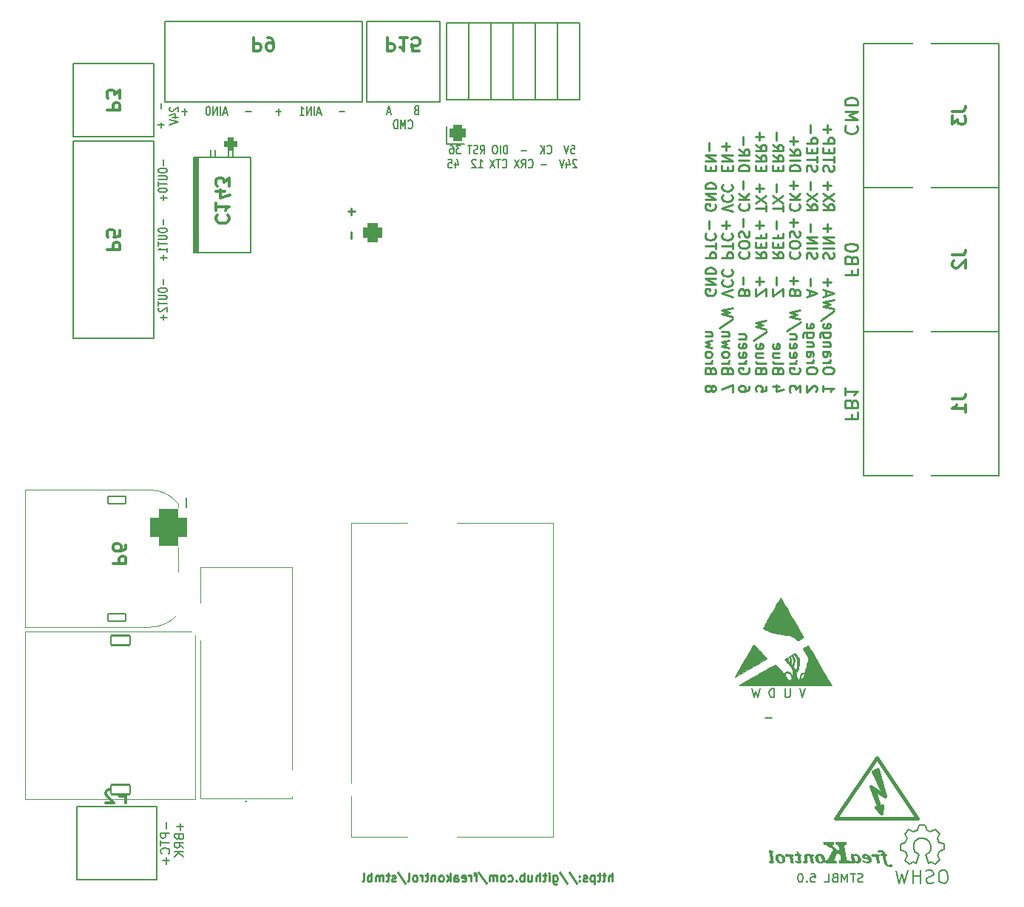
<source format=gbo>
%TF.GenerationSoftware,KiCad,Pcbnew,8.0.1*%
%TF.CreationDate,2024-09-28T11:52:02+02:00*%
%TF.ProjectId,stmbl_5.0,73746d62-6c5f-4352-9e30-2e6b69636164,1.0*%
%TF.SameCoordinates,Original*%
%TF.FileFunction,Legend,Bot*%
%TF.FilePolarity,Positive*%
%FSLAX46Y46*%
G04 Gerber Fmt 4.6, Leading zero omitted, Abs format (unit mm)*
G04 Created by KiCad (PCBNEW 8.0.1) date 2024-09-28 11:52:02*
%MOMM*%
%LPD*%
G01*
G04 APERTURE LIST*
G04 Aperture macros list*
%AMRoundRect*
0 Rectangle with rounded corners*
0 $1 Rounding radius*
0 $2 $3 $4 $5 $6 $7 $8 $9 X,Y pos of 4 corners*
0 Add a 4 corners polygon primitive as box body*
4,1,4,$2,$3,$4,$5,$6,$7,$8,$9,$2,$3,0*
0 Add four circle primitives for the rounded corners*
1,1,$1+$1,$2,$3*
1,1,$1+$1,$4,$5*
1,1,$1+$1,$6,$7*
1,1,$1+$1,$8,$9*
0 Add four rect primitives between the rounded corners*
20,1,$1+$1,$2,$3,$4,$5,0*
20,1,$1+$1,$4,$5,$6,$7,0*
20,1,$1+$1,$6,$7,$8,$9,0*
20,1,$1+$1,$8,$9,$2,$3,0*%
G04 Aperture macros list end*
%ADD10C,0.250000*%
%ADD11C,0.200000*%
%ADD12C,0.300000*%
%ADD13C,0.150000*%
%ADD14C,0.500000*%
%ADD15C,0.381000*%
%ADD16C,0.010000*%
%ADD17C,0.000000*%
%ADD18C,0.100000*%
%ADD19C,0.120000*%
%ADD20RoundRect,0.325000X0.325000X0.325000X-0.325000X0.325000X-0.325000X-0.325000X0.325000X-0.325000X0*%
%ADD21C,1.300000*%
%ADD22RoundRect,0.431800X-0.431800X-0.431800X0.431800X-0.431800X0.431800X0.431800X-0.431800X0.431800X0*%
%ADD23O,1.727200X1.727200*%
%ADD24C,0.850000*%
%ADD25O,1.200000X2.300000*%
%ADD26O,1.200000X2.000000*%
%ADD27O,2.300000X1.200000*%
%ADD28O,2.000000X1.200000*%
%ADD29C,3.600000*%
%ADD30C,3.300000*%
%ADD31C,1.500000*%
%ADD32C,2.100000*%
%ADD33RoundRect,0.558000X-0.558000X-0.558000X0.558000X-0.558000X0.558000X0.558000X-0.558000X0.558000X0*%
%ADD34O,2.232000X2.232000*%
%ADD35C,1.200000*%
%ADD36RoundRect,0.375000X0.375000X0.375000X-0.375000X0.375000X-0.375000X-0.375000X0.375000X-0.375000X0*%
%ADD37RoundRect,0.481800X-0.481800X-0.481800X0.481800X-0.481800X0.481800X0.481800X-0.481800X0.481800X0*%
%ADD38O,1.927200X1.927200*%
%ADD39C,1.700000*%
%ADD40C,6.000000*%
%ADD41C,1.880000*%
%ADD42C,4.300000*%
%ADD43RoundRect,0.100000X-1.100000X0.550000X-1.100000X-0.550000X1.100000X-0.550000X1.100000X0.550000X0*%
%ADD44RoundRect,0.100000X-1.000000X0.450000X-1.000000X-0.450000X1.000000X-0.450000X1.000000X0.450000X0*%
%ADD45RoundRect,1.075000X-1.075000X1.075000X-1.075000X-1.075000X1.075000X-1.075000X1.075000X1.075000X0*%
%ADD46RoundRect,0.100000X0.750000X-0.750000X0.750000X0.750000X-0.750000X0.750000X-0.750000X-0.750000X0*%
%ADD47C,3.200000*%
G04 APERTURE END LIST*
D10*
X180906765Y-65886955D02*
X180849622Y-65715527D01*
X180849622Y-65715527D02*
X180849622Y-65429812D01*
X180849622Y-65429812D02*
X180906765Y-65315527D01*
X180906765Y-65315527D02*
X180963907Y-65258384D01*
X180963907Y-65258384D02*
X181078193Y-65201241D01*
X181078193Y-65201241D02*
X181192479Y-65201241D01*
X181192479Y-65201241D02*
X181306765Y-65258384D01*
X181306765Y-65258384D02*
X181363907Y-65315527D01*
X181363907Y-65315527D02*
X181421050Y-65429812D01*
X181421050Y-65429812D02*
X181478193Y-65658384D01*
X181478193Y-65658384D02*
X181535336Y-65772669D01*
X181535336Y-65772669D02*
X181592479Y-65829812D01*
X181592479Y-65829812D02*
X181706765Y-65886955D01*
X181706765Y-65886955D02*
X181821050Y-65886955D01*
X181821050Y-65886955D02*
X181935336Y-65829812D01*
X181935336Y-65829812D02*
X181992479Y-65772669D01*
X181992479Y-65772669D02*
X182049622Y-65658384D01*
X182049622Y-65658384D02*
X182049622Y-65372669D01*
X182049622Y-65372669D02*
X181992479Y-65201241D01*
X182049622Y-64858384D02*
X182049622Y-64172670D01*
X180849622Y-64515527D02*
X182049622Y-64515527D01*
X181478193Y-63772669D02*
X181478193Y-63372669D01*
X180849622Y-63201241D02*
X180849622Y-63772669D01*
X180849622Y-63772669D02*
X182049622Y-63772669D01*
X182049622Y-63772669D02*
X182049622Y-63201241D01*
X180849622Y-62686955D02*
X182049622Y-62686955D01*
X182049622Y-62686955D02*
X182049622Y-62229812D01*
X182049622Y-62229812D02*
X181992479Y-62115527D01*
X181992479Y-62115527D02*
X181935336Y-62058384D01*
X181935336Y-62058384D02*
X181821050Y-62001241D01*
X181821050Y-62001241D02*
X181649622Y-62001241D01*
X181649622Y-62001241D02*
X181535336Y-62058384D01*
X181535336Y-62058384D02*
X181478193Y-62115527D01*
X181478193Y-62115527D02*
X181421050Y-62229812D01*
X181421050Y-62229812D02*
X181421050Y-62686955D01*
X181306765Y-61486955D02*
X181306765Y-60572670D01*
X180849622Y-61029812D02*
X181763907Y-61029812D01*
X178974832Y-65886955D02*
X178917689Y-65715527D01*
X178917689Y-65715527D02*
X178917689Y-65429812D01*
X178917689Y-65429812D02*
X178974832Y-65315527D01*
X178974832Y-65315527D02*
X179031974Y-65258384D01*
X179031974Y-65258384D02*
X179146260Y-65201241D01*
X179146260Y-65201241D02*
X179260546Y-65201241D01*
X179260546Y-65201241D02*
X179374832Y-65258384D01*
X179374832Y-65258384D02*
X179431974Y-65315527D01*
X179431974Y-65315527D02*
X179489117Y-65429812D01*
X179489117Y-65429812D02*
X179546260Y-65658384D01*
X179546260Y-65658384D02*
X179603403Y-65772669D01*
X179603403Y-65772669D02*
X179660546Y-65829812D01*
X179660546Y-65829812D02*
X179774832Y-65886955D01*
X179774832Y-65886955D02*
X179889117Y-65886955D01*
X179889117Y-65886955D02*
X180003403Y-65829812D01*
X180003403Y-65829812D02*
X180060546Y-65772669D01*
X180060546Y-65772669D02*
X180117689Y-65658384D01*
X180117689Y-65658384D02*
X180117689Y-65372669D01*
X180117689Y-65372669D02*
X180060546Y-65201241D01*
X180117689Y-64858384D02*
X180117689Y-64172670D01*
X178917689Y-64515527D02*
X180117689Y-64515527D01*
X179546260Y-63772669D02*
X179546260Y-63372669D01*
X178917689Y-63201241D02*
X178917689Y-63772669D01*
X178917689Y-63772669D02*
X180117689Y-63772669D01*
X180117689Y-63772669D02*
X180117689Y-63201241D01*
X178917689Y-62686955D02*
X180117689Y-62686955D01*
X180117689Y-62686955D02*
X180117689Y-62229812D01*
X180117689Y-62229812D02*
X180060546Y-62115527D01*
X180060546Y-62115527D02*
X180003403Y-62058384D01*
X180003403Y-62058384D02*
X179889117Y-62001241D01*
X179889117Y-62001241D02*
X179717689Y-62001241D01*
X179717689Y-62001241D02*
X179603403Y-62058384D01*
X179603403Y-62058384D02*
X179546260Y-62115527D01*
X179546260Y-62115527D02*
X179489117Y-62229812D01*
X179489117Y-62229812D02*
X179489117Y-62686955D01*
X179374832Y-61486955D02*
X179374832Y-60572670D01*
X176985756Y-65829812D02*
X178185756Y-65829812D01*
X178185756Y-65829812D02*
X178185756Y-65544098D01*
X178185756Y-65544098D02*
X178128613Y-65372669D01*
X178128613Y-65372669D02*
X178014327Y-65258384D01*
X178014327Y-65258384D02*
X177900041Y-65201241D01*
X177900041Y-65201241D02*
X177671470Y-65144098D01*
X177671470Y-65144098D02*
X177500041Y-65144098D01*
X177500041Y-65144098D02*
X177271470Y-65201241D01*
X177271470Y-65201241D02*
X177157184Y-65258384D01*
X177157184Y-65258384D02*
X177042899Y-65372669D01*
X177042899Y-65372669D02*
X176985756Y-65544098D01*
X176985756Y-65544098D02*
X176985756Y-65829812D01*
X176985756Y-64629812D02*
X178185756Y-64629812D01*
X176985756Y-63372669D02*
X177557184Y-63772669D01*
X176985756Y-64058383D02*
X178185756Y-64058383D01*
X178185756Y-64058383D02*
X178185756Y-63601240D01*
X178185756Y-63601240D02*
X178128613Y-63486955D01*
X178128613Y-63486955D02*
X178071470Y-63429812D01*
X178071470Y-63429812D02*
X177957184Y-63372669D01*
X177957184Y-63372669D02*
X177785756Y-63372669D01*
X177785756Y-63372669D02*
X177671470Y-63429812D01*
X177671470Y-63429812D02*
X177614327Y-63486955D01*
X177614327Y-63486955D02*
X177557184Y-63601240D01*
X177557184Y-63601240D02*
X177557184Y-64058383D01*
X177442899Y-62858383D02*
X177442899Y-61944098D01*
X176985756Y-62401240D02*
X177900041Y-62401240D01*
X175682394Y-65829812D02*
X175682394Y-65429812D01*
X175053823Y-65258384D02*
X175053823Y-65829812D01*
X175053823Y-65829812D02*
X176253823Y-65829812D01*
X176253823Y-65829812D02*
X176253823Y-65258384D01*
X175053823Y-64058384D02*
X175625251Y-64458384D01*
X175053823Y-64744098D02*
X176253823Y-64744098D01*
X176253823Y-64744098D02*
X176253823Y-64286955D01*
X176253823Y-64286955D02*
X176196680Y-64172670D01*
X176196680Y-64172670D02*
X176139537Y-64115527D01*
X176139537Y-64115527D02*
X176025251Y-64058384D01*
X176025251Y-64058384D02*
X175853823Y-64058384D01*
X175853823Y-64058384D02*
X175739537Y-64115527D01*
X175739537Y-64115527D02*
X175682394Y-64172670D01*
X175682394Y-64172670D02*
X175625251Y-64286955D01*
X175625251Y-64286955D02*
X175625251Y-64744098D01*
X175053823Y-62858384D02*
X175625251Y-63258384D01*
X175053823Y-63544098D02*
X176253823Y-63544098D01*
X176253823Y-63544098D02*
X176253823Y-63086955D01*
X176253823Y-63086955D02*
X176196680Y-62972670D01*
X176196680Y-62972670D02*
X176139537Y-62915527D01*
X176139537Y-62915527D02*
X176025251Y-62858384D01*
X176025251Y-62858384D02*
X175853823Y-62858384D01*
X175853823Y-62858384D02*
X175739537Y-62915527D01*
X175739537Y-62915527D02*
X175682394Y-62972670D01*
X175682394Y-62972670D02*
X175625251Y-63086955D01*
X175625251Y-63086955D02*
X175625251Y-63544098D01*
X175510966Y-62344098D02*
X175510966Y-61429813D01*
X173750461Y-65829812D02*
X173750461Y-65429812D01*
X173121890Y-65258384D02*
X173121890Y-65829812D01*
X173121890Y-65829812D02*
X174321890Y-65829812D01*
X174321890Y-65829812D02*
X174321890Y-65258384D01*
X173121890Y-64058384D02*
X173693318Y-64458384D01*
X173121890Y-64744098D02*
X174321890Y-64744098D01*
X174321890Y-64744098D02*
X174321890Y-64286955D01*
X174321890Y-64286955D02*
X174264747Y-64172670D01*
X174264747Y-64172670D02*
X174207604Y-64115527D01*
X174207604Y-64115527D02*
X174093318Y-64058384D01*
X174093318Y-64058384D02*
X173921890Y-64058384D01*
X173921890Y-64058384D02*
X173807604Y-64115527D01*
X173807604Y-64115527D02*
X173750461Y-64172670D01*
X173750461Y-64172670D02*
X173693318Y-64286955D01*
X173693318Y-64286955D02*
X173693318Y-64744098D01*
X173121890Y-62858384D02*
X173693318Y-63258384D01*
X173121890Y-63544098D02*
X174321890Y-63544098D01*
X174321890Y-63544098D02*
X174321890Y-63086955D01*
X174321890Y-63086955D02*
X174264747Y-62972670D01*
X174264747Y-62972670D02*
X174207604Y-62915527D01*
X174207604Y-62915527D02*
X174093318Y-62858384D01*
X174093318Y-62858384D02*
X173921890Y-62858384D01*
X173921890Y-62858384D02*
X173807604Y-62915527D01*
X173807604Y-62915527D02*
X173750461Y-62972670D01*
X173750461Y-62972670D02*
X173693318Y-63086955D01*
X173693318Y-63086955D02*
X173693318Y-63544098D01*
X173579033Y-62344098D02*
X173579033Y-61429813D01*
X173121890Y-61886955D02*
X174036175Y-61886955D01*
X171189957Y-65829812D02*
X172389957Y-65829812D01*
X172389957Y-65829812D02*
X172389957Y-65544098D01*
X172389957Y-65544098D02*
X172332814Y-65372669D01*
X172332814Y-65372669D02*
X172218528Y-65258384D01*
X172218528Y-65258384D02*
X172104242Y-65201241D01*
X172104242Y-65201241D02*
X171875671Y-65144098D01*
X171875671Y-65144098D02*
X171704242Y-65144098D01*
X171704242Y-65144098D02*
X171475671Y-65201241D01*
X171475671Y-65201241D02*
X171361385Y-65258384D01*
X171361385Y-65258384D02*
X171247100Y-65372669D01*
X171247100Y-65372669D02*
X171189957Y-65544098D01*
X171189957Y-65544098D02*
X171189957Y-65829812D01*
X171189957Y-64629812D02*
X172389957Y-64629812D01*
X171189957Y-63372669D02*
X171761385Y-63772669D01*
X171189957Y-64058383D02*
X172389957Y-64058383D01*
X172389957Y-64058383D02*
X172389957Y-63601240D01*
X172389957Y-63601240D02*
X172332814Y-63486955D01*
X172332814Y-63486955D02*
X172275671Y-63429812D01*
X172275671Y-63429812D02*
X172161385Y-63372669D01*
X172161385Y-63372669D02*
X171989957Y-63372669D01*
X171989957Y-63372669D02*
X171875671Y-63429812D01*
X171875671Y-63429812D02*
X171818528Y-63486955D01*
X171818528Y-63486955D02*
X171761385Y-63601240D01*
X171761385Y-63601240D02*
X171761385Y-64058383D01*
X171647100Y-62858383D02*
X171647100Y-61944098D01*
X169886595Y-65829812D02*
X169886595Y-65429812D01*
X169258024Y-65258384D02*
X169258024Y-65829812D01*
X169258024Y-65829812D02*
X170458024Y-65829812D01*
X170458024Y-65829812D02*
X170458024Y-65258384D01*
X169258024Y-64744098D02*
X170458024Y-64744098D01*
X170458024Y-64744098D02*
X169258024Y-64058384D01*
X169258024Y-64058384D02*
X170458024Y-64058384D01*
X169715167Y-63486955D02*
X169715167Y-62572670D01*
X169258024Y-63029812D02*
X170172309Y-63029812D01*
X167954662Y-65829812D02*
X167954662Y-65429812D01*
X167326091Y-65258384D02*
X167326091Y-65829812D01*
X167326091Y-65829812D02*
X168526091Y-65829812D01*
X168526091Y-65829812D02*
X168526091Y-65258384D01*
X167326091Y-64744098D02*
X168526091Y-64744098D01*
X168526091Y-64744098D02*
X167326091Y-64058384D01*
X167326091Y-64058384D02*
X168526091Y-64058384D01*
X167783234Y-63486955D02*
X167783234Y-62572670D01*
D11*
X126083333Y-59071266D02*
X125473810Y-59071266D01*
X123302381Y-59166504D02*
X122921428Y-59166504D01*
X123378571Y-59452219D02*
X123111904Y-58452219D01*
X123111904Y-58452219D02*
X122845238Y-59452219D01*
X122578571Y-59452219D02*
X122578571Y-58452219D01*
X122197619Y-59452219D02*
X122197619Y-58452219D01*
X122197619Y-58452219D02*
X121740476Y-59452219D01*
X121740476Y-59452219D02*
X121740476Y-58452219D01*
X120940477Y-59452219D02*
X121397620Y-59452219D01*
X121169048Y-59452219D02*
X121169048Y-58452219D01*
X121169048Y-58452219D02*
X121245239Y-58595076D01*
X121245239Y-58595076D02*
X121321429Y-58690314D01*
X121321429Y-58690314D02*
X121397620Y-58737933D01*
X118769047Y-59071266D02*
X118159524Y-59071266D01*
X118464285Y-59452219D02*
X118464285Y-58690314D01*
X115340475Y-59071266D02*
X114730952Y-59071266D01*
X112559523Y-59166504D02*
X112178570Y-59166504D01*
X112635713Y-59452219D02*
X112369046Y-58452219D01*
X112369046Y-58452219D02*
X112102380Y-59452219D01*
X111835713Y-59452219D02*
X111835713Y-58452219D01*
X111454761Y-59452219D02*
X111454761Y-58452219D01*
X111454761Y-58452219D02*
X110997618Y-59452219D01*
X110997618Y-59452219D02*
X110997618Y-58452219D01*
X110464285Y-58452219D02*
X110388095Y-58452219D01*
X110388095Y-58452219D02*
X110311904Y-58499838D01*
X110311904Y-58499838D02*
X110273809Y-58547457D01*
X110273809Y-58547457D02*
X110235714Y-58642695D01*
X110235714Y-58642695D02*
X110197619Y-58833171D01*
X110197619Y-58833171D02*
X110197619Y-59071266D01*
X110197619Y-59071266D02*
X110235714Y-59261742D01*
X110235714Y-59261742D02*
X110273809Y-59356980D01*
X110273809Y-59356980D02*
X110311904Y-59404600D01*
X110311904Y-59404600D02*
X110388095Y-59452219D01*
X110388095Y-59452219D02*
X110464285Y-59452219D01*
X110464285Y-59452219D02*
X110540476Y-59404600D01*
X110540476Y-59404600D02*
X110578571Y-59356980D01*
X110578571Y-59356980D02*
X110616666Y-59261742D01*
X110616666Y-59261742D02*
X110654762Y-59071266D01*
X110654762Y-59071266D02*
X110654762Y-58833171D01*
X110654762Y-58833171D02*
X110616666Y-58642695D01*
X110616666Y-58642695D02*
X110578571Y-58547457D01*
X110578571Y-58547457D02*
X110540476Y-58499838D01*
X110540476Y-58499838D02*
X110464285Y-58452219D01*
X108026189Y-59071266D02*
X107416666Y-59071266D01*
X107721427Y-59452219D02*
X107721427Y-58690314D01*
X134254762Y-58873437D02*
X134140476Y-58921056D01*
X134140476Y-58921056D02*
X134102381Y-58968675D01*
X134102381Y-58968675D02*
X134064285Y-59063913D01*
X134064285Y-59063913D02*
X134064285Y-59206770D01*
X134064285Y-59206770D02*
X134102381Y-59302008D01*
X134102381Y-59302008D02*
X134140476Y-59349628D01*
X134140476Y-59349628D02*
X134216666Y-59397247D01*
X134216666Y-59397247D02*
X134521428Y-59397247D01*
X134521428Y-59397247D02*
X134521428Y-58397247D01*
X134521428Y-58397247D02*
X134254762Y-58397247D01*
X134254762Y-58397247D02*
X134178571Y-58444866D01*
X134178571Y-58444866D02*
X134140476Y-58492485D01*
X134140476Y-58492485D02*
X134102381Y-58587723D01*
X134102381Y-58587723D02*
X134102381Y-58682961D01*
X134102381Y-58682961D02*
X134140476Y-58778199D01*
X134140476Y-58778199D02*
X134178571Y-58825818D01*
X134178571Y-58825818D02*
X134254762Y-58873437D01*
X134254762Y-58873437D02*
X134521428Y-58873437D01*
X131321428Y-59111532D02*
X130940475Y-59111532D01*
X131397618Y-59397247D02*
X131130951Y-58397247D01*
X131130951Y-58397247D02*
X130864285Y-59397247D01*
X133359523Y-60911952D02*
X133397619Y-60959572D01*
X133397619Y-60959572D02*
X133511904Y-61007191D01*
X133511904Y-61007191D02*
X133588095Y-61007191D01*
X133588095Y-61007191D02*
X133702381Y-60959572D01*
X133702381Y-60959572D02*
X133778571Y-60864333D01*
X133778571Y-60864333D02*
X133816666Y-60769095D01*
X133816666Y-60769095D02*
X133854762Y-60578619D01*
X133854762Y-60578619D02*
X133854762Y-60435762D01*
X133854762Y-60435762D02*
X133816666Y-60245286D01*
X133816666Y-60245286D02*
X133778571Y-60150048D01*
X133778571Y-60150048D02*
X133702381Y-60054810D01*
X133702381Y-60054810D02*
X133588095Y-60007191D01*
X133588095Y-60007191D02*
X133511904Y-60007191D01*
X133511904Y-60007191D02*
X133397619Y-60054810D01*
X133397619Y-60054810D02*
X133359523Y-60102429D01*
X133016666Y-61007191D02*
X133016666Y-60007191D01*
X133016666Y-60007191D02*
X132750000Y-60721476D01*
X132750000Y-60721476D02*
X132483333Y-60007191D01*
X132483333Y-60007191D02*
X132483333Y-61007191D01*
X132102380Y-61007191D02*
X132102380Y-60007191D01*
X132102380Y-60007191D02*
X131911904Y-60007191D01*
X131911904Y-60007191D02*
X131797618Y-60054810D01*
X131797618Y-60054810D02*
X131721428Y-60150048D01*
X131721428Y-60150048D02*
X131683333Y-60245286D01*
X131683333Y-60245286D02*
X131645237Y-60435762D01*
X131645237Y-60435762D02*
X131645237Y-60578619D01*
X131645237Y-60578619D02*
X131683333Y-60769095D01*
X131683333Y-60769095D02*
X131721428Y-60864333D01*
X131721428Y-60864333D02*
X131797618Y-60959572D01*
X131797618Y-60959572D02*
X131911904Y-61007191D01*
X131911904Y-61007191D02*
X132102380Y-61007191D01*
X151992857Y-62897247D02*
X152373809Y-62897247D01*
X152373809Y-62897247D02*
X152411905Y-63373437D01*
X152411905Y-63373437D02*
X152373809Y-63325818D01*
X152373809Y-63325818D02*
X152297619Y-63278199D01*
X152297619Y-63278199D02*
X152107143Y-63278199D01*
X152107143Y-63278199D02*
X152030952Y-63325818D01*
X152030952Y-63325818D02*
X151992857Y-63373437D01*
X151992857Y-63373437D02*
X151954762Y-63468675D01*
X151954762Y-63468675D02*
X151954762Y-63706770D01*
X151954762Y-63706770D02*
X151992857Y-63802008D01*
X151992857Y-63802008D02*
X152030952Y-63849628D01*
X152030952Y-63849628D02*
X152107143Y-63897247D01*
X152107143Y-63897247D02*
X152297619Y-63897247D01*
X152297619Y-63897247D02*
X152373809Y-63849628D01*
X152373809Y-63849628D02*
X152411905Y-63802008D01*
X151726190Y-62897247D02*
X151459523Y-63897247D01*
X151459523Y-63897247D02*
X151192857Y-62897247D01*
X149249999Y-63802008D02*
X149288095Y-63849628D01*
X149288095Y-63849628D02*
X149402380Y-63897247D01*
X149402380Y-63897247D02*
X149478571Y-63897247D01*
X149478571Y-63897247D02*
X149592857Y-63849628D01*
X149592857Y-63849628D02*
X149669047Y-63754389D01*
X149669047Y-63754389D02*
X149707142Y-63659151D01*
X149707142Y-63659151D02*
X149745238Y-63468675D01*
X149745238Y-63468675D02*
X149745238Y-63325818D01*
X149745238Y-63325818D02*
X149707142Y-63135342D01*
X149707142Y-63135342D02*
X149669047Y-63040104D01*
X149669047Y-63040104D02*
X149592857Y-62944866D01*
X149592857Y-62944866D02*
X149478571Y-62897247D01*
X149478571Y-62897247D02*
X149402380Y-62897247D01*
X149402380Y-62897247D02*
X149288095Y-62944866D01*
X149288095Y-62944866D02*
X149249999Y-62992485D01*
X148907142Y-63897247D02*
X148907142Y-62897247D01*
X148449999Y-63897247D02*
X148792857Y-63325818D01*
X148449999Y-62897247D02*
X148907142Y-63468675D01*
X146888094Y-63516294D02*
X146278571Y-63516294D01*
X144678570Y-63897247D02*
X144678570Y-62897247D01*
X144678570Y-62897247D02*
X144488094Y-62897247D01*
X144488094Y-62897247D02*
X144373808Y-62944866D01*
X144373808Y-62944866D02*
X144297618Y-63040104D01*
X144297618Y-63040104D02*
X144259523Y-63135342D01*
X144259523Y-63135342D02*
X144221427Y-63325818D01*
X144221427Y-63325818D02*
X144221427Y-63468675D01*
X144221427Y-63468675D02*
X144259523Y-63659151D01*
X144259523Y-63659151D02*
X144297618Y-63754389D01*
X144297618Y-63754389D02*
X144373808Y-63849628D01*
X144373808Y-63849628D02*
X144488094Y-63897247D01*
X144488094Y-63897247D02*
X144678570Y-63897247D01*
X143878570Y-63897247D02*
X143878570Y-62897247D01*
X143345237Y-62897247D02*
X143192856Y-62897247D01*
X143192856Y-62897247D02*
X143116666Y-62944866D01*
X143116666Y-62944866D02*
X143040475Y-63040104D01*
X143040475Y-63040104D02*
X143002380Y-63230580D01*
X143002380Y-63230580D02*
X143002380Y-63563913D01*
X143002380Y-63563913D02*
X143040475Y-63754389D01*
X143040475Y-63754389D02*
X143116666Y-63849628D01*
X143116666Y-63849628D02*
X143192856Y-63897247D01*
X143192856Y-63897247D02*
X143345237Y-63897247D01*
X143345237Y-63897247D02*
X143421428Y-63849628D01*
X143421428Y-63849628D02*
X143497618Y-63754389D01*
X143497618Y-63754389D02*
X143535714Y-63563913D01*
X143535714Y-63563913D02*
X143535714Y-63230580D01*
X143535714Y-63230580D02*
X143497618Y-63040104D01*
X143497618Y-63040104D02*
X143421428Y-62944866D01*
X143421428Y-62944866D02*
X143345237Y-62897247D01*
X141592856Y-63897247D02*
X141859523Y-63421056D01*
X142049999Y-63897247D02*
X142049999Y-62897247D01*
X142049999Y-62897247D02*
X141745237Y-62897247D01*
X141745237Y-62897247D02*
X141669047Y-62944866D01*
X141669047Y-62944866D02*
X141630952Y-62992485D01*
X141630952Y-62992485D02*
X141592856Y-63087723D01*
X141592856Y-63087723D02*
X141592856Y-63230580D01*
X141592856Y-63230580D02*
X141630952Y-63325818D01*
X141630952Y-63325818D02*
X141669047Y-63373437D01*
X141669047Y-63373437D02*
X141745237Y-63421056D01*
X141745237Y-63421056D02*
X142049999Y-63421056D01*
X141288095Y-63849628D02*
X141173809Y-63897247D01*
X141173809Y-63897247D02*
X140983333Y-63897247D01*
X140983333Y-63897247D02*
X140907142Y-63849628D01*
X140907142Y-63849628D02*
X140869047Y-63802008D01*
X140869047Y-63802008D02*
X140830952Y-63706770D01*
X140830952Y-63706770D02*
X140830952Y-63611532D01*
X140830952Y-63611532D02*
X140869047Y-63516294D01*
X140869047Y-63516294D02*
X140907142Y-63468675D01*
X140907142Y-63468675D02*
X140983333Y-63421056D01*
X140983333Y-63421056D02*
X141135714Y-63373437D01*
X141135714Y-63373437D02*
X141211904Y-63325818D01*
X141211904Y-63325818D02*
X141249999Y-63278199D01*
X141249999Y-63278199D02*
X141288095Y-63182961D01*
X141288095Y-63182961D02*
X141288095Y-63087723D01*
X141288095Y-63087723D02*
X141249999Y-62992485D01*
X141249999Y-62992485D02*
X141211904Y-62944866D01*
X141211904Y-62944866D02*
X141135714Y-62897247D01*
X141135714Y-62897247D02*
X140945237Y-62897247D01*
X140945237Y-62897247D02*
X140830952Y-62944866D01*
X140602380Y-62897247D02*
X140145237Y-62897247D01*
X140373809Y-63897247D02*
X140373809Y-62897247D01*
X139345237Y-62897247D02*
X138849999Y-62897247D01*
X138849999Y-62897247D02*
X139116665Y-63278199D01*
X139116665Y-63278199D02*
X139002380Y-63278199D01*
X139002380Y-63278199D02*
X138926189Y-63325818D01*
X138926189Y-63325818D02*
X138888094Y-63373437D01*
X138888094Y-63373437D02*
X138849999Y-63468675D01*
X138849999Y-63468675D02*
X138849999Y-63706770D01*
X138849999Y-63706770D02*
X138888094Y-63802008D01*
X138888094Y-63802008D02*
X138926189Y-63849628D01*
X138926189Y-63849628D02*
X139002380Y-63897247D01*
X139002380Y-63897247D02*
X139230951Y-63897247D01*
X139230951Y-63897247D02*
X139307142Y-63849628D01*
X139307142Y-63849628D02*
X139345237Y-63802008D01*
X138164284Y-62897247D02*
X138316665Y-62897247D01*
X138316665Y-62897247D02*
X138392856Y-62944866D01*
X138392856Y-62944866D02*
X138430951Y-62992485D01*
X138430951Y-62992485D02*
X138507141Y-63135342D01*
X138507141Y-63135342D02*
X138545237Y-63325818D01*
X138545237Y-63325818D02*
X138545237Y-63706770D01*
X138545237Y-63706770D02*
X138507141Y-63802008D01*
X138507141Y-63802008D02*
X138469046Y-63849628D01*
X138469046Y-63849628D02*
X138392856Y-63897247D01*
X138392856Y-63897247D02*
X138240475Y-63897247D01*
X138240475Y-63897247D02*
X138164284Y-63849628D01*
X138164284Y-63849628D02*
X138126189Y-63802008D01*
X138126189Y-63802008D02*
X138088094Y-63706770D01*
X138088094Y-63706770D02*
X138088094Y-63468675D01*
X138088094Y-63468675D02*
X138126189Y-63373437D01*
X138126189Y-63373437D02*
X138164284Y-63325818D01*
X138164284Y-63325818D02*
X138240475Y-63278199D01*
X138240475Y-63278199D02*
X138392856Y-63278199D01*
X138392856Y-63278199D02*
X138469046Y-63325818D01*
X138469046Y-63325818D02*
X138507141Y-63373437D01*
X138507141Y-63373437D02*
X138545237Y-63468675D01*
X152621430Y-64602429D02*
X152583334Y-64554810D01*
X152583334Y-64554810D02*
X152507144Y-64507191D01*
X152507144Y-64507191D02*
X152316668Y-64507191D01*
X152316668Y-64507191D02*
X152240477Y-64554810D01*
X152240477Y-64554810D02*
X152202382Y-64602429D01*
X152202382Y-64602429D02*
X152164287Y-64697667D01*
X152164287Y-64697667D02*
X152164287Y-64792905D01*
X152164287Y-64792905D02*
X152202382Y-64935762D01*
X152202382Y-64935762D02*
X152659525Y-65507191D01*
X152659525Y-65507191D02*
X152164287Y-65507191D01*
X151478572Y-64840524D02*
X151478572Y-65507191D01*
X151669048Y-64459572D02*
X151859525Y-65173857D01*
X151859525Y-65173857D02*
X151364286Y-65173857D01*
X151173810Y-64507191D02*
X150907143Y-65507191D01*
X150907143Y-65507191D02*
X150640477Y-64507191D01*
X149154762Y-65126238D02*
X148545239Y-65126238D01*
X147097619Y-65411952D02*
X147135715Y-65459572D01*
X147135715Y-65459572D02*
X147250000Y-65507191D01*
X147250000Y-65507191D02*
X147326191Y-65507191D01*
X147326191Y-65507191D02*
X147440477Y-65459572D01*
X147440477Y-65459572D02*
X147516667Y-65364333D01*
X147516667Y-65364333D02*
X147554762Y-65269095D01*
X147554762Y-65269095D02*
X147592858Y-65078619D01*
X147592858Y-65078619D02*
X147592858Y-64935762D01*
X147592858Y-64935762D02*
X147554762Y-64745286D01*
X147554762Y-64745286D02*
X147516667Y-64650048D01*
X147516667Y-64650048D02*
X147440477Y-64554810D01*
X147440477Y-64554810D02*
X147326191Y-64507191D01*
X147326191Y-64507191D02*
X147250000Y-64507191D01*
X147250000Y-64507191D02*
X147135715Y-64554810D01*
X147135715Y-64554810D02*
X147097619Y-64602429D01*
X146297619Y-65507191D02*
X146564286Y-65031000D01*
X146754762Y-65507191D02*
X146754762Y-64507191D01*
X146754762Y-64507191D02*
X146450000Y-64507191D01*
X146450000Y-64507191D02*
X146373810Y-64554810D01*
X146373810Y-64554810D02*
X146335715Y-64602429D01*
X146335715Y-64602429D02*
X146297619Y-64697667D01*
X146297619Y-64697667D02*
X146297619Y-64840524D01*
X146297619Y-64840524D02*
X146335715Y-64935762D01*
X146335715Y-64935762D02*
X146373810Y-64983381D01*
X146373810Y-64983381D02*
X146450000Y-65031000D01*
X146450000Y-65031000D02*
X146754762Y-65031000D01*
X146030953Y-64507191D02*
X145497619Y-65507191D01*
X145497619Y-64507191D02*
X146030953Y-65507191D01*
X144126190Y-65411952D02*
X144164286Y-65459572D01*
X144164286Y-65459572D02*
X144278571Y-65507191D01*
X144278571Y-65507191D02*
X144354762Y-65507191D01*
X144354762Y-65507191D02*
X144469048Y-65459572D01*
X144469048Y-65459572D02*
X144545238Y-65364333D01*
X144545238Y-65364333D02*
X144583333Y-65269095D01*
X144583333Y-65269095D02*
X144621429Y-65078619D01*
X144621429Y-65078619D02*
X144621429Y-64935762D01*
X144621429Y-64935762D02*
X144583333Y-64745286D01*
X144583333Y-64745286D02*
X144545238Y-64650048D01*
X144545238Y-64650048D02*
X144469048Y-64554810D01*
X144469048Y-64554810D02*
X144354762Y-64507191D01*
X144354762Y-64507191D02*
X144278571Y-64507191D01*
X144278571Y-64507191D02*
X144164286Y-64554810D01*
X144164286Y-64554810D02*
X144126190Y-64602429D01*
X143897619Y-64507191D02*
X143440476Y-64507191D01*
X143669048Y-65507191D02*
X143669048Y-64507191D01*
X143250000Y-64507191D02*
X142716666Y-65507191D01*
X142716666Y-64507191D02*
X143250000Y-65507191D01*
X141383333Y-65507191D02*
X141840476Y-65507191D01*
X141611904Y-65507191D02*
X141611904Y-64507191D01*
X141611904Y-64507191D02*
X141688095Y-64650048D01*
X141688095Y-64650048D02*
X141764285Y-64745286D01*
X141764285Y-64745286D02*
X141840476Y-64792905D01*
X141078571Y-64602429D02*
X141040475Y-64554810D01*
X141040475Y-64554810D02*
X140964285Y-64507191D01*
X140964285Y-64507191D02*
X140773809Y-64507191D01*
X140773809Y-64507191D02*
X140697618Y-64554810D01*
X140697618Y-64554810D02*
X140659523Y-64602429D01*
X140659523Y-64602429D02*
X140621428Y-64697667D01*
X140621428Y-64697667D02*
X140621428Y-64792905D01*
X140621428Y-64792905D02*
X140659523Y-64935762D01*
X140659523Y-64935762D02*
X141116666Y-65507191D01*
X141116666Y-65507191D02*
X140621428Y-65507191D01*
X138716665Y-64840524D02*
X138716665Y-65507191D01*
X138907141Y-64459572D02*
X139097618Y-65173857D01*
X139097618Y-65173857D02*
X138602379Y-65173857D01*
X137916665Y-64507191D02*
X138297617Y-64507191D01*
X138297617Y-64507191D02*
X138335713Y-64983381D01*
X138335713Y-64983381D02*
X138297617Y-64935762D01*
X138297617Y-64935762D02*
X138221427Y-64888143D01*
X138221427Y-64888143D02*
X138030951Y-64888143D01*
X138030951Y-64888143D02*
X137954760Y-64935762D01*
X137954760Y-64935762D02*
X137916665Y-64983381D01*
X137916665Y-64983381D02*
X137878570Y-65078619D01*
X137878570Y-65078619D02*
X137878570Y-65316714D01*
X137878570Y-65316714D02*
X137916665Y-65411952D01*
X137916665Y-65411952D02*
X137954760Y-65459572D01*
X137954760Y-65459572D02*
X138030951Y-65507191D01*
X138030951Y-65507191D02*
X138221427Y-65507191D01*
X138221427Y-65507191D02*
X138297617Y-65459572D01*
X138297617Y-65459572D02*
X138335713Y-65411952D01*
X105016294Y-58090476D02*
X105016294Y-58700000D01*
X105016294Y-60300000D02*
X105016294Y-60909524D01*
X105397247Y-60604762D02*
X104635342Y-60604762D01*
X106102429Y-58547618D02*
X106054810Y-58585714D01*
X106054810Y-58585714D02*
X106007191Y-58661904D01*
X106007191Y-58661904D02*
X106007191Y-58852380D01*
X106007191Y-58852380D02*
X106054810Y-58928571D01*
X106054810Y-58928571D02*
X106102429Y-58966666D01*
X106102429Y-58966666D02*
X106197667Y-59004761D01*
X106197667Y-59004761D02*
X106292905Y-59004761D01*
X106292905Y-59004761D02*
X106435762Y-58966666D01*
X106435762Y-58966666D02*
X107007191Y-58509523D01*
X107007191Y-58509523D02*
X107007191Y-59004761D01*
X106340524Y-59690476D02*
X107007191Y-59690476D01*
X105959572Y-59500000D02*
X106673857Y-59309523D01*
X106673857Y-59309523D02*
X106673857Y-59804762D01*
X106007191Y-59995238D02*
X107007191Y-60261905D01*
X107007191Y-60261905D02*
X106007191Y-60528571D01*
D10*
X183461928Y-60642857D02*
X183390500Y-60714285D01*
X183390500Y-60714285D02*
X183319071Y-60928571D01*
X183319071Y-60928571D02*
X183319071Y-61071428D01*
X183319071Y-61071428D02*
X183390500Y-61285714D01*
X183390500Y-61285714D02*
X183533357Y-61428571D01*
X183533357Y-61428571D02*
X183676214Y-61500000D01*
X183676214Y-61500000D02*
X183961928Y-61571428D01*
X183961928Y-61571428D02*
X184176214Y-61571428D01*
X184176214Y-61571428D02*
X184461928Y-61500000D01*
X184461928Y-61500000D02*
X184604785Y-61428571D01*
X184604785Y-61428571D02*
X184747642Y-61285714D01*
X184747642Y-61285714D02*
X184819071Y-61071428D01*
X184819071Y-61071428D02*
X184819071Y-60928571D01*
X184819071Y-60928571D02*
X184747642Y-60714285D01*
X184747642Y-60714285D02*
X184676214Y-60642857D01*
X183319071Y-60000000D02*
X184819071Y-60000000D01*
X184819071Y-60000000D02*
X183747642Y-59500000D01*
X183747642Y-59500000D02*
X184819071Y-59000000D01*
X184819071Y-59000000D02*
X183319071Y-59000000D01*
X183319071Y-58285714D02*
X184819071Y-58285714D01*
X184819071Y-58285714D02*
X184819071Y-57928571D01*
X184819071Y-57928571D02*
X184747642Y-57714285D01*
X184747642Y-57714285D02*
X184604785Y-57571428D01*
X184604785Y-57571428D02*
X184461928Y-57499999D01*
X184461928Y-57499999D02*
X184176214Y-57428571D01*
X184176214Y-57428571D02*
X183961928Y-57428571D01*
X183961928Y-57428571D02*
X183676214Y-57499999D01*
X183676214Y-57499999D02*
X183533357Y-57571428D01*
X183533357Y-57571428D02*
X183390500Y-57714285D01*
X183390500Y-57714285D02*
X183319071Y-57928571D01*
X183319071Y-57928571D02*
X183319071Y-58285714D01*
X184104785Y-77249999D02*
X184104785Y-77749999D01*
X183319071Y-77749999D02*
X184819071Y-77749999D01*
X184819071Y-77749999D02*
X184819071Y-77035713D01*
X184104785Y-75964285D02*
X184033357Y-75749999D01*
X184033357Y-75749999D02*
X183961928Y-75678570D01*
X183961928Y-75678570D02*
X183819071Y-75607142D01*
X183819071Y-75607142D02*
X183604785Y-75607142D01*
X183604785Y-75607142D02*
X183461928Y-75678570D01*
X183461928Y-75678570D02*
X183390500Y-75749999D01*
X183390500Y-75749999D02*
X183319071Y-75892856D01*
X183319071Y-75892856D02*
X183319071Y-76464285D01*
X183319071Y-76464285D02*
X184819071Y-76464285D01*
X184819071Y-76464285D02*
X184819071Y-75964285D01*
X184819071Y-75964285D02*
X184747642Y-75821428D01*
X184747642Y-75821428D02*
X184676214Y-75749999D01*
X184676214Y-75749999D02*
X184533357Y-75678570D01*
X184533357Y-75678570D02*
X184390500Y-75678570D01*
X184390500Y-75678570D02*
X184247642Y-75749999D01*
X184247642Y-75749999D02*
X184176214Y-75821428D01*
X184176214Y-75821428D02*
X184104785Y-75964285D01*
X184104785Y-75964285D02*
X184104785Y-76464285D01*
X184819071Y-74678570D02*
X184819071Y-74535713D01*
X184819071Y-74535713D02*
X184747642Y-74392856D01*
X184747642Y-74392856D02*
X184676214Y-74321428D01*
X184676214Y-74321428D02*
X184533357Y-74249999D01*
X184533357Y-74249999D02*
X184247642Y-74178570D01*
X184247642Y-74178570D02*
X183890500Y-74178570D01*
X183890500Y-74178570D02*
X183604785Y-74249999D01*
X183604785Y-74249999D02*
X183461928Y-74321428D01*
X183461928Y-74321428D02*
X183390500Y-74392856D01*
X183390500Y-74392856D02*
X183319071Y-74535713D01*
X183319071Y-74535713D02*
X183319071Y-74678570D01*
X183319071Y-74678570D02*
X183390500Y-74821428D01*
X183390500Y-74821428D02*
X183461928Y-74892856D01*
X183461928Y-74892856D02*
X183604785Y-74964285D01*
X183604785Y-74964285D02*
X183890500Y-75035713D01*
X183890500Y-75035713D02*
X184247642Y-75035713D01*
X184247642Y-75035713D02*
X184533357Y-74964285D01*
X184533357Y-74964285D02*
X184676214Y-74892856D01*
X184676214Y-74892856D02*
X184747642Y-74821428D01*
X184747642Y-74821428D02*
X184819071Y-74678570D01*
X184104785Y-93749999D02*
X184104785Y-94249999D01*
X183319071Y-94249999D02*
X184819071Y-94249999D01*
X184819071Y-94249999D02*
X184819071Y-93535713D01*
X184104785Y-92464285D02*
X184033357Y-92249999D01*
X184033357Y-92249999D02*
X183961928Y-92178570D01*
X183961928Y-92178570D02*
X183819071Y-92107142D01*
X183819071Y-92107142D02*
X183604785Y-92107142D01*
X183604785Y-92107142D02*
X183461928Y-92178570D01*
X183461928Y-92178570D02*
X183390500Y-92249999D01*
X183390500Y-92249999D02*
X183319071Y-92392856D01*
X183319071Y-92392856D02*
X183319071Y-92964285D01*
X183319071Y-92964285D02*
X184819071Y-92964285D01*
X184819071Y-92964285D02*
X184819071Y-92464285D01*
X184819071Y-92464285D02*
X184747642Y-92321428D01*
X184747642Y-92321428D02*
X184676214Y-92249999D01*
X184676214Y-92249999D02*
X184533357Y-92178570D01*
X184533357Y-92178570D02*
X184390500Y-92178570D01*
X184390500Y-92178570D02*
X184247642Y-92249999D01*
X184247642Y-92249999D02*
X184176214Y-92321428D01*
X184176214Y-92321428D02*
X184104785Y-92464285D01*
X184104785Y-92464285D02*
X184104785Y-92964285D01*
X183319071Y-90678570D02*
X183319071Y-91535713D01*
X183319071Y-91107142D02*
X184819071Y-91107142D01*
X184819071Y-91107142D02*
X184604785Y-91249999D01*
X184604785Y-91249999D02*
X184461928Y-91392856D01*
X184461928Y-91392856D02*
X184390500Y-91535713D01*
D11*
X105616294Y-140519048D02*
X105616294Y-141280953D01*
X105997247Y-141757143D02*
X104997247Y-141757143D01*
X104997247Y-141757143D02*
X104997247Y-142138095D01*
X104997247Y-142138095D02*
X105044866Y-142233333D01*
X105044866Y-142233333D02*
X105092485Y-142280952D01*
X105092485Y-142280952D02*
X105187723Y-142328571D01*
X105187723Y-142328571D02*
X105330580Y-142328571D01*
X105330580Y-142328571D02*
X105425818Y-142280952D01*
X105425818Y-142280952D02*
X105473437Y-142233333D01*
X105473437Y-142233333D02*
X105521056Y-142138095D01*
X105521056Y-142138095D02*
X105521056Y-141757143D01*
X104997247Y-142614286D02*
X104997247Y-143185714D01*
X105997247Y-142900000D02*
X104997247Y-142900000D01*
X105902008Y-144090476D02*
X105949628Y-144042857D01*
X105949628Y-144042857D02*
X105997247Y-143900000D01*
X105997247Y-143900000D02*
X105997247Y-143804762D01*
X105997247Y-143804762D02*
X105949628Y-143661905D01*
X105949628Y-143661905D02*
X105854389Y-143566667D01*
X105854389Y-143566667D02*
X105759151Y-143519048D01*
X105759151Y-143519048D02*
X105568675Y-143471429D01*
X105568675Y-143471429D02*
X105425818Y-143471429D01*
X105425818Y-143471429D02*
X105235342Y-143519048D01*
X105235342Y-143519048D02*
X105140104Y-143566667D01*
X105140104Y-143566667D02*
X105044866Y-143661905D01*
X105044866Y-143661905D02*
X104997247Y-143804762D01*
X104997247Y-143804762D02*
X104997247Y-143900000D01*
X104997247Y-143900000D02*
X105044866Y-144042857D01*
X105044866Y-144042857D02*
X105092485Y-144090476D01*
X105616294Y-144519048D02*
X105616294Y-145280953D01*
X105997247Y-144900000D02*
X105235342Y-144900000D01*
X107226238Y-140638095D02*
X107226238Y-141400000D01*
X107607191Y-141019047D02*
X106845286Y-141019047D01*
X107083381Y-142209523D02*
X107131000Y-142352380D01*
X107131000Y-142352380D02*
X107178619Y-142399999D01*
X107178619Y-142399999D02*
X107273857Y-142447618D01*
X107273857Y-142447618D02*
X107416714Y-142447618D01*
X107416714Y-142447618D02*
X107511952Y-142399999D01*
X107511952Y-142399999D02*
X107559572Y-142352380D01*
X107559572Y-142352380D02*
X107607191Y-142257142D01*
X107607191Y-142257142D02*
X107607191Y-141876190D01*
X107607191Y-141876190D02*
X106607191Y-141876190D01*
X106607191Y-141876190D02*
X106607191Y-142209523D01*
X106607191Y-142209523D02*
X106654810Y-142304761D01*
X106654810Y-142304761D02*
X106702429Y-142352380D01*
X106702429Y-142352380D02*
X106797667Y-142399999D01*
X106797667Y-142399999D02*
X106892905Y-142399999D01*
X106892905Y-142399999D02*
X106988143Y-142352380D01*
X106988143Y-142352380D02*
X107035762Y-142304761D01*
X107035762Y-142304761D02*
X107083381Y-142209523D01*
X107083381Y-142209523D02*
X107083381Y-141876190D01*
X107607191Y-143447618D02*
X107131000Y-143114285D01*
X107607191Y-142876190D02*
X106607191Y-142876190D01*
X106607191Y-142876190D02*
X106607191Y-143257142D01*
X106607191Y-143257142D02*
X106654810Y-143352380D01*
X106654810Y-143352380D02*
X106702429Y-143399999D01*
X106702429Y-143399999D02*
X106797667Y-143447618D01*
X106797667Y-143447618D02*
X106940524Y-143447618D01*
X106940524Y-143447618D02*
X107035762Y-143399999D01*
X107035762Y-143399999D02*
X107083381Y-143352380D01*
X107083381Y-143352380D02*
X107131000Y-143257142D01*
X107131000Y-143257142D02*
X107131000Y-142876190D01*
X107607191Y-143876190D02*
X106607191Y-143876190D01*
X107607191Y-144447618D02*
X107035762Y-144019047D01*
X106607191Y-144447618D02*
X107178619Y-143876190D01*
X178821428Y-125202219D02*
X178488095Y-126202219D01*
X178488095Y-126202219D02*
X178154762Y-125202219D01*
X177059523Y-125202219D02*
X177059523Y-126011742D01*
X177059523Y-126011742D02*
X177011904Y-126106980D01*
X177011904Y-126106980D02*
X176964285Y-126154600D01*
X176964285Y-126154600D02*
X176869047Y-126202219D01*
X176869047Y-126202219D02*
X176678571Y-126202219D01*
X176678571Y-126202219D02*
X176583333Y-126154600D01*
X176583333Y-126154600D02*
X176535714Y-126106980D01*
X176535714Y-126106980D02*
X176488095Y-126011742D01*
X176488095Y-126011742D02*
X176488095Y-125202219D01*
X175249999Y-126202219D02*
X175249999Y-125202219D01*
X175249999Y-125202219D02*
X175011904Y-125202219D01*
X175011904Y-125202219D02*
X174869047Y-125249838D01*
X174869047Y-125249838D02*
X174773809Y-125345076D01*
X174773809Y-125345076D02*
X174726190Y-125440314D01*
X174726190Y-125440314D02*
X174678571Y-125630790D01*
X174678571Y-125630790D02*
X174678571Y-125773647D01*
X174678571Y-125773647D02*
X174726190Y-125964123D01*
X174726190Y-125964123D02*
X174773809Y-126059361D01*
X174773809Y-126059361D02*
X174869047Y-126154600D01*
X174869047Y-126154600D02*
X175011904Y-126202219D01*
X175011904Y-126202219D02*
X175249999Y-126202219D01*
X173583332Y-125202219D02*
X173345237Y-126202219D01*
X173345237Y-126202219D02*
X173154761Y-125487933D01*
X173154761Y-125487933D02*
X172964285Y-126202219D01*
X172964285Y-126202219D02*
X172726190Y-125202219D01*
D10*
X180849622Y-90451241D02*
X180849622Y-91136955D01*
X180849622Y-90794098D02*
X182049622Y-90794098D01*
X182049622Y-90794098D02*
X181878193Y-90908384D01*
X181878193Y-90908384D02*
X181763907Y-91022669D01*
X181763907Y-91022669D02*
X181706765Y-91136955D01*
X180003403Y-91136955D02*
X180060546Y-91079812D01*
X180060546Y-91079812D02*
X180117689Y-90965527D01*
X180117689Y-90965527D02*
X180117689Y-90679812D01*
X180117689Y-90679812D02*
X180060546Y-90565527D01*
X180060546Y-90565527D02*
X180003403Y-90508384D01*
X180003403Y-90508384D02*
X179889117Y-90451241D01*
X179889117Y-90451241D02*
X179774832Y-90451241D01*
X179774832Y-90451241D02*
X179603403Y-90508384D01*
X179603403Y-90508384D02*
X178917689Y-91194098D01*
X178917689Y-91194098D02*
X178917689Y-90451241D01*
X178185756Y-91194098D02*
X178185756Y-90451241D01*
X178185756Y-90451241D02*
X177728613Y-90851241D01*
X177728613Y-90851241D02*
X177728613Y-90679812D01*
X177728613Y-90679812D02*
X177671470Y-90565527D01*
X177671470Y-90565527D02*
X177614327Y-90508384D01*
X177614327Y-90508384D02*
X177500041Y-90451241D01*
X177500041Y-90451241D02*
X177214327Y-90451241D01*
X177214327Y-90451241D02*
X177100041Y-90508384D01*
X177100041Y-90508384D02*
X177042899Y-90565527D01*
X177042899Y-90565527D02*
X176985756Y-90679812D01*
X176985756Y-90679812D02*
X176985756Y-91022669D01*
X176985756Y-91022669D02*
X177042899Y-91136955D01*
X177042899Y-91136955D02*
X177100041Y-91194098D01*
X175853823Y-90565527D02*
X175053823Y-90565527D01*
X176310966Y-90851241D02*
X175453823Y-91136955D01*
X175453823Y-91136955D02*
X175453823Y-90394098D01*
X174321890Y-90508384D02*
X174321890Y-91079812D01*
X174321890Y-91079812D02*
X173750461Y-91136955D01*
X173750461Y-91136955D02*
X173807604Y-91079812D01*
X173807604Y-91079812D02*
X173864747Y-90965527D01*
X173864747Y-90965527D02*
X173864747Y-90679812D01*
X173864747Y-90679812D02*
X173807604Y-90565527D01*
X173807604Y-90565527D02*
X173750461Y-90508384D01*
X173750461Y-90508384D02*
X173636175Y-90451241D01*
X173636175Y-90451241D02*
X173350461Y-90451241D01*
X173350461Y-90451241D02*
X173236175Y-90508384D01*
X173236175Y-90508384D02*
X173179033Y-90565527D01*
X173179033Y-90565527D02*
X173121890Y-90679812D01*
X173121890Y-90679812D02*
X173121890Y-90965527D01*
X173121890Y-90965527D02*
X173179033Y-91079812D01*
X173179033Y-91079812D02*
X173236175Y-91136955D01*
X172389957Y-90565527D02*
X172389957Y-90794098D01*
X172389957Y-90794098D02*
X172332814Y-90908384D01*
X172332814Y-90908384D02*
X172275671Y-90965527D01*
X172275671Y-90965527D02*
X172104242Y-91079812D01*
X172104242Y-91079812D02*
X171875671Y-91136955D01*
X171875671Y-91136955D02*
X171418528Y-91136955D01*
X171418528Y-91136955D02*
X171304242Y-91079812D01*
X171304242Y-91079812D02*
X171247100Y-91022669D01*
X171247100Y-91022669D02*
X171189957Y-90908384D01*
X171189957Y-90908384D02*
X171189957Y-90679812D01*
X171189957Y-90679812D02*
X171247100Y-90565527D01*
X171247100Y-90565527D02*
X171304242Y-90508384D01*
X171304242Y-90508384D02*
X171418528Y-90451241D01*
X171418528Y-90451241D02*
X171704242Y-90451241D01*
X171704242Y-90451241D02*
X171818528Y-90508384D01*
X171818528Y-90508384D02*
X171875671Y-90565527D01*
X171875671Y-90565527D02*
X171932814Y-90679812D01*
X171932814Y-90679812D02*
X171932814Y-90908384D01*
X171932814Y-90908384D02*
X171875671Y-91022669D01*
X171875671Y-91022669D02*
X171818528Y-91079812D01*
X171818528Y-91079812D02*
X171704242Y-91136955D01*
X170458024Y-91194098D02*
X170458024Y-90394098D01*
X170458024Y-90394098D02*
X169258024Y-90908384D01*
X168011805Y-90908384D02*
X168068948Y-91022669D01*
X168068948Y-91022669D02*
X168126091Y-91079812D01*
X168126091Y-91079812D02*
X168240376Y-91136955D01*
X168240376Y-91136955D02*
X168297519Y-91136955D01*
X168297519Y-91136955D02*
X168411805Y-91079812D01*
X168411805Y-91079812D02*
X168468948Y-91022669D01*
X168468948Y-91022669D02*
X168526091Y-90908384D01*
X168526091Y-90908384D02*
X168526091Y-90679812D01*
X168526091Y-90679812D02*
X168468948Y-90565527D01*
X168468948Y-90565527D02*
X168411805Y-90508384D01*
X168411805Y-90508384D02*
X168297519Y-90451241D01*
X168297519Y-90451241D02*
X168240376Y-90451241D01*
X168240376Y-90451241D02*
X168126091Y-90508384D01*
X168126091Y-90508384D02*
X168068948Y-90565527D01*
X168068948Y-90565527D02*
X168011805Y-90679812D01*
X168011805Y-90679812D02*
X168011805Y-90908384D01*
X168011805Y-90908384D02*
X167954662Y-91022669D01*
X167954662Y-91022669D02*
X167897519Y-91079812D01*
X167897519Y-91079812D02*
X167783234Y-91136955D01*
X167783234Y-91136955D02*
X167554662Y-91136955D01*
X167554662Y-91136955D02*
X167440376Y-91079812D01*
X167440376Y-91079812D02*
X167383234Y-91022669D01*
X167383234Y-91022669D02*
X167326091Y-90908384D01*
X167326091Y-90908384D02*
X167326091Y-90679812D01*
X167326091Y-90679812D02*
X167383234Y-90565527D01*
X167383234Y-90565527D02*
X167440376Y-90508384D01*
X167440376Y-90508384D02*
X167554662Y-90451241D01*
X167554662Y-90451241D02*
X167783234Y-90451241D01*
X167783234Y-90451241D02*
X167897519Y-90508384D01*
X167897519Y-90508384D02*
X167954662Y-90565527D01*
X167954662Y-90565527D02*
X168011805Y-90679812D01*
X182049622Y-88851241D02*
X182049622Y-88622669D01*
X182049622Y-88622669D02*
X181992479Y-88508384D01*
X181992479Y-88508384D02*
X181878193Y-88394098D01*
X181878193Y-88394098D02*
X181649622Y-88336955D01*
X181649622Y-88336955D02*
X181249622Y-88336955D01*
X181249622Y-88336955D02*
X181021050Y-88394098D01*
X181021050Y-88394098D02*
X180906765Y-88508384D01*
X180906765Y-88508384D02*
X180849622Y-88622669D01*
X180849622Y-88622669D02*
X180849622Y-88851241D01*
X180849622Y-88851241D02*
X180906765Y-88965527D01*
X180906765Y-88965527D02*
X181021050Y-89079812D01*
X181021050Y-89079812D02*
X181249622Y-89136955D01*
X181249622Y-89136955D02*
X181649622Y-89136955D01*
X181649622Y-89136955D02*
X181878193Y-89079812D01*
X181878193Y-89079812D02*
X181992479Y-88965527D01*
X181992479Y-88965527D02*
X182049622Y-88851241D01*
X180849622Y-87822669D02*
X181649622Y-87822669D01*
X181421050Y-87822669D02*
X181535336Y-87765526D01*
X181535336Y-87765526D02*
X181592479Y-87708384D01*
X181592479Y-87708384D02*
X181649622Y-87594098D01*
X181649622Y-87594098D02*
X181649622Y-87479812D01*
X180849622Y-86565527D02*
X181478193Y-86565527D01*
X181478193Y-86565527D02*
X181592479Y-86622669D01*
X181592479Y-86622669D02*
X181649622Y-86736955D01*
X181649622Y-86736955D02*
X181649622Y-86965527D01*
X181649622Y-86965527D02*
X181592479Y-87079812D01*
X180906765Y-86565527D02*
X180849622Y-86679812D01*
X180849622Y-86679812D02*
X180849622Y-86965527D01*
X180849622Y-86965527D02*
X180906765Y-87079812D01*
X180906765Y-87079812D02*
X181021050Y-87136955D01*
X181021050Y-87136955D02*
X181135336Y-87136955D01*
X181135336Y-87136955D02*
X181249622Y-87079812D01*
X181249622Y-87079812D02*
X181306765Y-86965527D01*
X181306765Y-86965527D02*
X181306765Y-86679812D01*
X181306765Y-86679812D02*
X181363907Y-86565527D01*
X181649622Y-85994098D02*
X180849622Y-85994098D01*
X181535336Y-85994098D02*
X181592479Y-85936955D01*
X181592479Y-85936955D02*
X181649622Y-85822670D01*
X181649622Y-85822670D02*
X181649622Y-85651241D01*
X181649622Y-85651241D02*
X181592479Y-85536955D01*
X181592479Y-85536955D02*
X181478193Y-85479813D01*
X181478193Y-85479813D02*
X180849622Y-85479813D01*
X181649622Y-84394099D02*
X180678193Y-84394099D01*
X180678193Y-84394099D02*
X180563907Y-84451241D01*
X180563907Y-84451241D02*
X180506765Y-84508384D01*
X180506765Y-84508384D02*
X180449622Y-84622670D01*
X180449622Y-84622670D02*
X180449622Y-84794099D01*
X180449622Y-84794099D02*
X180506765Y-84908384D01*
X180906765Y-84394099D02*
X180849622Y-84508384D01*
X180849622Y-84508384D02*
X180849622Y-84736956D01*
X180849622Y-84736956D02*
X180906765Y-84851241D01*
X180906765Y-84851241D02*
X180963907Y-84908384D01*
X180963907Y-84908384D02*
X181078193Y-84965527D01*
X181078193Y-84965527D02*
X181421050Y-84965527D01*
X181421050Y-84965527D02*
X181535336Y-84908384D01*
X181535336Y-84908384D02*
X181592479Y-84851241D01*
X181592479Y-84851241D02*
X181649622Y-84736956D01*
X181649622Y-84736956D02*
X181649622Y-84508384D01*
X181649622Y-84508384D02*
X181592479Y-84394099D01*
X180906765Y-83365527D02*
X180849622Y-83479813D01*
X180849622Y-83479813D02*
X180849622Y-83708385D01*
X180849622Y-83708385D02*
X180906765Y-83822670D01*
X180906765Y-83822670D02*
X181021050Y-83879813D01*
X181021050Y-83879813D02*
X181478193Y-83879813D01*
X181478193Y-83879813D02*
X181592479Y-83822670D01*
X181592479Y-83822670D02*
X181649622Y-83708385D01*
X181649622Y-83708385D02*
X181649622Y-83479813D01*
X181649622Y-83479813D02*
X181592479Y-83365527D01*
X181592479Y-83365527D02*
X181478193Y-83308385D01*
X181478193Y-83308385D02*
X181363907Y-83308385D01*
X181363907Y-83308385D02*
X181249622Y-83879813D01*
X182106765Y-81936956D02*
X180563907Y-82965528D01*
X182049622Y-81651242D02*
X180849622Y-81365528D01*
X180849622Y-81365528D02*
X181706765Y-81136956D01*
X181706765Y-81136956D02*
X180849622Y-80908385D01*
X180849622Y-80908385D02*
X182049622Y-80622671D01*
X180117689Y-88851241D02*
X180117689Y-88622669D01*
X180117689Y-88622669D02*
X180060546Y-88508384D01*
X180060546Y-88508384D02*
X179946260Y-88394098D01*
X179946260Y-88394098D02*
X179717689Y-88336955D01*
X179717689Y-88336955D02*
X179317689Y-88336955D01*
X179317689Y-88336955D02*
X179089117Y-88394098D01*
X179089117Y-88394098D02*
X178974832Y-88508384D01*
X178974832Y-88508384D02*
X178917689Y-88622669D01*
X178917689Y-88622669D02*
X178917689Y-88851241D01*
X178917689Y-88851241D02*
X178974832Y-88965527D01*
X178974832Y-88965527D02*
X179089117Y-89079812D01*
X179089117Y-89079812D02*
X179317689Y-89136955D01*
X179317689Y-89136955D02*
X179717689Y-89136955D01*
X179717689Y-89136955D02*
X179946260Y-89079812D01*
X179946260Y-89079812D02*
X180060546Y-88965527D01*
X180060546Y-88965527D02*
X180117689Y-88851241D01*
X178917689Y-87822669D02*
X179717689Y-87822669D01*
X179489117Y-87822669D02*
X179603403Y-87765526D01*
X179603403Y-87765526D02*
X179660546Y-87708384D01*
X179660546Y-87708384D02*
X179717689Y-87594098D01*
X179717689Y-87594098D02*
X179717689Y-87479812D01*
X178917689Y-86565527D02*
X179546260Y-86565527D01*
X179546260Y-86565527D02*
X179660546Y-86622669D01*
X179660546Y-86622669D02*
X179717689Y-86736955D01*
X179717689Y-86736955D02*
X179717689Y-86965527D01*
X179717689Y-86965527D02*
X179660546Y-87079812D01*
X178974832Y-86565527D02*
X178917689Y-86679812D01*
X178917689Y-86679812D02*
X178917689Y-86965527D01*
X178917689Y-86965527D02*
X178974832Y-87079812D01*
X178974832Y-87079812D02*
X179089117Y-87136955D01*
X179089117Y-87136955D02*
X179203403Y-87136955D01*
X179203403Y-87136955D02*
X179317689Y-87079812D01*
X179317689Y-87079812D02*
X179374832Y-86965527D01*
X179374832Y-86965527D02*
X179374832Y-86679812D01*
X179374832Y-86679812D02*
X179431974Y-86565527D01*
X179717689Y-85994098D02*
X178917689Y-85994098D01*
X179603403Y-85994098D02*
X179660546Y-85936955D01*
X179660546Y-85936955D02*
X179717689Y-85822670D01*
X179717689Y-85822670D02*
X179717689Y-85651241D01*
X179717689Y-85651241D02*
X179660546Y-85536955D01*
X179660546Y-85536955D02*
X179546260Y-85479813D01*
X179546260Y-85479813D02*
X178917689Y-85479813D01*
X179717689Y-84394099D02*
X178746260Y-84394099D01*
X178746260Y-84394099D02*
X178631974Y-84451241D01*
X178631974Y-84451241D02*
X178574832Y-84508384D01*
X178574832Y-84508384D02*
X178517689Y-84622670D01*
X178517689Y-84622670D02*
X178517689Y-84794099D01*
X178517689Y-84794099D02*
X178574832Y-84908384D01*
X178974832Y-84394099D02*
X178917689Y-84508384D01*
X178917689Y-84508384D02*
X178917689Y-84736956D01*
X178917689Y-84736956D02*
X178974832Y-84851241D01*
X178974832Y-84851241D02*
X179031974Y-84908384D01*
X179031974Y-84908384D02*
X179146260Y-84965527D01*
X179146260Y-84965527D02*
X179489117Y-84965527D01*
X179489117Y-84965527D02*
X179603403Y-84908384D01*
X179603403Y-84908384D02*
X179660546Y-84851241D01*
X179660546Y-84851241D02*
X179717689Y-84736956D01*
X179717689Y-84736956D02*
X179717689Y-84508384D01*
X179717689Y-84508384D02*
X179660546Y-84394099D01*
X178974832Y-83365527D02*
X178917689Y-83479813D01*
X178917689Y-83479813D02*
X178917689Y-83708385D01*
X178917689Y-83708385D02*
X178974832Y-83822670D01*
X178974832Y-83822670D02*
X179089117Y-83879813D01*
X179089117Y-83879813D02*
X179546260Y-83879813D01*
X179546260Y-83879813D02*
X179660546Y-83822670D01*
X179660546Y-83822670D02*
X179717689Y-83708385D01*
X179717689Y-83708385D02*
X179717689Y-83479813D01*
X179717689Y-83479813D02*
X179660546Y-83365527D01*
X179660546Y-83365527D02*
X179546260Y-83308385D01*
X179546260Y-83308385D02*
X179431974Y-83308385D01*
X179431974Y-83308385D02*
X179317689Y-83879813D01*
X178128613Y-88451241D02*
X178185756Y-88565527D01*
X178185756Y-88565527D02*
X178185756Y-88736955D01*
X178185756Y-88736955D02*
X178128613Y-88908384D01*
X178128613Y-88908384D02*
X178014327Y-89022669D01*
X178014327Y-89022669D02*
X177900041Y-89079812D01*
X177900041Y-89079812D02*
X177671470Y-89136955D01*
X177671470Y-89136955D02*
X177500041Y-89136955D01*
X177500041Y-89136955D02*
X177271470Y-89079812D01*
X177271470Y-89079812D02*
X177157184Y-89022669D01*
X177157184Y-89022669D02*
X177042899Y-88908384D01*
X177042899Y-88908384D02*
X176985756Y-88736955D01*
X176985756Y-88736955D02*
X176985756Y-88622669D01*
X176985756Y-88622669D02*
X177042899Y-88451241D01*
X177042899Y-88451241D02*
X177100041Y-88394098D01*
X177100041Y-88394098D02*
X177500041Y-88394098D01*
X177500041Y-88394098D02*
X177500041Y-88622669D01*
X176985756Y-87879812D02*
X177785756Y-87879812D01*
X177557184Y-87879812D02*
X177671470Y-87822669D01*
X177671470Y-87822669D02*
X177728613Y-87765527D01*
X177728613Y-87765527D02*
X177785756Y-87651241D01*
X177785756Y-87651241D02*
X177785756Y-87536955D01*
X177042899Y-86679812D02*
X176985756Y-86794098D01*
X176985756Y-86794098D02*
X176985756Y-87022670D01*
X176985756Y-87022670D02*
X177042899Y-87136955D01*
X177042899Y-87136955D02*
X177157184Y-87194098D01*
X177157184Y-87194098D02*
X177614327Y-87194098D01*
X177614327Y-87194098D02*
X177728613Y-87136955D01*
X177728613Y-87136955D02*
X177785756Y-87022670D01*
X177785756Y-87022670D02*
X177785756Y-86794098D01*
X177785756Y-86794098D02*
X177728613Y-86679812D01*
X177728613Y-86679812D02*
X177614327Y-86622670D01*
X177614327Y-86622670D02*
X177500041Y-86622670D01*
X177500041Y-86622670D02*
X177385756Y-87194098D01*
X177042899Y-85651241D02*
X176985756Y-85765527D01*
X176985756Y-85765527D02*
X176985756Y-85994099D01*
X176985756Y-85994099D02*
X177042899Y-86108384D01*
X177042899Y-86108384D02*
X177157184Y-86165527D01*
X177157184Y-86165527D02*
X177614327Y-86165527D01*
X177614327Y-86165527D02*
X177728613Y-86108384D01*
X177728613Y-86108384D02*
X177785756Y-85994099D01*
X177785756Y-85994099D02*
X177785756Y-85765527D01*
X177785756Y-85765527D02*
X177728613Y-85651241D01*
X177728613Y-85651241D02*
X177614327Y-85594099D01*
X177614327Y-85594099D02*
X177500041Y-85594099D01*
X177500041Y-85594099D02*
X177385756Y-86165527D01*
X177785756Y-85079813D02*
X176985756Y-85079813D01*
X177671470Y-85079813D02*
X177728613Y-85022670D01*
X177728613Y-85022670D02*
X177785756Y-84908385D01*
X177785756Y-84908385D02*
X177785756Y-84736956D01*
X177785756Y-84736956D02*
X177728613Y-84622670D01*
X177728613Y-84622670D02*
X177614327Y-84565528D01*
X177614327Y-84565528D02*
X176985756Y-84565528D01*
X178242899Y-83136956D02*
X176700041Y-84165528D01*
X178185756Y-82851242D02*
X176985756Y-82565528D01*
X176985756Y-82565528D02*
X177842899Y-82336956D01*
X177842899Y-82336956D02*
X176985756Y-82108385D01*
X176985756Y-82108385D02*
X178185756Y-81822671D01*
X175682394Y-88679812D02*
X175625251Y-88508384D01*
X175625251Y-88508384D02*
X175568108Y-88451241D01*
X175568108Y-88451241D02*
X175453823Y-88394098D01*
X175453823Y-88394098D02*
X175282394Y-88394098D01*
X175282394Y-88394098D02*
X175168108Y-88451241D01*
X175168108Y-88451241D02*
X175110966Y-88508384D01*
X175110966Y-88508384D02*
X175053823Y-88622669D01*
X175053823Y-88622669D02*
X175053823Y-89079812D01*
X175053823Y-89079812D02*
X176253823Y-89079812D01*
X176253823Y-89079812D02*
X176253823Y-88679812D01*
X176253823Y-88679812D02*
X176196680Y-88565527D01*
X176196680Y-88565527D02*
X176139537Y-88508384D01*
X176139537Y-88508384D02*
X176025251Y-88451241D01*
X176025251Y-88451241D02*
X175910966Y-88451241D01*
X175910966Y-88451241D02*
X175796680Y-88508384D01*
X175796680Y-88508384D02*
X175739537Y-88565527D01*
X175739537Y-88565527D02*
X175682394Y-88679812D01*
X175682394Y-88679812D02*
X175682394Y-89079812D01*
X175053823Y-87708384D02*
X175110966Y-87822669D01*
X175110966Y-87822669D02*
X175225251Y-87879812D01*
X175225251Y-87879812D02*
X176253823Y-87879812D01*
X175853823Y-86736956D02*
X175053823Y-86736956D01*
X175853823Y-87251241D02*
X175225251Y-87251241D01*
X175225251Y-87251241D02*
X175110966Y-87194098D01*
X175110966Y-87194098D02*
X175053823Y-87079813D01*
X175053823Y-87079813D02*
X175053823Y-86908384D01*
X175053823Y-86908384D02*
X175110966Y-86794098D01*
X175110966Y-86794098D02*
X175168108Y-86736956D01*
X175110966Y-85708384D02*
X175053823Y-85822670D01*
X175053823Y-85822670D02*
X175053823Y-86051242D01*
X175053823Y-86051242D02*
X175110966Y-86165527D01*
X175110966Y-86165527D02*
X175225251Y-86222670D01*
X175225251Y-86222670D02*
X175682394Y-86222670D01*
X175682394Y-86222670D02*
X175796680Y-86165527D01*
X175796680Y-86165527D02*
X175853823Y-86051242D01*
X175853823Y-86051242D02*
X175853823Y-85822670D01*
X175853823Y-85822670D02*
X175796680Y-85708384D01*
X175796680Y-85708384D02*
X175682394Y-85651242D01*
X175682394Y-85651242D02*
X175568108Y-85651242D01*
X175568108Y-85651242D02*
X175453823Y-86222670D01*
X173750461Y-88679812D02*
X173693318Y-88508384D01*
X173693318Y-88508384D02*
X173636175Y-88451241D01*
X173636175Y-88451241D02*
X173521890Y-88394098D01*
X173521890Y-88394098D02*
X173350461Y-88394098D01*
X173350461Y-88394098D02*
X173236175Y-88451241D01*
X173236175Y-88451241D02*
X173179033Y-88508384D01*
X173179033Y-88508384D02*
X173121890Y-88622669D01*
X173121890Y-88622669D02*
X173121890Y-89079812D01*
X173121890Y-89079812D02*
X174321890Y-89079812D01*
X174321890Y-89079812D02*
X174321890Y-88679812D01*
X174321890Y-88679812D02*
X174264747Y-88565527D01*
X174264747Y-88565527D02*
X174207604Y-88508384D01*
X174207604Y-88508384D02*
X174093318Y-88451241D01*
X174093318Y-88451241D02*
X173979033Y-88451241D01*
X173979033Y-88451241D02*
X173864747Y-88508384D01*
X173864747Y-88508384D02*
X173807604Y-88565527D01*
X173807604Y-88565527D02*
X173750461Y-88679812D01*
X173750461Y-88679812D02*
X173750461Y-89079812D01*
X173121890Y-87708384D02*
X173179033Y-87822669D01*
X173179033Y-87822669D02*
X173293318Y-87879812D01*
X173293318Y-87879812D02*
X174321890Y-87879812D01*
X173921890Y-86736956D02*
X173121890Y-86736956D01*
X173921890Y-87251241D02*
X173293318Y-87251241D01*
X173293318Y-87251241D02*
X173179033Y-87194098D01*
X173179033Y-87194098D02*
X173121890Y-87079813D01*
X173121890Y-87079813D02*
X173121890Y-86908384D01*
X173121890Y-86908384D02*
X173179033Y-86794098D01*
X173179033Y-86794098D02*
X173236175Y-86736956D01*
X173179033Y-85708384D02*
X173121890Y-85822670D01*
X173121890Y-85822670D02*
X173121890Y-86051242D01*
X173121890Y-86051242D02*
X173179033Y-86165527D01*
X173179033Y-86165527D02*
X173293318Y-86222670D01*
X173293318Y-86222670D02*
X173750461Y-86222670D01*
X173750461Y-86222670D02*
X173864747Y-86165527D01*
X173864747Y-86165527D02*
X173921890Y-86051242D01*
X173921890Y-86051242D02*
X173921890Y-85822670D01*
X173921890Y-85822670D02*
X173864747Y-85708384D01*
X173864747Y-85708384D02*
X173750461Y-85651242D01*
X173750461Y-85651242D02*
X173636175Y-85651242D01*
X173636175Y-85651242D02*
X173521890Y-86222670D01*
X174379033Y-84279813D02*
X172836175Y-85308385D01*
X174321890Y-83994099D02*
X173121890Y-83708385D01*
X173121890Y-83708385D02*
X173979033Y-83479813D01*
X173979033Y-83479813D02*
X173121890Y-83251242D01*
X173121890Y-83251242D02*
X174321890Y-82965528D01*
X172332814Y-88451241D02*
X172389957Y-88565527D01*
X172389957Y-88565527D02*
X172389957Y-88736955D01*
X172389957Y-88736955D02*
X172332814Y-88908384D01*
X172332814Y-88908384D02*
X172218528Y-89022669D01*
X172218528Y-89022669D02*
X172104242Y-89079812D01*
X172104242Y-89079812D02*
X171875671Y-89136955D01*
X171875671Y-89136955D02*
X171704242Y-89136955D01*
X171704242Y-89136955D02*
X171475671Y-89079812D01*
X171475671Y-89079812D02*
X171361385Y-89022669D01*
X171361385Y-89022669D02*
X171247100Y-88908384D01*
X171247100Y-88908384D02*
X171189957Y-88736955D01*
X171189957Y-88736955D02*
X171189957Y-88622669D01*
X171189957Y-88622669D02*
X171247100Y-88451241D01*
X171247100Y-88451241D02*
X171304242Y-88394098D01*
X171304242Y-88394098D02*
X171704242Y-88394098D01*
X171704242Y-88394098D02*
X171704242Y-88622669D01*
X171189957Y-87879812D02*
X171989957Y-87879812D01*
X171761385Y-87879812D02*
X171875671Y-87822669D01*
X171875671Y-87822669D02*
X171932814Y-87765527D01*
X171932814Y-87765527D02*
X171989957Y-87651241D01*
X171989957Y-87651241D02*
X171989957Y-87536955D01*
X171247100Y-86679812D02*
X171189957Y-86794098D01*
X171189957Y-86794098D02*
X171189957Y-87022670D01*
X171189957Y-87022670D02*
X171247100Y-87136955D01*
X171247100Y-87136955D02*
X171361385Y-87194098D01*
X171361385Y-87194098D02*
X171818528Y-87194098D01*
X171818528Y-87194098D02*
X171932814Y-87136955D01*
X171932814Y-87136955D02*
X171989957Y-87022670D01*
X171989957Y-87022670D02*
X171989957Y-86794098D01*
X171989957Y-86794098D02*
X171932814Y-86679812D01*
X171932814Y-86679812D02*
X171818528Y-86622670D01*
X171818528Y-86622670D02*
X171704242Y-86622670D01*
X171704242Y-86622670D02*
X171589957Y-87194098D01*
X171247100Y-85651241D02*
X171189957Y-85765527D01*
X171189957Y-85765527D02*
X171189957Y-85994099D01*
X171189957Y-85994099D02*
X171247100Y-86108384D01*
X171247100Y-86108384D02*
X171361385Y-86165527D01*
X171361385Y-86165527D02*
X171818528Y-86165527D01*
X171818528Y-86165527D02*
X171932814Y-86108384D01*
X171932814Y-86108384D02*
X171989957Y-85994099D01*
X171989957Y-85994099D02*
X171989957Y-85765527D01*
X171989957Y-85765527D02*
X171932814Y-85651241D01*
X171932814Y-85651241D02*
X171818528Y-85594099D01*
X171818528Y-85594099D02*
X171704242Y-85594099D01*
X171704242Y-85594099D02*
X171589957Y-86165527D01*
X171989957Y-85079813D02*
X171189957Y-85079813D01*
X171875671Y-85079813D02*
X171932814Y-85022670D01*
X171932814Y-85022670D02*
X171989957Y-84908385D01*
X171989957Y-84908385D02*
X171989957Y-84736956D01*
X171989957Y-84736956D02*
X171932814Y-84622670D01*
X171932814Y-84622670D02*
X171818528Y-84565528D01*
X171818528Y-84565528D02*
X171189957Y-84565528D01*
X169886595Y-88679812D02*
X169829452Y-88508384D01*
X169829452Y-88508384D02*
X169772309Y-88451241D01*
X169772309Y-88451241D02*
X169658024Y-88394098D01*
X169658024Y-88394098D02*
X169486595Y-88394098D01*
X169486595Y-88394098D02*
X169372309Y-88451241D01*
X169372309Y-88451241D02*
X169315167Y-88508384D01*
X169315167Y-88508384D02*
X169258024Y-88622669D01*
X169258024Y-88622669D02*
X169258024Y-89079812D01*
X169258024Y-89079812D02*
X170458024Y-89079812D01*
X170458024Y-89079812D02*
X170458024Y-88679812D01*
X170458024Y-88679812D02*
X170400881Y-88565527D01*
X170400881Y-88565527D02*
X170343738Y-88508384D01*
X170343738Y-88508384D02*
X170229452Y-88451241D01*
X170229452Y-88451241D02*
X170115167Y-88451241D01*
X170115167Y-88451241D02*
X170000881Y-88508384D01*
X170000881Y-88508384D02*
X169943738Y-88565527D01*
X169943738Y-88565527D02*
X169886595Y-88679812D01*
X169886595Y-88679812D02*
X169886595Y-89079812D01*
X169258024Y-87879812D02*
X170058024Y-87879812D01*
X169829452Y-87879812D02*
X169943738Y-87822669D01*
X169943738Y-87822669D02*
X170000881Y-87765527D01*
X170000881Y-87765527D02*
X170058024Y-87651241D01*
X170058024Y-87651241D02*
X170058024Y-87536955D01*
X169258024Y-86965527D02*
X169315167Y-87079812D01*
X169315167Y-87079812D02*
X169372309Y-87136955D01*
X169372309Y-87136955D02*
X169486595Y-87194098D01*
X169486595Y-87194098D02*
X169829452Y-87194098D01*
X169829452Y-87194098D02*
X169943738Y-87136955D01*
X169943738Y-87136955D02*
X170000881Y-87079812D01*
X170000881Y-87079812D02*
X170058024Y-86965527D01*
X170058024Y-86965527D02*
X170058024Y-86794098D01*
X170058024Y-86794098D02*
X170000881Y-86679812D01*
X170000881Y-86679812D02*
X169943738Y-86622670D01*
X169943738Y-86622670D02*
X169829452Y-86565527D01*
X169829452Y-86565527D02*
X169486595Y-86565527D01*
X169486595Y-86565527D02*
X169372309Y-86622670D01*
X169372309Y-86622670D02*
X169315167Y-86679812D01*
X169315167Y-86679812D02*
X169258024Y-86794098D01*
X169258024Y-86794098D02*
X169258024Y-86965527D01*
X170058024Y-86165527D02*
X169258024Y-85936956D01*
X169258024Y-85936956D02*
X169829452Y-85708384D01*
X169829452Y-85708384D02*
X169258024Y-85479813D01*
X169258024Y-85479813D02*
X170058024Y-85251241D01*
X170058024Y-84794098D02*
X169258024Y-84794098D01*
X169943738Y-84794098D02*
X170000881Y-84736955D01*
X170000881Y-84736955D02*
X170058024Y-84622670D01*
X170058024Y-84622670D02*
X170058024Y-84451241D01*
X170058024Y-84451241D02*
X170000881Y-84336955D01*
X170000881Y-84336955D02*
X169886595Y-84279813D01*
X169886595Y-84279813D02*
X169258024Y-84279813D01*
X170515167Y-82851241D02*
X168972309Y-83879813D01*
X170458024Y-82565527D02*
X169258024Y-82279813D01*
X169258024Y-82279813D02*
X170115167Y-82051241D01*
X170115167Y-82051241D02*
X169258024Y-81822670D01*
X169258024Y-81822670D02*
X170458024Y-81536956D01*
X167954662Y-88679812D02*
X167897519Y-88508384D01*
X167897519Y-88508384D02*
X167840376Y-88451241D01*
X167840376Y-88451241D02*
X167726091Y-88394098D01*
X167726091Y-88394098D02*
X167554662Y-88394098D01*
X167554662Y-88394098D02*
X167440376Y-88451241D01*
X167440376Y-88451241D02*
X167383234Y-88508384D01*
X167383234Y-88508384D02*
X167326091Y-88622669D01*
X167326091Y-88622669D02*
X167326091Y-89079812D01*
X167326091Y-89079812D02*
X168526091Y-89079812D01*
X168526091Y-89079812D02*
X168526091Y-88679812D01*
X168526091Y-88679812D02*
X168468948Y-88565527D01*
X168468948Y-88565527D02*
X168411805Y-88508384D01*
X168411805Y-88508384D02*
X168297519Y-88451241D01*
X168297519Y-88451241D02*
X168183234Y-88451241D01*
X168183234Y-88451241D02*
X168068948Y-88508384D01*
X168068948Y-88508384D02*
X168011805Y-88565527D01*
X168011805Y-88565527D02*
X167954662Y-88679812D01*
X167954662Y-88679812D02*
X167954662Y-89079812D01*
X167326091Y-87879812D02*
X168126091Y-87879812D01*
X167897519Y-87879812D02*
X168011805Y-87822669D01*
X168011805Y-87822669D02*
X168068948Y-87765527D01*
X168068948Y-87765527D02*
X168126091Y-87651241D01*
X168126091Y-87651241D02*
X168126091Y-87536955D01*
X167326091Y-86965527D02*
X167383234Y-87079812D01*
X167383234Y-87079812D02*
X167440376Y-87136955D01*
X167440376Y-87136955D02*
X167554662Y-87194098D01*
X167554662Y-87194098D02*
X167897519Y-87194098D01*
X167897519Y-87194098D02*
X168011805Y-87136955D01*
X168011805Y-87136955D02*
X168068948Y-87079812D01*
X168068948Y-87079812D02*
X168126091Y-86965527D01*
X168126091Y-86965527D02*
X168126091Y-86794098D01*
X168126091Y-86794098D02*
X168068948Y-86679812D01*
X168068948Y-86679812D02*
X168011805Y-86622670D01*
X168011805Y-86622670D02*
X167897519Y-86565527D01*
X167897519Y-86565527D02*
X167554662Y-86565527D01*
X167554662Y-86565527D02*
X167440376Y-86622670D01*
X167440376Y-86622670D02*
X167383234Y-86679812D01*
X167383234Y-86679812D02*
X167326091Y-86794098D01*
X167326091Y-86794098D02*
X167326091Y-86965527D01*
X168126091Y-86165527D02*
X167326091Y-85936956D01*
X167326091Y-85936956D02*
X167897519Y-85708384D01*
X167897519Y-85708384D02*
X167326091Y-85479813D01*
X167326091Y-85479813D02*
X168126091Y-85251241D01*
X168126091Y-84794098D02*
X167326091Y-84794098D01*
X168011805Y-84794098D02*
X168068948Y-84736955D01*
X168068948Y-84736955D02*
X168126091Y-84622670D01*
X168126091Y-84622670D02*
X168126091Y-84451241D01*
X168126091Y-84451241D02*
X168068948Y-84336955D01*
X168068948Y-84336955D02*
X167954662Y-84279813D01*
X167954662Y-84279813D02*
X167326091Y-84279813D01*
X181192479Y-80136955D02*
X181192479Y-79565527D01*
X180849622Y-80251241D02*
X182049622Y-79851241D01*
X182049622Y-79851241D02*
X180849622Y-79451241D01*
X181306765Y-79051241D02*
X181306765Y-78136956D01*
X180849622Y-78594098D02*
X181763907Y-78594098D01*
X179260546Y-80136955D02*
X179260546Y-79565527D01*
X178917689Y-80251241D02*
X180117689Y-79851241D01*
X180117689Y-79851241D02*
X178917689Y-79451241D01*
X179374832Y-79051241D02*
X179374832Y-78136956D01*
X177614327Y-79679812D02*
X177557184Y-79508384D01*
X177557184Y-79508384D02*
X177500041Y-79451241D01*
X177500041Y-79451241D02*
X177385756Y-79394098D01*
X177385756Y-79394098D02*
X177214327Y-79394098D01*
X177214327Y-79394098D02*
X177100041Y-79451241D01*
X177100041Y-79451241D02*
X177042899Y-79508384D01*
X177042899Y-79508384D02*
X176985756Y-79622669D01*
X176985756Y-79622669D02*
X176985756Y-80079812D01*
X176985756Y-80079812D02*
X178185756Y-80079812D01*
X178185756Y-80079812D02*
X178185756Y-79679812D01*
X178185756Y-79679812D02*
X178128613Y-79565527D01*
X178128613Y-79565527D02*
X178071470Y-79508384D01*
X178071470Y-79508384D02*
X177957184Y-79451241D01*
X177957184Y-79451241D02*
X177842899Y-79451241D01*
X177842899Y-79451241D02*
X177728613Y-79508384D01*
X177728613Y-79508384D02*
X177671470Y-79565527D01*
X177671470Y-79565527D02*
X177614327Y-79679812D01*
X177614327Y-79679812D02*
X177614327Y-80079812D01*
X177442899Y-78879812D02*
X177442899Y-77965527D01*
X176985756Y-78422669D02*
X177900041Y-78422669D01*
X176253823Y-80194098D02*
X176253823Y-79394098D01*
X176253823Y-79394098D02*
X175053823Y-80194098D01*
X175053823Y-80194098D02*
X175053823Y-79394098D01*
X175510966Y-78936955D02*
X175510966Y-78022670D01*
X174321890Y-80194098D02*
X174321890Y-79394098D01*
X174321890Y-79394098D02*
X173121890Y-80194098D01*
X173121890Y-80194098D02*
X173121890Y-79394098D01*
X173579033Y-78936955D02*
X173579033Y-78022670D01*
X173121890Y-78479812D02*
X174036175Y-78479812D01*
X171818528Y-79679812D02*
X171761385Y-79508384D01*
X171761385Y-79508384D02*
X171704242Y-79451241D01*
X171704242Y-79451241D02*
X171589957Y-79394098D01*
X171589957Y-79394098D02*
X171418528Y-79394098D01*
X171418528Y-79394098D02*
X171304242Y-79451241D01*
X171304242Y-79451241D02*
X171247100Y-79508384D01*
X171247100Y-79508384D02*
X171189957Y-79622669D01*
X171189957Y-79622669D02*
X171189957Y-80079812D01*
X171189957Y-80079812D02*
X172389957Y-80079812D01*
X172389957Y-80079812D02*
X172389957Y-79679812D01*
X172389957Y-79679812D02*
X172332814Y-79565527D01*
X172332814Y-79565527D02*
X172275671Y-79508384D01*
X172275671Y-79508384D02*
X172161385Y-79451241D01*
X172161385Y-79451241D02*
X172047100Y-79451241D01*
X172047100Y-79451241D02*
X171932814Y-79508384D01*
X171932814Y-79508384D02*
X171875671Y-79565527D01*
X171875671Y-79565527D02*
X171818528Y-79679812D01*
X171818528Y-79679812D02*
X171818528Y-80079812D01*
X171647100Y-78879812D02*
X171647100Y-77965527D01*
X170458024Y-80251241D02*
X169258024Y-79851241D01*
X169258024Y-79851241D02*
X170458024Y-79451241D01*
X169372309Y-78365527D02*
X169315167Y-78422670D01*
X169315167Y-78422670D02*
X169258024Y-78594098D01*
X169258024Y-78594098D02*
X169258024Y-78708384D01*
X169258024Y-78708384D02*
X169315167Y-78879813D01*
X169315167Y-78879813D02*
X169429452Y-78994098D01*
X169429452Y-78994098D02*
X169543738Y-79051241D01*
X169543738Y-79051241D02*
X169772309Y-79108384D01*
X169772309Y-79108384D02*
X169943738Y-79108384D01*
X169943738Y-79108384D02*
X170172309Y-79051241D01*
X170172309Y-79051241D02*
X170286595Y-78994098D01*
X170286595Y-78994098D02*
X170400881Y-78879813D01*
X170400881Y-78879813D02*
X170458024Y-78708384D01*
X170458024Y-78708384D02*
X170458024Y-78594098D01*
X170458024Y-78594098D02*
X170400881Y-78422670D01*
X170400881Y-78422670D02*
X170343738Y-78365527D01*
X169372309Y-77165527D02*
X169315167Y-77222670D01*
X169315167Y-77222670D02*
X169258024Y-77394098D01*
X169258024Y-77394098D02*
X169258024Y-77508384D01*
X169258024Y-77508384D02*
X169315167Y-77679813D01*
X169315167Y-77679813D02*
X169429452Y-77794098D01*
X169429452Y-77794098D02*
X169543738Y-77851241D01*
X169543738Y-77851241D02*
X169772309Y-77908384D01*
X169772309Y-77908384D02*
X169943738Y-77908384D01*
X169943738Y-77908384D02*
X170172309Y-77851241D01*
X170172309Y-77851241D02*
X170286595Y-77794098D01*
X170286595Y-77794098D02*
X170400881Y-77679813D01*
X170400881Y-77679813D02*
X170458024Y-77508384D01*
X170458024Y-77508384D02*
X170458024Y-77394098D01*
X170458024Y-77394098D02*
X170400881Y-77222670D01*
X170400881Y-77222670D02*
X170343738Y-77165527D01*
X168468948Y-79451241D02*
X168526091Y-79565527D01*
X168526091Y-79565527D02*
X168526091Y-79736955D01*
X168526091Y-79736955D02*
X168468948Y-79908384D01*
X168468948Y-79908384D02*
X168354662Y-80022669D01*
X168354662Y-80022669D02*
X168240376Y-80079812D01*
X168240376Y-80079812D02*
X168011805Y-80136955D01*
X168011805Y-80136955D02*
X167840376Y-80136955D01*
X167840376Y-80136955D02*
X167611805Y-80079812D01*
X167611805Y-80079812D02*
X167497519Y-80022669D01*
X167497519Y-80022669D02*
X167383234Y-79908384D01*
X167383234Y-79908384D02*
X167326091Y-79736955D01*
X167326091Y-79736955D02*
X167326091Y-79622669D01*
X167326091Y-79622669D02*
X167383234Y-79451241D01*
X167383234Y-79451241D02*
X167440376Y-79394098D01*
X167440376Y-79394098D02*
X167840376Y-79394098D01*
X167840376Y-79394098D02*
X167840376Y-79622669D01*
X167326091Y-78879812D02*
X168526091Y-78879812D01*
X168526091Y-78879812D02*
X167326091Y-78194098D01*
X167326091Y-78194098D02*
X168526091Y-78194098D01*
X167326091Y-77622669D02*
X168526091Y-77622669D01*
X168526091Y-77622669D02*
X168526091Y-77336955D01*
X168526091Y-77336955D02*
X168468948Y-77165526D01*
X168468948Y-77165526D02*
X168354662Y-77051241D01*
X168354662Y-77051241D02*
X168240376Y-76994098D01*
X168240376Y-76994098D02*
X168011805Y-76936955D01*
X168011805Y-76936955D02*
X167840376Y-76936955D01*
X167840376Y-76936955D02*
X167611805Y-76994098D01*
X167611805Y-76994098D02*
X167497519Y-77051241D01*
X167497519Y-77051241D02*
X167383234Y-77165526D01*
X167383234Y-77165526D02*
X167326091Y-77336955D01*
X167326091Y-77336955D02*
X167326091Y-77622669D01*
X180906765Y-75886955D02*
X180849622Y-75715527D01*
X180849622Y-75715527D02*
X180849622Y-75429812D01*
X180849622Y-75429812D02*
X180906765Y-75315527D01*
X180906765Y-75315527D02*
X180963907Y-75258384D01*
X180963907Y-75258384D02*
X181078193Y-75201241D01*
X181078193Y-75201241D02*
X181192479Y-75201241D01*
X181192479Y-75201241D02*
X181306765Y-75258384D01*
X181306765Y-75258384D02*
X181363907Y-75315527D01*
X181363907Y-75315527D02*
X181421050Y-75429812D01*
X181421050Y-75429812D02*
X181478193Y-75658384D01*
X181478193Y-75658384D02*
X181535336Y-75772669D01*
X181535336Y-75772669D02*
X181592479Y-75829812D01*
X181592479Y-75829812D02*
X181706765Y-75886955D01*
X181706765Y-75886955D02*
X181821050Y-75886955D01*
X181821050Y-75886955D02*
X181935336Y-75829812D01*
X181935336Y-75829812D02*
X181992479Y-75772669D01*
X181992479Y-75772669D02*
X182049622Y-75658384D01*
X182049622Y-75658384D02*
X182049622Y-75372669D01*
X182049622Y-75372669D02*
X181992479Y-75201241D01*
X180849622Y-74686955D02*
X182049622Y-74686955D01*
X180849622Y-74115526D02*
X182049622Y-74115526D01*
X182049622Y-74115526D02*
X180849622Y-73429812D01*
X180849622Y-73429812D02*
X182049622Y-73429812D01*
X181306765Y-72858383D02*
X181306765Y-71944098D01*
X180849622Y-72401240D02*
X181763907Y-72401240D01*
X178974832Y-75886955D02*
X178917689Y-75715527D01*
X178917689Y-75715527D02*
X178917689Y-75429812D01*
X178917689Y-75429812D02*
X178974832Y-75315527D01*
X178974832Y-75315527D02*
X179031974Y-75258384D01*
X179031974Y-75258384D02*
X179146260Y-75201241D01*
X179146260Y-75201241D02*
X179260546Y-75201241D01*
X179260546Y-75201241D02*
X179374832Y-75258384D01*
X179374832Y-75258384D02*
X179431974Y-75315527D01*
X179431974Y-75315527D02*
X179489117Y-75429812D01*
X179489117Y-75429812D02*
X179546260Y-75658384D01*
X179546260Y-75658384D02*
X179603403Y-75772669D01*
X179603403Y-75772669D02*
X179660546Y-75829812D01*
X179660546Y-75829812D02*
X179774832Y-75886955D01*
X179774832Y-75886955D02*
X179889117Y-75886955D01*
X179889117Y-75886955D02*
X180003403Y-75829812D01*
X180003403Y-75829812D02*
X180060546Y-75772669D01*
X180060546Y-75772669D02*
X180117689Y-75658384D01*
X180117689Y-75658384D02*
X180117689Y-75372669D01*
X180117689Y-75372669D02*
X180060546Y-75201241D01*
X178917689Y-74686955D02*
X180117689Y-74686955D01*
X178917689Y-74115526D02*
X180117689Y-74115526D01*
X180117689Y-74115526D02*
X178917689Y-73429812D01*
X178917689Y-73429812D02*
X180117689Y-73429812D01*
X179374832Y-72858383D02*
X179374832Y-71944098D01*
X177100041Y-75144098D02*
X177042899Y-75201241D01*
X177042899Y-75201241D02*
X176985756Y-75372669D01*
X176985756Y-75372669D02*
X176985756Y-75486955D01*
X176985756Y-75486955D02*
X177042899Y-75658384D01*
X177042899Y-75658384D02*
X177157184Y-75772669D01*
X177157184Y-75772669D02*
X177271470Y-75829812D01*
X177271470Y-75829812D02*
X177500041Y-75886955D01*
X177500041Y-75886955D02*
X177671470Y-75886955D01*
X177671470Y-75886955D02*
X177900041Y-75829812D01*
X177900041Y-75829812D02*
X178014327Y-75772669D01*
X178014327Y-75772669D02*
X178128613Y-75658384D01*
X178128613Y-75658384D02*
X178185756Y-75486955D01*
X178185756Y-75486955D02*
X178185756Y-75372669D01*
X178185756Y-75372669D02*
X178128613Y-75201241D01*
X178128613Y-75201241D02*
X178071470Y-75144098D01*
X178185756Y-74401241D02*
X178185756Y-74172669D01*
X178185756Y-74172669D02*
X178128613Y-74058384D01*
X178128613Y-74058384D02*
X178014327Y-73944098D01*
X178014327Y-73944098D02*
X177785756Y-73886955D01*
X177785756Y-73886955D02*
X177385756Y-73886955D01*
X177385756Y-73886955D02*
X177157184Y-73944098D01*
X177157184Y-73944098D02*
X177042899Y-74058384D01*
X177042899Y-74058384D02*
X176985756Y-74172669D01*
X176985756Y-74172669D02*
X176985756Y-74401241D01*
X176985756Y-74401241D02*
X177042899Y-74515527D01*
X177042899Y-74515527D02*
X177157184Y-74629812D01*
X177157184Y-74629812D02*
X177385756Y-74686955D01*
X177385756Y-74686955D02*
X177785756Y-74686955D01*
X177785756Y-74686955D02*
X178014327Y-74629812D01*
X178014327Y-74629812D02*
X178128613Y-74515527D01*
X178128613Y-74515527D02*
X178185756Y-74401241D01*
X177042899Y-73429812D02*
X176985756Y-73258384D01*
X176985756Y-73258384D02*
X176985756Y-72972669D01*
X176985756Y-72972669D02*
X177042899Y-72858384D01*
X177042899Y-72858384D02*
X177100041Y-72801241D01*
X177100041Y-72801241D02*
X177214327Y-72744098D01*
X177214327Y-72744098D02*
X177328613Y-72744098D01*
X177328613Y-72744098D02*
X177442899Y-72801241D01*
X177442899Y-72801241D02*
X177500041Y-72858384D01*
X177500041Y-72858384D02*
X177557184Y-72972669D01*
X177557184Y-72972669D02*
X177614327Y-73201241D01*
X177614327Y-73201241D02*
X177671470Y-73315526D01*
X177671470Y-73315526D02*
X177728613Y-73372669D01*
X177728613Y-73372669D02*
X177842899Y-73429812D01*
X177842899Y-73429812D02*
X177957184Y-73429812D01*
X177957184Y-73429812D02*
X178071470Y-73372669D01*
X178071470Y-73372669D02*
X178128613Y-73315526D01*
X178128613Y-73315526D02*
X178185756Y-73201241D01*
X178185756Y-73201241D02*
X178185756Y-72915526D01*
X178185756Y-72915526D02*
X178128613Y-72744098D01*
X177442899Y-72229812D02*
X177442899Y-71315527D01*
X176985756Y-71772669D02*
X177900041Y-71772669D01*
X175053823Y-75144098D02*
X175625251Y-75544098D01*
X175053823Y-75829812D02*
X176253823Y-75829812D01*
X176253823Y-75829812D02*
X176253823Y-75372669D01*
X176253823Y-75372669D02*
X176196680Y-75258384D01*
X176196680Y-75258384D02*
X176139537Y-75201241D01*
X176139537Y-75201241D02*
X176025251Y-75144098D01*
X176025251Y-75144098D02*
X175853823Y-75144098D01*
X175853823Y-75144098D02*
X175739537Y-75201241D01*
X175739537Y-75201241D02*
X175682394Y-75258384D01*
X175682394Y-75258384D02*
X175625251Y-75372669D01*
X175625251Y-75372669D02*
X175625251Y-75829812D01*
X175682394Y-74629812D02*
X175682394Y-74229812D01*
X175053823Y-74058384D02*
X175053823Y-74629812D01*
X175053823Y-74629812D02*
X176253823Y-74629812D01*
X176253823Y-74629812D02*
X176253823Y-74058384D01*
X175682394Y-73144098D02*
X175682394Y-73544098D01*
X175053823Y-73544098D02*
X176253823Y-73544098D01*
X176253823Y-73544098D02*
X176253823Y-72972670D01*
X175510966Y-72515527D02*
X175510966Y-71601242D01*
X173121890Y-75144098D02*
X173693318Y-75544098D01*
X173121890Y-75829812D02*
X174321890Y-75829812D01*
X174321890Y-75829812D02*
X174321890Y-75372669D01*
X174321890Y-75372669D02*
X174264747Y-75258384D01*
X174264747Y-75258384D02*
X174207604Y-75201241D01*
X174207604Y-75201241D02*
X174093318Y-75144098D01*
X174093318Y-75144098D02*
X173921890Y-75144098D01*
X173921890Y-75144098D02*
X173807604Y-75201241D01*
X173807604Y-75201241D02*
X173750461Y-75258384D01*
X173750461Y-75258384D02*
X173693318Y-75372669D01*
X173693318Y-75372669D02*
X173693318Y-75829812D01*
X173750461Y-74629812D02*
X173750461Y-74229812D01*
X173121890Y-74058384D02*
X173121890Y-74629812D01*
X173121890Y-74629812D02*
X174321890Y-74629812D01*
X174321890Y-74629812D02*
X174321890Y-74058384D01*
X173750461Y-73144098D02*
X173750461Y-73544098D01*
X173121890Y-73544098D02*
X174321890Y-73544098D01*
X174321890Y-73544098D02*
X174321890Y-72972670D01*
X173579033Y-72515527D02*
X173579033Y-71601242D01*
X173121890Y-72058384D02*
X174036175Y-72058384D01*
X171304242Y-75144098D02*
X171247100Y-75201241D01*
X171247100Y-75201241D02*
X171189957Y-75372669D01*
X171189957Y-75372669D02*
X171189957Y-75486955D01*
X171189957Y-75486955D02*
X171247100Y-75658384D01*
X171247100Y-75658384D02*
X171361385Y-75772669D01*
X171361385Y-75772669D02*
X171475671Y-75829812D01*
X171475671Y-75829812D02*
X171704242Y-75886955D01*
X171704242Y-75886955D02*
X171875671Y-75886955D01*
X171875671Y-75886955D02*
X172104242Y-75829812D01*
X172104242Y-75829812D02*
X172218528Y-75772669D01*
X172218528Y-75772669D02*
X172332814Y-75658384D01*
X172332814Y-75658384D02*
X172389957Y-75486955D01*
X172389957Y-75486955D02*
X172389957Y-75372669D01*
X172389957Y-75372669D02*
X172332814Y-75201241D01*
X172332814Y-75201241D02*
X172275671Y-75144098D01*
X172389957Y-74401241D02*
X172389957Y-74172669D01*
X172389957Y-74172669D02*
X172332814Y-74058384D01*
X172332814Y-74058384D02*
X172218528Y-73944098D01*
X172218528Y-73944098D02*
X171989957Y-73886955D01*
X171989957Y-73886955D02*
X171589957Y-73886955D01*
X171589957Y-73886955D02*
X171361385Y-73944098D01*
X171361385Y-73944098D02*
X171247100Y-74058384D01*
X171247100Y-74058384D02*
X171189957Y-74172669D01*
X171189957Y-74172669D02*
X171189957Y-74401241D01*
X171189957Y-74401241D02*
X171247100Y-74515527D01*
X171247100Y-74515527D02*
X171361385Y-74629812D01*
X171361385Y-74629812D02*
X171589957Y-74686955D01*
X171589957Y-74686955D02*
X171989957Y-74686955D01*
X171989957Y-74686955D02*
X172218528Y-74629812D01*
X172218528Y-74629812D02*
X172332814Y-74515527D01*
X172332814Y-74515527D02*
X172389957Y-74401241D01*
X171247100Y-73429812D02*
X171189957Y-73258384D01*
X171189957Y-73258384D02*
X171189957Y-72972669D01*
X171189957Y-72972669D02*
X171247100Y-72858384D01*
X171247100Y-72858384D02*
X171304242Y-72801241D01*
X171304242Y-72801241D02*
X171418528Y-72744098D01*
X171418528Y-72744098D02*
X171532814Y-72744098D01*
X171532814Y-72744098D02*
X171647100Y-72801241D01*
X171647100Y-72801241D02*
X171704242Y-72858384D01*
X171704242Y-72858384D02*
X171761385Y-72972669D01*
X171761385Y-72972669D02*
X171818528Y-73201241D01*
X171818528Y-73201241D02*
X171875671Y-73315526D01*
X171875671Y-73315526D02*
X171932814Y-73372669D01*
X171932814Y-73372669D02*
X172047100Y-73429812D01*
X172047100Y-73429812D02*
X172161385Y-73429812D01*
X172161385Y-73429812D02*
X172275671Y-73372669D01*
X172275671Y-73372669D02*
X172332814Y-73315526D01*
X172332814Y-73315526D02*
X172389957Y-73201241D01*
X172389957Y-73201241D02*
X172389957Y-72915526D01*
X172389957Y-72915526D02*
X172332814Y-72744098D01*
X171647100Y-72229812D02*
X171647100Y-71315527D01*
X169258024Y-75829812D02*
X170458024Y-75829812D01*
X170458024Y-75829812D02*
X170458024Y-75372669D01*
X170458024Y-75372669D02*
X170400881Y-75258384D01*
X170400881Y-75258384D02*
X170343738Y-75201241D01*
X170343738Y-75201241D02*
X170229452Y-75144098D01*
X170229452Y-75144098D02*
X170058024Y-75144098D01*
X170058024Y-75144098D02*
X169943738Y-75201241D01*
X169943738Y-75201241D02*
X169886595Y-75258384D01*
X169886595Y-75258384D02*
X169829452Y-75372669D01*
X169829452Y-75372669D02*
X169829452Y-75829812D01*
X170458024Y-74801241D02*
X170458024Y-74115527D01*
X169258024Y-74458384D02*
X170458024Y-74458384D01*
X169372309Y-73029812D02*
X169315167Y-73086955D01*
X169315167Y-73086955D02*
X169258024Y-73258383D01*
X169258024Y-73258383D02*
X169258024Y-73372669D01*
X169258024Y-73372669D02*
X169315167Y-73544098D01*
X169315167Y-73544098D02*
X169429452Y-73658383D01*
X169429452Y-73658383D02*
X169543738Y-73715526D01*
X169543738Y-73715526D02*
X169772309Y-73772669D01*
X169772309Y-73772669D02*
X169943738Y-73772669D01*
X169943738Y-73772669D02*
X170172309Y-73715526D01*
X170172309Y-73715526D02*
X170286595Y-73658383D01*
X170286595Y-73658383D02*
X170400881Y-73544098D01*
X170400881Y-73544098D02*
X170458024Y-73372669D01*
X170458024Y-73372669D02*
X170458024Y-73258383D01*
X170458024Y-73258383D02*
X170400881Y-73086955D01*
X170400881Y-73086955D02*
X170343738Y-73029812D01*
X169715167Y-72515526D02*
X169715167Y-71601241D01*
X169258024Y-72058383D02*
X170172309Y-72058383D01*
X167326091Y-75829812D02*
X168526091Y-75829812D01*
X168526091Y-75829812D02*
X168526091Y-75372669D01*
X168526091Y-75372669D02*
X168468948Y-75258384D01*
X168468948Y-75258384D02*
X168411805Y-75201241D01*
X168411805Y-75201241D02*
X168297519Y-75144098D01*
X168297519Y-75144098D02*
X168126091Y-75144098D01*
X168126091Y-75144098D02*
X168011805Y-75201241D01*
X168011805Y-75201241D02*
X167954662Y-75258384D01*
X167954662Y-75258384D02*
X167897519Y-75372669D01*
X167897519Y-75372669D02*
X167897519Y-75829812D01*
X168526091Y-74801241D02*
X168526091Y-74115527D01*
X167326091Y-74458384D02*
X168526091Y-74458384D01*
X167440376Y-73029812D02*
X167383234Y-73086955D01*
X167383234Y-73086955D02*
X167326091Y-73258383D01*
X167326091Y-73258383D02*
X167326091Y-73372669D01*
X167326091Y-73372669D02*
X167383234Y-73544098D01*
X167383234Y-73544098D02*
X167497519Y-73658383D01*
X167497519Y-73658383D02*
X167611805Y-73715526D01*
X167611805Y-73715526D02*
X167840376Y-73772669D01*
X167840376Y-73772669D02*
X168011805Y-73772669D01*
X168011805Y-73772669D02*
X168240376Y-73715526D01*
X168240376Y-73715526D02*
X168354662Y-73658383D01*
X168354662Y-73658383D02*
X168468948Y-73544098D01*
X168468948Y-73544098D02*
X168526091Y-73372669D01*
X168526091Y-73372669D02*
X168526091Y-73258383D01*
X168526091Y-73258383D02*
X168468948Y-73086955D01*
X168468948Y-73086955D02*
X168411805Y-73029812D01*
X167783234Y-72515526D02*
X167783234Y-71601241D01*
X180849622Y-69644098D02*
X181421050Y-70044098D01*
X180849622Y-70329812D02*
X182049622Y-70329812D01*
X182049622Y-70329812D02*
X182049622Y-69872669D01*
X182049622Y-69872669D02*
X181992479Y-69758384D01*
X181992479Y-69758384D02*
X181935336Y-69701241D01*
X181935336Y-69701241D02*
X181821050Y-69644098D01*
X181821050Y-69644098D02*
X181649622Y-69644098D01*
X181649622Y-69644098D02*
X181535336Y-69701241D01*
X181535336Y-69701241D02*
X181478193Y-69758384D01*
X181478193Y-69758384D02*
X181421050Y-69872669D01*
X181421050Y-69872669D02*
X181421050Y-70329812D01*
X182049622Y-69244098D02*
X180849622Y-68444098D01*
X182049622Y-68444098D02*
X180849622Y-69244098D01*
X181306765Y-67986955D02*
X181306765Y-67072670D01*
X180849622Y-67529812D02*
X181763907Y-67529812D01*
X178917689Y-69644098D02*
X179489117Y-70044098D01*
X178917689Y-70329812D02*
X180117689Y-70329812D01*
X180117689Y-70329812D02*
X180117689Y-69872669D01*
X180117689Y-69872669D02*
X180060546Y-69758384D01*
X180060546Y-69758384D02*
X180003403Y-69701241D01*
X180003403Y-69701241D02*
X179889117Y-69644098D01*
X179889117Y-69644098D02*
X179717689Y-69644098D01*
X179717689Y-69644098D02*
X179603403Y-69701241D01*
X179603403Y-69701241D02*
X179546260Y-69758384D01*
X179546260Y-69758384D02*
X179489117Y-69872669D01*
X179489117Y-69872669D02*
X179489117Y-70329812D01*
X180117689Y-69244098D02*
X178917689Y-68444098D01*
X180117689Y-68444098D02*
X178917689Y-69244098D01*
X179374832Y-67986955D02*
X179374832Y-67072670D01*
X177100041Y-69644098D02*
X177042899Y-69701241D01*
X177042899Y-69701241D02*
X176985756Y-69872669D01*
X176985756Y-69872669D02*
X176985756Y-69986955D01*
X176985756Y-69986955D02*
X177042899Y-70158384D01*
X177042899Y-70158384D02*
X177157184Y-70272669D01*
X177157184Y-70272669D02*
X177271470Y-70329812D01*
X177271470Y-70329812D02*
X177500041Y-70386955D01*
X177500041Y-70386955D02*
X177671470Y-70386955D01*
X177671470Y-70386955D02*
X177900041Y-70329812D01*
X177900041Y-70329812D02*
X178014327Y-70272669D01*
X178014327Y-70272669D02*
X178128613Y-70158384D01*
X178128613Y-70158384D02*
X178185756Y-69986955D01*
X178185756Y-69986955D02*
X178185756Y-69872669D01*
X178185756Y-69872669D02*
X178128613Y-69701241D01*
X178128613Y-69701241D02*
X178071470Y-69644098D01*
X176985756Y-69129812D02*
X178185756Y-69129812D01*
X176985756Y-68444098D02*
X177671470Y-68958384D01*
X178185756Y-68444098D02*
X177500041Y-69129812D01*
X177442899Y-67929812D02*
X177442899Y-67015527D01*
X176985756Y-67472669D02*
X177900041Y-67472669D01*
X176253823Y-70501241D02*
X176253823Y-69815527D01*
X175053823Y-70158384D02*
X176253823Y-70158384D01*
X176253823Y-69529812D02*
X175053823Y-68729812D01*
X176253823Y-68729812D02*
X175053823Y-69529812D01*
X175510966Y-68272669D02*
X175510966Y-67358384D01*
X174321890Y-70501241D02*
X174321890Y-69815527D01*
X173121890Y-70158384D02*
X174321890Y-70158384D01*
X174321890Y-69529812D02*
X173121890Y-68729812D01*
X174321890Y-68729812D02*
X173121890Y-69529812D01*
X173579033Y-68272669D02*
X173579033Y-67358384D01*
X173121890Y-67815526D02*
X174036175Y-67815526D01*
X171304242Y-69644098D02*
X171247100Y-69701241D01*
X171247100Y-69701241D02*
X171189957Y-69872669D01*
X171189957Y-69872669D02*
X171189957Y-69986955D01*
X171189957Y-69986955D02*
X171247100Y-70158384D01*
X171247100Y-70158384D02*
X171361385Y-70272669D01*
X171361385Y-70272669D02*
X171475671Y-70329812D01*
X171475671Y-70329812D02*
X171704242Y-70386955D01*
X171704242Y-70386955D02*
X171875671Y-70386955D01*
X171875671Y-70386955D02*
X172104242Y-70329812D01*
X172104242Y-70329812D02*
X172218528Y-70272669D01*
X172218528Y-70272669D02*
X172332814Y-70158384D01*
X172332814Y-70158384D02*
X172389957Y-69986955D01*
X172389957Y-69986955D02*
X172389957Y-69872669D01*
X172389957Y-69872669D02*
X172332814Y-69701241D01*
X172332814Y-69701241D02*
X172275671Y-69644098D01*
X171189957Y-69129812D02*
X172389957Y-69129812D01*
X171189957Y-68444098D02*
X171875671Y-68958384D01*
X172389957Y-68444098D02*
X171704242Y-69129812D01*
X171647100Y-67929812D02*
X171647100Y-67015527D01*
X170458024Y-70501241D02*
X169258024Y-70101241D01*
X169258024Y-70101241D02*
X170458024Y-69701241D01*
X169372309Y-68615527D02*
X169315167Y-68672670D01*
X169315167Y-68672670D02*
X169258024Y-68844098D01*
X169258024Y-68844098D02*
X169258024Y-68958384D01*
X169258024Y-68958384D02*
X169315167Y-69129813D01*
X169315167Y-69129813D02*
X169429452Y-69244098D01*
X169429452Y-69244098D02*
X169543738Y-69301241D01*
X169543738Y-69301241D02*
X169772309Y-69358384D01*
X169772309Y-69358384D02*
X169943738Y-69358384D01*
X169943738Y-69358384D02*
X170172309Y-69301241D01*
X170172309Y-69301241D02*
X170286595Y-69244098D01*
X170286595Y-69244098D02*
X170400881Y-69129813D01*
X170400881Y-69129813D02*
X170458024Y-68958384D01*
X170458024Y-68958384D02*
X170458024Y-68844098D01*
X170458024Y-68844098D02*
X170400881Y-68672670D01*
X170400881Y-68672670D02*
X170343738Y-68615527D01*
X169372309Y-67415527D02*
X169315167Y-67472670D01*
X169315167Y-67472670D02*
X169258024Y-67644098D01*
X169258024Y-67644098D02*
X169258024Y-67758384D01*
X169258024Y-67758384D02*
X169315167Y-67929813D01*
X169315167Y-67929813D02*
X169429452Y-68044098D01*
X169429452Y-68044098D02*
X169543738Y-68101241D01*
X169543738Y-68101241D02*
X169772309Y-68158384D01*
X169772309Y-68158384D02*
X169943738Y-68158384D01*
X169943738Y-68158384D02*
X170172309Y-68101241D01*
X170172309Y-68101241D02*
X170286595Y-68044098D01*
X170286595Y-68044098D02*
X170400881Y-67929813D01*
X170400881Y-67929813D02*
X170458024Y-67758384D01*
X170458024Y-67758384D02*
X170458024Y-67644098D01*
X170458024Y-67644098D02*
X170400881Y-67472670D01*
X170400881Y-67472670D02*
X170343738Y-67415527D01*
X168468948Y-69701241D02*
X168526091Y-69815527D01*
X168526091Y-69815527D02*
X168526091Y-69986955D01*
X168526091Y-69986955D02*
X168468948Y-70158384D01*
X168468948Y-70158384D02*
X168354662Y-70272669D01*
X168354662Y-70272669D02*
X168240376Y-70329812D01*
X168240376Y-70329812D02*
X168011805Y-70386955D01*
X168011805Y-70386955D02*
X167840376Y-70386955D01*
X167840376Y-70386955D02*
X167611805Y-70329812D01*
X167611805Y-70329812D02*
X167497519Y-70272669D01*
X167497519Y-70272669D02*
X167383234Y-70158384D01*
X167383234Y-70158384D02*
X167326091Y-69986955D01*
X167326091Y-69986955D02*
X167326091Y-69872669D01*
X167326091Y-69872669D02*
X167383234Y-69701241D01*
X167383234Y-69701241D02*
X167440376Y-69644098D01*
X167440376Y-69644098D02*
X167840376Y-69644098D01*
X167840376Y-69644098D02*
X167840376Y-69872669D01*
X167326091Y-69129812D02*
X168526091Y-69129812D01*
X168526091Y-69129812D02*
X167326091Y-68444098D01*
X167326091Y-68444098D02*
X168526091Y-68444098D01*
X167326091Y-67872669D02*
X168526091Y-67872669D01*
X168526091Y-67872669D02*
X168526091Y-67586955D01*
X168526091Y-67586955D02*
X168468948Y-67415526D01*
X168468948Y-67415526D02*
X168354662Y-67301241D01*
X168354662Y-67301241D02*
X168240376Y-67244098D01*
X168240376Y-67244098D02*
X168011805Y-67186955D01*
X168011805Y-67186955D02*
X167840376Y-67186955D01*
X167840376Y-67186955D02*
X167611805Y-67244098D01*
X167611805Y-67244098D02*
X167497519Y-67301241D01*
X167497519Y-67301241D02*
X167383234Y-67415526D01*
X167383234Y-67415526D02*
X167326091Y-67586955D01*
X167326091Y-67586955D02*
X167326091Y-67872669D01*
D11*
X174960951Y-128521266D02*
X174199047Y-128521266D01*
D12*
X115642857Y-50571671D02*
X115642857Y-52071671D01*
X115642857Y-52071671D02*
X116214286Y-52071671D01*
X116214286Y-52071671D02*
X116357143Y-52000242D01*
X116357143Y-52000242D02*
X116428572Y-51928814D01*
X116428572Y-51928814D02*
X116500000Y-51785957D01*
X116500000Y-51785957D02*
X116500000Y-51571671D01*
X116500000Y-51571671D02*
X116428572Y-51428814D01*
X116428572Y-51428814D02*
X116357143Y-51357385D01*
X116357143Y-51357385D02*
X116214286Y-51285957D01*
X116214286Y-51285957D02*
X115642857Y-51285957D01*
X117214286Y-50571671D02*
X117500000Y-50571671D01*
X117500000Y-50571671D02*
X117642857Y-50643100D01*
X117642857Y-50643100D02*
X117714286Y-50714528D01*
X117714286Y-50714528D02*
X117857143Y-50928814D01*
X117857143Y-50928814D02*
X117928572Y-51214528D01*
X117928572Y-51214528D02*
X117928572Y-51785957D01*
X117928572Y-51785957D02*
X117857143Y-51928814D01*
X117857143Y-51928814D02*
X117785715Y-52000242D01*
X117785715Y-52000242D02*
X117642857Y-52071671D01*
X117642857Y-52071671D02*
X117357143Y-52071671D01*
X117357143Y-52071671D02*
X117214286Y-52000242D01*
X117214286Y-52000242D02*
X117142857Y-51928814D01*
X117142857Y-51928814D02*
X117071429Y-51785957D01*
X117071429Y-51785957D02*
X117071429Y-51428814D01*
X117071429Y-51428814D02*
X117142857Y-51285957D01*
X117142857Y-51285957D02*
X117214286Y-51214528D01*
X117214286Y-51214528D02*
X117357143Y-51143100D01*
X117357143Y-51143100D02*
X117642857Y-51143100D01*
X117642857Y-51143100D02*
X117785715Y-51214528D01*
X117785715Y-51214528D02*
X117857143Y-51285957D01*
X117857143Y-51285957D02*
X117928572Y-51428814D01*
X130928571Y-50571671D02*
X130928571Y-52071671D01*
X130928571Y-52071671D02*
X131500000Y-52071671D01*
X131500000Y-52071671D02*
X131642857Y-52000242D01*
X131642857Y-52000242D02*
X131714286Y-51928814D01*
X131714286Y-51928814D02*
X131785714Y-51785957D01*
X131785714Y-51785957D02*
X131785714Y-51571671D01*
X131785714Y-51571671D02*
X131714286Y-51428814D01*
X131714286Y-51428814D02*
X131642857Y-51357385D01*
X131642857Y-51357385D02*
X131500000Y-51285957D01*
X131500000Y-51285957D02*
X130928571Y-51285957D01*
X133214286Y-50571671D02*
X132357143Y-50571671D01*
X132785714Y-50571671D02*
X132785714Y-52071671D01*
X132785714Y-52071671D02*
X132642857Y-51857385D01*
X132642857Y-51857385D02*
X132500000Y-51714528D01*
X132500000Y-51714528D02*
X132357143Y-51643100D01*
X134571428Y-52071671D02*
X133857142Y-52071671D01*
X133857142Y-52071671D02*
X133785714Y-51357385D01*
X133785714Y-51357385D02*
X133857142Y-51428814D01*
X133857142Y-51428814D02*
X134000000Y-51500242D01*
X134000000Y-51500242D02*
X134357142Y-51500242D01*
X134357142Y-51500242D02*
X134500000Y-51428814D01*
X134500000Y-51428814D02*
X134571428Y-51357385D01*
X134571428Y-51357385D02*
X134642857Y-51214528D01*
X134642857Y-51214528D02*
X134642857Y-50857385D01*
X134642857Y-50857385D02*
X134571428Y-50714528D01*
X134571428Y-50714528D02*
X134500000Y-50643100D01*
X134500000Y-50643100D02*
X134357142Y-50571671D01*
X134357142Y-50571671D02*
X134000000Y-50571671D01*
X134000000Y-50571671D02*
X133857142Y-50643100D01*
X133857142Y-50643100D02*
X133785714Y-50714528D01*
X98821671Y-58857142D02*
X100321671Y-58857142D01*
X100321671Y-58857142D02*
X100321671Y-58285713D01*
X100321671Y-58285713D02*
X100250242Y-58142856D01*
X100250242Y-58142856D02*
X100178814Y-58071427D01*
X100178814Y-58071427D02*
X100035957Y-57999999D01*
X100035957Y-57999999D02*
X99821671Y-57999999D01*
X99821671Y-57999999D02*
X99678814Y-58071427D01*
X99678814Y-58071427D02*
X99607385Y-58142856D01*
X99607385Y-58142856D02*
X99535957Y-58285713D01*
X99535957Y-58285713D02*
X99535957Y-58857142D01*
X100321671Y-57499999D02*
X100321671Y-56571427D01*
X100321671Y-56571427D02*
X99750242Y-57071427D01*
X99750242Y-57071427D02*
X99750242Y-56857142D01*
X99750242Y-56857142D02*
X99678814Y-56714285D01*
X99678814Y-56714285D02*
X99607385Y-56642856D01*
X99607385Y-56642856D02*
X99464528Y-56571427D01*
X99464528Y-56571427D02*
X99107385Y-56571427D01*
X99107385Y-56571427D02*
X98964528Y-56642856D01*
X98964528Y-56642856D02*
X98893100Y-56714285D01*
X98893100Y-56714285D02*
X98821671Y-56857142D01*
X98821671Y-56857142D02*
X98821671Y-57285713D01*
X98821671Y-57285713D02*
X98893100Y-57428570D01*
X98893100Y-57428570D02*
X98964528Y-57499999D01*
X195678328Y-59000000D02*
X196749757Y-59000000D01*
X196749757Y-59000000D02*
X196964042Y-58928571D01*
X196964042Y-58928571D02*
X197106900Y-58785714D01*
X197106900Y-58785714D02*
X197178328Y-58571428D01*
X197178328Y-58571428D02*
X197178328Y-58428571D01*
X195678328Y-59571428D02*
X195678328Y-60500000D01*
X195678328Y-60500000D02*
X196249757Y-60000000D01*
X196249757Y-60000000D02*
X196249757Y-60214285D01*
X196249757Y-60214285D02*
X196321185Y-60357143D01*
X196321185Y-60357143D02*
X196392614Y-60428571D01*
X196392614Y-60428571D02*
X196535471Y-60500000D01*
X196535471Y-60500000D02*
X196892614Y-60500000D01*
X196892614Y-60500000D02*
X197035471Y-60428571D01*
X197035471Y-60428571D02*
X197106900Y-60357143D01*
X197106900Y-60357143D02*
X197178328Y-60214285D01*
X197178328Y-60214285D02*
X197178328Y-59785714D01*
X197178328Y-59785714D02*
X197106900Y-59642857D01*
X197106900Y-59642857D02*
X197035471Y-59571428D01*
X195678328Y-75500000D02*
X196749757Y-75500000D01*
X196749757Y-75500000D02*
X196964042Y-75428571D01*
X196964042Y-75428571D02*
X197106900Y-75285714D01*
X197106900Y-75285714D02*
X197178328Y-75071428D01*
X197178328Y-75071428D02*
X197178328Y-74928571D01*
X195821185Y-76142857D02*
X195749757Y-76214285D01*
X195749757Y-76214285D02*
X195678328Y-76357143D01*
X195678328Y-76357143D02*
X195678328Y-76714285D01*
X195678328Y-76714285D02*
X195749757Y-76857143D01*
X195749757Y-76857143D02*
X195821185Y-76928571D01*
X195821185Y-76928571D02*
X195964042Y-77000000D01*
X195964042Y-77000000D02*
X196106900Y-77000000D01*
X196106900Y-77000000D02*
X196321185Y-76928571D01*
X196321185Y-76928571D02*
X197178328Y-76071428D01*
X197178328Y-76071428D02*
X197178328Y-77000000D01*
X195678328Y-92000000D02*
X196749757Y-92000000D01*
X196749757Y-92000000D02*
X196964042Y-91928571D01*
X196964042Y-91928571D02*
X197106900Y-91785714D01*
X197106900Y-91785714D02*
X197178328Y-91571428D01*
X197178328Y-91571428D02*
X197178328Y-91428571D01*
X197178328Y-93500000D02*
X197178328Y-92642857D01*
X197178328Y-93071428D02*
X195678328Y-93071428D01*
X195678328Y-93071428D02*
X195892614Y-92928571D01*
X195892614Y-92928571D02*
X196035471Y-92785714D01*
X196035471Y-92785714D02*
X196106900Y-92642857D01*
X111464528Y-70928570D02*
X111393100Y-70999998D01*
X111393100Y-70999998D02*
X111321671Y-71214284D01*
X111321671Y-71214284D02*
X111321671Y-71357141D01*
X111321671Y-71357141D02*
X111393100Y-71571427D01*
X111393100Y-71571427D02*
X111535957Y-71714284D01*
X111535957Y-71714284D02*
X111678814Y-71785713D01*
X111678814Y-71785713D02*
X111964528Y-71857141D01*
X111964528Y-71857141D02*
X112178814Y-71857141D01*
X112178814Y-71857141D02*
X112464528Y-71785713D01*
X112464528Y-71785713D02*
X112607385Y-71714284D01*
X112607385Y-71714284D02*
X112750242Y-71571427D01*
X112750242Y-71571427D02*
X112821671Y-71357141D01*
X112821671Y-71357141D02*
X112821671Y-71214284D01*
X112821671Y-71214284D02*
X112750242Y-70999998D01*
X112750242Y-70999998D02*
X112678814Y-70928570D01*
X111321671Y-69499998D02*
X111321671Y-70357141D01*
X111321671Y-69928570D02*
X112821671Y-69928570D01*
X112821671Y-69928570D02*
X112607385Y-70071427D01*
X112607385Y-70071427D02*
X112464528Y-70214284D01*
X112464528Y-70214284D02*
X112393100Y-70357141D01*
X112321671Y-68214285D02*
X111321671Y-68214285D01*
X112893100Y-68571427D02*
X111821671Y-68928570D01*
X111821671Y-68928570D02*
X111821671Y-67999999D01*
X112821671Y-67571428D02*
X112821671Y-66642856D01*
X112821671Y-66642856D02*
X112250242Y-67142856D01*
X112250242Y-67142856D02*
X112250242Y-66928571D01*
X112250242Y-66928571D02*
X112178814Y-66785714D01*
X112178814Y-66785714D02*
X112107385Y-66714285D01*
X112107385Y-66714285D02*
X111964528Y-66642856D01*
X111964528Y-66642856D02*
X111607385Y-66642856D01*
X111607385Y-66642856D02*
X111464528Y-66714285D01*
X111464528Y-66714285D02*
X111393100Y-66785714D01*
X111393100Y-66785714D02*
X111321671Y-66928571D01*
X111321671Y-66928571D02*
X111321671Y-67357142D01*
X111321671Y-67357142D02*
X111393100Y-67499999D01*
X111393100Y-67499999D02*
X111464528Y-67571428D01*
X99521671Y-110857142D02*
X101021671Y-110857142D01*
X101021671Y-110857142D02*
X101021671Y-110285713D01*
X101021671Y-110285713D02*
X100950242Y-110142856D01*
X100950242Y-110142856D02*
X100878814Y-110071427D01*
X100878814Y-110071427D02*
X100735957Y-109999999D01*
X100735957Y-109999999D02*
X100521671Y-109999999D01*
X100521671Y-109999999D02*
X100378814Y-110071427D01*
X100378814Y-110071427D02*
X100307385Y-110142856D01*
X100307385Y-110142856D02*
X100235957Y-110285713D01*
X100235957Y-110285713D02*
X100235957Y-110857142D01*
X101021671Y-108714285D02*
X101021671Y-108999999D01*
X101021671Y-108999999D02*
X100950242Y-109142856D01*
X100950242Y-109142856D02*
X100878814Y-109214285D01*
X100878814Y-109214285D02*
X100664528Y-109357142D01*
X100664528Y-109357142D02*
X100378814Y-109428570D01*
X100378814Y-109428570D02*
X99807385Y-109428570D01*
X99807385Y-109428570D02*
X99664528Y-109357142D01*
X99664528Y-109357142D02*
X99593100Y-109285713D01*
X99593100Y-109285713D02*
X99521671Y-109142856D01*
X99521671Y-109142856D02*
X99521671Y-108857142D01*
X99521671Y-108857142D02*
X99593100Y-108714285D01*
X99593100Y-108714285D02*
X99664528Y-108642856D01*
X99664528Y-108642856D02*
X99807385Y-108571427D01*
X99807385Y-108571427D02*
X100164528Y-108571427D01*
X100164528Y-108571427D02*
X100307385Y-108642856D01*
X100307385Y-108642856D02*
X100378814Y-108714285D01*
X100378814Y-108714285D02*
X100450242Y-108857142D01*
X100450242Y-108857142D02*
X100450242Y-109142856D01*
X100450242Y-109142856D02*
X100378814Y-109285713D01*
X100378814Y-109285713D02*
X100307385Y-109357142D01*
X100307385Y-109357142D02*
X100164528Y-109428570D01*
X101007142Y-138278328D02*
X101007142Y-136778328D01*
X101007142Y-136778328D02*
X100435713Y-136778328D01*
X100435713Y-136778328D02*
X100292856Y-136849757D01*
X100292856Y-136849757D02*
X100221427Y-136921185D01*
X100221427Y-136921185D02*
X100149999Y-137064042D01*
X100149999Y-137064042D02*
X100149999Y-137278328D01*
X100149999Y-137278328D02*
X100221427Y-137421185D01*
X100221427Y-137421185D02*
X100292856Y-137492614D01*
X100292856Y-137492614D02*
X100435713Y-137564042D01*
X100435713Y-137564042D02*
X101007142Y-137564042D01*
X99578570Y-136921185D02*
X99507142Y-136849757D01*
X99507142Y-136849757D02*
X99364285Y-136778328D01*
X99364285Y-136778328D02*
X99007142Y-136778328D01*
X99007142Y-136778328D02*
X98864285Y-136849757D01*
X98864285Y-136849757D02*
X98792856Y-136921185D01*
X98792856Y-136921185D02*
X98721427Y-137064042D01*
X98721427Y-137064042D02*
X98721427Y-137206900D01*
X98721427Y-137206900D02*
X98792856Y-137421185D01*
X98792856Y-137421185D02*
X99649999Y-138278328D01*
X99649999Y-138278328D02*
X98721427Y-138278328D01*
D11*
X185395237Y-147332350D02*
X185252380Y-147379969D01*
X185252380Y-147379969D02*
X185014285Y-147379969D01*
X185014285Y-147379969D02*
X184919047Y-147332350D01*
X184919047Y-147332350D02*
X184871428Y-147284730D01*
X184871428Y-147284730D02*
X184823809Y-147189492D01*
X184823809Y-147189492D02*
X184823809Y-147094254D01*
X184823809Y-147094254D02*
X184871428Y-146999016D01*
X184871428Y-146999016D02*
X184919047Y-146951397D01*
X184919047Y-146951397D02*
X185014285Y-146903778D01*
X185014285Y-146903778D02*
X185204761Y-146856159D01*
X185204761Y-146856159D02*
X185299999Y-146808540D01*
X185299999Y-146808540D02*
X185347618Y-146760921D01*
X185347618Y-146760921D02*
X185395237Y-146665683D01*
X185395237Y-146665683D02*
X185395237Y-146570445D01*
X185395237Y-146570445D02*
X185347618Y-146475207D01*
X185347618Y-146475207D02*
X185299999Y-146427588D01*
X185299999Y-146427588D02*
X185204761Y-146379969D01*
X185204761Y-146379969D02*
X184966666Y-146379969D01*
X184966666Y-146379969D02*
X184823809Y-146427588D01*
X184538094Y-146379969D02*
X183966666Y-146379969D01*
X184252380Y-147379969D02*
X184252380Y-146379969D01*
X183633332Y-147379969D02*
X183633332Y-146379969D01*
X183633332Y-146379969D02*
X183299999Y-147094254D01*
X183299999Y-147094254D02*
X182966666Y-146379969D01*
X182966666Y-146379969D02*
X182966666Y-147379969D01*
X182157142Y-146856159D02*
X182014285Y-146903778D01*
X182014285Y-146903778D02*
X181966666Y-146951397D01*
X181966666Y-146951397D02*
X181919047Y-147046635D01*
X181919047Y-147046635D02*
X181919047Y-147189492D01*
X181919047Y-147189492D02*
X181966666Y-147284730D01*
X181966666Y-147284730D02*
X182014285Y-147332350D01*
X182014285Y-147332350D02*
X182109523Y-147379969D01*
X182109523Y-147379969D02*
X182490475Y-147379969D01*
X182490475Y-147379969D02*
X182490475Y-146379969D01*
X182490475Y-146379969D02*
X182157142Y-146379969D01*
X182157142Y-146379969D02*
X182061904Y-146427588D01*
X182061904Y-146427588D02*
X182014285Y-146475207D01*
X182014285Y-146475207D02*
X181966666Y-146570445D01*
X181966666Y-146570445D02*
X181966666Y-146665683D01*
X181966666Y-146665683D02*
X182014285Y-146760921D01*
X182014285Y-146760921D02*
X182061904Y-146808540D01*
X182061904Y-146808540D02*
X182157142Y-146856159D01*
X182157142Y-146856159D02*
X182490475Y-146856159D01*
X181014285Y-147379969D02*
X181490475Y-147379969D01*
X181490475Y-147379969D02*
X181490475Y-146379969D01*
X179442856Y-146379969D02*
X179919046Y-146379969D01*
X179919046Y-146379969D02*
X179966665Y-146856159D01*
X179966665Y-146856159D02*
X179919046Y-146808540D01*
X179919046Y-146808540D02*
X179823808Y-146760921D01*
X179823808Y-146760921D02*
X179585713Y-146760921D01*
X179585713Y-146760921D02*
X179490475Y-146808540D01*
X179490475Y-146808540D02*
X179442856Y-146856159D01*
X179442856Y-146856159D02*
X179395237Y-146951397D01*
X179395237Y-146951397D02*
X179395237Y-147189492D01*
X179395237Y-147189492D02*
X179442856Y-147284730D01*
X179442856Y-147284730D02*
X179490475Y-147332350D01*
X179490475Y-147332350D02*
X179585713Y-147379969D01*
X179585713Y-147379969D02*
X179823808Y-147379969D01*
X179823808Y-147379969D02*
X179919046Y-147332350D01*
X179919046Y-147332350D02*
X179966665Y-147284730D01*
X178966665Y-147284730D02*
X178919046Y-147332350D01*
X178919046Y-147332350D02*
X178966665Y-147379969D01*
X178966665Y-147379969D02*
X179014284Y-147332350D01*
X179014284Y-147332350D02*
X178966665Y-147284730D01*
X178966665Y-147284730D02*
X178966665Y-147379969D01*
X178299999Y-146379969D02*
X178204761Y-146379969D01*
X178204761Y-146379969D02*
X178109523Y-146427588D01*
X178109523Y-146427588D02*
X178061904Y-146475207D01*
X178061904Y-146475207D02*
X178014285Y-146570445D01*
X178014285Y-146570445D02*
X177966666Y-146760921D01*
X177966666Y-146760921D02*
X177966666Y-146999016D01*
X177966666Y-146999016D02*
X178014285Y-147189492D01*
X178014285Y-147189492D02*
X178061904Y-147284730D01*
X178061904Y-147284730D02*
X178109523Y-147332350D01*
X178109523Y-147332350D02*
X178204761Y-147379969D01*
X178204761Y-147379969D02*
X178299999Y-147379969D01*
X178299999Y-147379969D02*
X178395237Y-147332350D01*
X178395237Y-147332350D02*
X178442856Y-147284730D01*
X178442856Y-147284730D02*
X178490475Y-147189492D01*
X178490475Y-147189492D02*
X178538094Y-146999016D01*
X178538094Y-146999016D02*
X178538094Y-146760921D01*
X178538094Y-146760921D02*
X178490475Y-146570445D01*
X178490475Y-146570445D02*
X178442856Y-146475207D01*
X178442856Y-146475207D02*
X178395237Y-146427588D01*
X178395237Y-146427588D02*
X178299999Y-146379969D01*
X105321266Y-64569048D02*
X105321266Y-65178572D01*
X104702219Y-65711905D02*
X104702219Y-65864286D01*
X104702219Y-65864286D02*
X104749838Y-65940476D01*
X104749838Y-65940476D02*
X104845076Y-66016667D01*
X104845076Y-66016667D02*
X105035552Y-66054762D01*
X105035552Y-66054762D02*
X105368885Y-66054762D01*
X105368885Y-66054762D02*
X105559361Y-66016667D01*
X105559361Y-66016667D02*
X105654600Y-65940476D01*
X105654600Y-65940476D02*
X105702219Y-65864286D01*
X105702219Y-65864286D02*
X105702219Y-65711905D01*
X105702219Y-65711905D02*
X105654600Y-65635714D01*
X105654600Y-65635714D02*
X105559361Y-65559524D01*
X105559361Y-65559524D02*
X105368885Y-65521428D01*
X105368885Y-65521428D02*
X105035552Y-65521428D01*
X105035552Y-65521428D02*
X104845076Y-65559524D01*
X104845076Y-65559524D02*
X104749838Y-65635714D01*
X104749838Y-65635714D02*
X104702219Y-65711905D01*
X104702219Y-66397619D02*
X105511742Y-66397619D01*
X105511742Y-66397619D02*
X105606980Y-66435714D01*
X105606980Y-66435714D02*
X105654600Y-66473809D01*
X105654600Y-66473809D02*
X105702219Y-66550000D01*
X105702219Y-66550000D02*
X105702219Y-66702381D01*
X105702219Y-66702381D02*
X105654600Y-66778571D01*
X105654600Y-66778571D02*
X105606980Y-66816666D01*
X105606980Y-66816666D02*
X105511742Y-66854762D01*
X105511742Y-66854762D02*
X104702219Y-66854762D01*
X104702219Y-67121428D02*
X104702219Y-67578571D01*
X105702219Y-67349999D02*
X104702219Y-67349999D01*
X104702219Y-67997619D02*
X104702219Y-68073809D01*
X104702219Y-68073809D02*
X104749838Y-68150000D01*
X104749838Y-68150000D02*
X104797457Y-68188095D01*
X104797457Y-68188095D02*
X104892695Y-68226190D01*
X104892695Y-68226190D02*
X105083171Y-68264285D01*
X105083171Y-68264285D02*
X105321266Y-68264285D01*
X105321266Y-68264285D02*
X105511742Y-68226190D01*
X105511742Y-68226190D02*
X105606980Y-68188095D01*
X105606980Y-68188095D02*
X105654600Y-68150000D01*
X105654600Y-68150000D02*
X105702219Y-68073809D01*
X105702219Y-68073809D02*
X105702219Y-67997619D01*
X105702219Y-67997619D02*
X105654600Y-67921428D01*
X105654600Y-67921428D02*
X105606980Y-67883333D01*
X105606980Y-67883333D02*
X105511742Y-67845238D01*
X105511742Y-67845238D02*
X105321266Y-67807142D01*
X105321266Y-67807142D02*
X105083171Y-67807142D01*
X105083171Y-67807142D02*
X104892695Y-67845238D01*
X104892695Y-67845238D02*
X104797457Y-67883333D01*
X104797457Y-67883333D02*
X104749838Y-67921428D01*
X104749838Y-67921428D02*
X104702219Y-67997619D01*
X105321266Y-68607143D02*
X105321266Y-69216667D01*
X105702219Y-68911905D02*
X104940314Y-68911905D01*
X105321266Y-71426191D02*
X105321266Y-72035715D01*
X104702219Y-72569048D02*
X104702219Y-72721429D01*
X104702219Y-72721429D02*
X104749838Y-72797619D01*
X104749838Y-72797619D02*
X104845076Y-72873810D01*
X104845076Y-72873810D02*
X105035552Y-72911905D01*
X105035552Y-72911905D02*
X105368885Y-72911905D01*
X105368885Y-72911905D02*
X105559361Y-72873810D01*
X105559361Y-72873810D02*
X105654600Y-72797619D01*
X105654600Y-72797619D02*
X105702219Y-72721429D01*
X105702219Y-72721429D02*
X105702219Y-72569048D01*
X105702219Y-72569048D02*
X105654600Y-72492857D01*
X105654600Y-72492857D02*
X105559361Y-72416667D01*
X105559361Y-72416667D02*
X105368885Y-72378571D01*
X105368885Y-72378571D02*
X105035552Y-72378571D01*
X105035552Y-72378571D02*
X104845076Y-72416667D01*
X104845076Y-72416667D02*
X104749838Y-72492857D01*
X104749838Y-72492857D02*
X104702219Y-72569048D01*
X104702219Y-73254762D02*
X105511742Y-73254762D01*
X105511742Y-73254762D02*
X105606980Y-73292857D01*
X105606980Y-73292857D02*
X105654600Y-73330952D01*
X105654600Y-73330952D02*
X105702219Y-73407143D01*
X105702219Y-73407143D02*
X105702219Y-73559524D01*
X105702219Y-73559524D02*
X105654600Y-73635714D01*
X105654600Y-73635714D02*
X105606980Y-73673809D01*
X105606980Y-73673809D02*
X105511742Y-73711905D01*
X105511742Y-73711905D02*
X104702219Y-73711905D01*
X104702219Y-73978571D02*
X104702219Y-74435714D01*
X105702219Y-74207142D02*
X104702219Y-74207142D01*
X105702219Y-75121428D02*
X105702219Y-74664285D01*
X105702219Y-74892857D02*
X104702219Y-74892857D01*
X104702219Y-74892857D02*
X104845076Y-74816666D01*
X104845076Y-74816666D02*
X104940314Y-74740476D01*
X104940314Y-74740476D02*
X104987933Y-74664285D01*
X105321266Y-75464286D02*
X105321266Y-76073810D01*
X105702219Y-75769048D02*
X104940314Y-75769048D01*
X105321266Y-78283334D02*
X105321266Y-78892858D01*
X104702219Y-79426191D02*
X104702219Y-79578572D01*
X104702219Y-79578572D02*
X104749838Y-79654762D01*
X104749838Y-79654762D02*
X104845076Y-79730953D01*
X104845076Y-79730953D02*
X105035552Y-79769048D01*
X105035552Y-79769048D02*
X105368885Y-79769048D01*
X105368885Y-79769048D02*
X105559361Y-79730953D01*
X105559361Y-79730953D02*
X105654600Y-79654762D01*
X105654600Y-79654762D02*
X105702219Y-79578572D01*
X105702219Y-79578572D02*
X105702219Y-79426191D01*
X105702219Y-79426191D02*
X105654600Y-79350000D01*
X105654600Y-79350000D02*
X105559361Y-79273810D01*
X105559361Y-79273810D02*
X105368885Y-79235714D01*
X105368885Y-79235714D02*
X105035552Y-79235714D01*
X105035552Y-79235714D02*
X104845076Y-79273810D01*
X104845076Y-79273810D02*
X104749838Y-79350000D01*
X104749838Y-79350000D02*
X104702219Y-79426191D01*
X104702219Y-80111905D02*
X105511742Y-80111905D01*
X105511742Y-80111905D02*
X105606980Y-80150000D01*
X105606980Y-80150000D02*
X105654600Y-80188095D01*
X105654600Y-80188095D02*
X105702219Y-80264286D01*
X105702219Y-80264286D02*
X105702219Y-80416667D01*
X105702219Y-80416667D02*
X105654600Y-80492857D01*
X105654600Y-80492857D02*
X105606980Y-80530952D01*
X105606980Y-80530952D02*
X105511742Y-80569048D01*
X105511742Y-80569048D02*
X104702219Y-80569048D01*
X104702219Y-80835714D02*
X104702219Y-81292857D01*
X105702219Y-81064285D02*
X104702219Y-81064285D01*
X104797457Y-81521428D02*
X104749838Y-81559524D01*
X104749838Y-81559524D02*
X104702219Y-81635714D01*
X104702219Y-81635714D02*
X104702219Y-81826190D01*
X104702219Y-81826190D02*
X104749838Y-81902381D01*
X104749838Y-81902381D02*
X104797457Y-81940476D01*
X104797457Y-81940476D02*
X104892695Y-81978571D01*
X104892695Y-81978571D02*
X104987933Y-81978571D01*
X104987933Y-81978571D02*
X105130790Y-81940476D01*
X105130790Y-81940476D02*
X105702219Y-81483333D01*
X105702219Y-81483333D02*
X105702219Y-81978571D01*
X105321266Y-82321429D02*
X105321266Y-82930953D01*
X105702219Y-82626191D02*
X104940314Y-82626191D01*
D10*
X126821333Y-70118095D02*
X126821333Y-70880000D01*
X126440380Y-70499047D02*
X127202285Y-70499047D01*
X126821333Y-72880000D02*
X126821333Y-73641905D01*
X156691906Y-147289619D02*
X156691906Y-146289619D01*
X156263335Y-147289619D02*
X156263335Y-146765809D01*
X156263335Y-146765809D02*
X156310954Y-146670571D01*
X156310954Y-146670571D02*
X156406192Y-146622952D01*
X156406192Y-146622952D02*
X156549049Y-146622952D01*
X156549049Y-146622952D02*
X156644287Y-146670571D01*
X156644287Y-146670571D02*
X156691906Y-146718190D01*
X155930001Y-146622952D02*
X155549049Y-146622952D01*
X155787144Y-146289619D02*
X155787144Y-147146761D01*
X155787144Y-147146761D02*
X155739525Y-147242000D01*
X155739525Y-147242000D02*
X155644287Y-147289619D01*
X155644287Y-147289619D02*
X155549049Y-147289619D01*
X155358572Y-146622952D02*
X154977620Y-146622952D01*
X155215715Y-146289619D02*
X155215715Y-147146761D01*
X155215715Y-147146761D02*
X155168096Y-147242000D01*
X155168096Y-147242000D02*
X155072858Y-147289619D01*
X155072858Y-147289619D02*
X154977620Y-147289619D01*
X154644286Y-146622952D02*
X154644286Y-147622952D01*
X154644286Y-146670571D02*
X154549048Y-146622952D01*
X154549048Y-146622952D02*
X154358572Y-146622952D01*
X154358572Y-146622952D02*
X154263334Y-146670571D01*
X154263334Y-146670571D02*
X154215715Y-146718190D01*
X154215715Y-146718190D02*
X154168096Y-146813428D01*
X154168096Y-146813428D02*
X154168096Y-147099142D01*
X154168096Y-147099142D02*
X154215715Y-147194380D01*
X154215715Y-147194380D02*
X154263334Y-147242000D01*
X154263334Y-147242000D02*
X154358572Y-147289619D01*
X154358572Y-147289619D02*
X154549048Y-147289619D01*
X154549048Y-147289619D02*
X154644286Y-147242000D01*
X153787143Y-147242000D02*
X153691905Y-147289619D01*
X153691905Y-147289619D02*
X153501429Y-147289619D01*
X153501429Y-147289619D02*
X153406191Y-147242000D01*
X153406191Y-147242000D02*
X153358572Y-147146761D01*
X153358572Y-147146761D02*
X153358572Y-147099142D01*
X153358572Y-147099142D02*
X153406191Y-147003904D01*
X153406191Y-147003904D02*
X153501429Y-146956285D01*
X153501429Y-146956285D02*
X153644286Y-146956285D01*
X153644286Y-146956285D02*
X153739524Y-146908666D01*
X153739524Y-146908666D02*
X153787143Y-146813428D01*
X153787143Y-146813428D02*
X153787143Y-146765809D01*
X153787143Y-146765809D02*
X153739524Y-146670571D01*
X153739524Y-146670571D02*
X153644286Y-146622952D01*
X153644286Y-146622952D02*
X153501429Y-146622952D01*
X153501429Y-146622952D02*
X153406191Y-146670571D01*
X152930000Y-147194380D02*
X152882381Y-147242000D01*
X152882381Y-147242000D02*
X152930000Y-147289619D01*
X152930000Y-147289619D02*
X152977619Y-147242000D01*
X152977619Y-147242000D02*
X152930000Y-147194380D01*
X152930000Y-147194380D02*
X152930000Y-147289619D01*
X152930000Y-146670571D02*
X152882381Y-146718190D01*
X152882381Y-146718190D02*
X152930000Y-146765809D01*
X152930000Y-146765809D02*
X152977619Y-146718190D01*
X152977619Y-146718190D02*
X152930000Y-146670571D01*
X152930000Y-146670571D02*
X152930000Y-146765809D01*
X151739525Y-146242000D02*
X152596667Y-147527714D01*
X150691906Y-146242000D02*
X151549048Y-147527714D01*
X149930001Y-146622952D02*
X149930001Y-147432476D01*
X149930001Y-147432476D02*
X149977620Y-147527714D01*
X149977620Y-147527714D02*
X150025239Y-147575333D01*
X150025239Y-147575333D02*
X150120477Y-147622952D01*
X150120477Y-147622952D02*
X150263334Y-147622952D01*
X150263334Y-147622952D02*
X150358572Y-147575333D01*
X149930001Y-147242000D02*
X150025239Y-147289619D01*
X150025239Y-147289619D02*
X150215715Y-147289619D01*
X150215715Y-147289619D02*
X150310953Y-147242000D01*
X150310953Y-147242000D02*
X150358572Y-147194380D01*
X150358572Y-147194380D02*
X150406191Y-147099142D01*
X150406191Y-147099142D02*
X150406191Y-146813428D01*
X150406191Y-146813428D02*
X150358572Y-146718190D01*
X150358572Y-146718190D02*
X150310953Y-146670571D01*
X150310953Y-146670571D02*
X150215715Y-146622952D01*
X150215715Y-146622952D02*
X150025239Y-146622952D01*
X150025239Y-146622952D02*
X149930001Y-146670571D01*
X149453810Y-147289619D02*
X149453810Y-146622952D01*
X149453810Y-146289619D02*
X149501429Y-146337238D01*
X149501429Y-146337238D02*
X149453810Y-146384857D01*
X149453810Y-146384857D02*
X149406191Y-146337238D01*
X149406191Y-146337238D02*
X149453810Y-146289619D01*
X149453810Y-146289619D02*
X149453810Y-146384857D01*
X149120477Y-146622952D02*
X148739525Y-146622952D01*
X148977620Y-146289619D02*
X148977620Y-147146761D01*
X148977620Y-147146761D02*
X148930001Y-147242000D01*
X148930001Y-147242000D02*
X148834763Y-147289619D01*
X148834763Y-147289619D02*
X148739525Y-147289619D01*
X148406191Y-147289619D02*
X148406191Y-146289619D01*
X147977620Y-147289619D02*
X147977620Y-146765809D01*
X147977620Y-146765809D02*
X148025239Y-146670571D01*
X148025239Y-146670571D02*
X148120477Y-146622952D01*
X148120477Y-146622952D02*
X148263334Y-146622952D01*
X148263334Y-146622952D02*
X148358572Y-146670571D01*
X148358572Y-146670571D02*
X148406191Y-146718190D01*
X147072858Y-146622952D02*
X147072858Y-147289619D01*
X147501429Y-146622952D02*
X147501429Y-147146761D01*
X147501429Y-147146761D02*
X147453810Y-147242000D01*
X147453810Y-147242000D02*
X147358572Y-147289619D01*
X147358572Y-147289619D02*
X147215715Y-147289619D01*
X147215715Y-147289619D02*
X147120477Y-147242000D01*
X147120477Y-147242000D02*
X147072858Y-147194380D01*
X146596667Y-147289619D02*
X146596667Y-146289619D01*
X146596667Y-146670571D02*
X146501429Y-146622952D01*
X146501429Y-146622952D02*
X146310953Y-146622952D01*
X146310953Y-146622952D02*
X146215715Y-146670571D01*
X146215715Y-146670571D02*
X146168096Y-146718190D01*
X146168096Y-146718190D02*
X146120477Y-146813428D01*
X146120477Y-146813428D02*
X146120477Y-147099142D01*
X146120477Y-147099142D02*
X146168096Y-147194380D01*
X146168096Y-147194380D02*
X146215715Y-147242000D01*
X146215715Y-147242000D02*
X146310953Y-147289619D01*
X146310953Y-147289619D02*
X146501429Y-147289619D01*
X146501429Y-147289619D02*
X146596667Y-147242000D01*
X145691905Y-147194380D02*
X145644286Y-147242000D01*
X145644286Y-147242000D02*
X145691905Y-147289619D01*
X145691905Y-147289619D02*
X145739524Y-147242000D01*
X145739524Y-147242000D02*
X145691905Y-147194380D01*
X145691905Y-147194380D02*
X145691905Y-147289619D01*
X144787144Y-147242000D02*
X144882382Y-147289619D01*
X144882382Y-147289619D02*
X145072858Y-147289619D01*
X145072858Y-147289619D02*
X145168096Y-147242000D01*
X145168096Y-147242000D02*
X145215715Y-147194380D01*
X145215715Y-147194380D02*
X145263334Y-147099142D01*
X145263334Y-147099142D02*
X145263334Y-146813428D01*
X145263334Y-146813428D02*
X145215715Y-146718190D01*
X145215715Y-146718190D02*
X145168096Y-146670571D01*
X145168096Y-146670571D02*
X145072858Y-146622952D01*
X145072858Y-146622952D02*
X144882382Y-146622952D01*
X144882382Y-146622952D02*
X144787144Y-146670571D01*
X144215715Y-147289619D02*
X144310953Y-147242000D01*
X144310953Y-147242000D02*
X144358572Y-147194380D01*
X144358572Y-147194380D02*
X144406191Y-147099142D01*
X144406191Y-147099142D02*
X144406191Y-146813428D01*
X144406191Y-146813428D02*
X144358572Y-146718190D01*
X144358572Y-146718190D02*
X144310953Y-146670571D01*
X144310953Y-146670571D02*
X144215715Y-146622952D01*
X144215715Y-146622952D02*
X144072858Y-146622952D01*
X144072858Y-146622952D02*
X143977620Y-146670571D01*
X143977620Y-146670571D02*
X143930001Y-146718190D01*
X143930001Y-146718190D02*
X143882382Y-146813428D01*
X143882382Y-146813428D02*
X143882382Y-147099142D01*
X143882382Y-147099142D02*
X143930001Y-147194380D01*
X143930001Y-147194380D02*
X143977620Y-147242000D01*
X143977620Y-147242000D02*
X144072858Y-147289619D01*
X144072858Y-147289619D02*
X144215715Y-147289619D01*
X143453810Y-147289619D02*
X143453810Y-146622952D01*
X143453810Y-146718190D02*
X143406191Y-146670571D01*
X143406191Y-146670571D02*
X143310953Y-146622952D01*
X143310953Y-146622952D02*
X143168096Y-146622952D01*
X143168096Y-146622952D02*
X143072858Y-146670571D01*
X143072858Y-146670571D02*
X143025239Y-146765809D01*
X143025239Y-146765809D02*
X143025239Y-147289619D01*
X143025239Y-146765809D02*
X142977620Y-146670571D01*
X142977620Y-146670571D02*
X142882382Y-146622952D01*
X142882382Y-146622952D02*
X142739525Y-146622952D01*
X142739525Y-146622952D02*
X142644286Y-146670571D01*
X142644286Y-146670571D02*
X142596667Y-146765809D01*
X142596667Y-146765809D02*
X142596667Y-147289619D01*
X141406192Y-146242000D02*
X142263334Y-147527714D01*
X141215715Y-146622952D02*
X140834763Y-146622952D01*
X141072858Y-147289619D02*
X141072858Y-146432476D01*
X141072858Y-146432476D02*
X141025239Y-146337238D01*
X141025239Y-146337238D02*
X140930001Y-146289619D01*
X140930001Y-146289619D02*
X140834763Y-146289619D01*
X140501429Y-147289619D02*
X140501429Y-146622952D01*
X140501429Y-146813428D02*
X140453810Y-146718190D01*
X140453810Y-146718190D02*
X140406191Y-146670571D01*
X140406191Y-146670571D02*
X140310953Y-146622952D01*
X140310953Y-146622952D02*
X140215715Y-146622952D01*
X139501429Y-147242000D02*
X139596667Y-147289619D01*
X139596667Y-147289619D02*
X139787143Y-147289619D01*
X139787143Y-147289619D02*
X139882381Y-147242000D01*
X139882381Y-147242000D02*
X139930000Y-147146761D01*
X139930000Y-147146761D02*
X139930000Y-146765809D01*
X139930000Y-146765809D02*
X139882381Y-146670571D01*
X139882381Y-146670571D02*
X139787143Y-146622952D01*
X139787143Y-146622952D02*
X139596667Y-146622952D01*
X139596667Y-146622952D02*
X139501429Y-146670571D01*
X139501429Y-146670571D02*
X139453810Y-146765809D01*
X139453810Y-146765809D02*
X139453810Y-146861047D01*
X139453810Y-146861047D02*
X139930000Y-146956285D01*
X138596667Y-147289619D02*
X138596667Y-146765809D01*
X138596667Y-146765809D02*
X138644286Y-146670571D01*
X138644286Y-146670571D02*
X138739524Y-146622952D01*
X138739524Y-146622952D02*
X138930000Y-146622952D01*
X138930000Y-146622952D02*
X139025238Y-146670571D01*
X138596667Y-147242000D02*
X138691905Y-147289619D01*
X138691905Y-147289619D02*
X138930000Y-147289619D01*
X138930000Y-147289619D02*
X139025238Y-147242000D01*
X139025238Y-147242000D02*
X139072857Y-147146761D01*
X139072857Y-147146761D02*
X139072857Y-147051523D01*
X139072857Y-147051523D02*
X139025238Y-146956285D01*
X139025238Y-146956285D02*
X138930000Y-146908666D01*
X138930000Y-146908666D02*
X138691905Y-146908666D01*
X138691905Y-146908666D02*
X138596667Y-146861047D01*
X138120476Y-147289619D02*
X138120476Y-146289619D01*
X138025238Y-146908666D02*
X137739524Y-147289619D01*
X137739524Y-146622952D02*
X138120476Y-147003904D01*
X137168095Y-147289619D02*
X137263333Y-147242000D01*
X137263333Y-147242000D02*
X137310952Y-147194380D01*
X137310952Y-147194380D02*
X137358571Y-147099142D01*
X137358571Y-147099142D02*
X137358571Y-146813428D01*
X137358571Y-146813428D02*
X137310952Y-146718190D01*
X137310952Y-146718190D02*
X137263333Y-146670571D01*
X137263333Y-146670571D02*
X137168095Y-146622952D01*
X137168095Y-146622952D02*
X137025238Y-146622952D01*
X137025238Y-146622952D02*
X136930000Y-146670571D01*
X136930000Y-146670571D02*
X136882381Y-146718190D01*
X136882381Y-146718190D02*
X136834762Y-146813428D01*
X136834762Y-146813428D02*
X136834762Y-147099142D01*
X136834762Y-147099142D02*
X136882381Y-147194380D01*
X136882381Y-147194380D02*
X136930000Y-147242000D01*
X136930000Y-147242000D02*
X137025238Y-147289619D01*
X137025238Y-147289619D02*
X137168095Y-147289619D01*
X136406190Y-146622952D02*
X136406190Y-147289619D01*
X136406190Y-146718190D02*
X136358571Y-146670571D01*
X136358571Y-146670571D02*
X136263333Y-146622952D01*
X136263333Y-146622952D02*
X136120476Y-146622952D01*
X136120476Y-146622952D02*
X136025238Y-146670571D01*
X136025238Y-146670571D02*
X135977619Y-146765809D01*
X135977619Y-146765809D02*
X135977619Y-147289619D01*
X135644285Y-146622952D02*
X135263333Y-146622952D01*
X135501428Y-146289619D02*
X135501428Y-147146761D01*
X135501428Y-147146761D02*
X135453809Y-147242000D01*
X135453809Y-147242000D02*
X135358571Y-147289619D01*
X135358571Y-147289619D02*
X135263333Y-147289619D01*
X134929999Y-147289619D02*
X134929999Y-146622952D01*
X134929999Y-146813428D02*
X134882380Y-146718190D01*
X134882380Y-146718190D02*
X134834761Y-146670571D01*
X134834761Y-146670571D02*
X134739523Y-146622952D01*
X134739523Y-146622952D02*
X134644285Y-146622952D01*
X134168094Y-147289619D02*
X134263332Y-147242000D01*
X134263332Y-147242000D02*
X134310951Y-147194380D01*
X134310951Y-147194380D02*
X134358570Y-147099142D01*
X134358570Y-147099142D02*
X134358570Y-146813428D01*
X134358570Y-146813428D02*
X134310951Y-146718190D01*
X134310951Y-146718190D02*
X134263332Y-146670571D01*
X134263332Y-146670571D02*
X134168094Y-146622952D01*
X134168094Y-146622952D02*
X134025237Y-146622952D01*
X134025237Y-146622952D02*
X133929999Y-146670571D01*
X133929999Y-146670571D02*
X133882380Y-146718190D01*
X133882380Y-146718190D02*
X133834761Y-146813428D01*
X133834761Y-146813428D02*
X133834761Y-147099142D01*
X133834761Y-147099142D02*
X133882380Y-147194380D01*
X133882380Y-147194380D02*
X133929999Y-147242000D01*
X133929999Y-147242000D02*
X134025237Y-147289619D01*
X134025237Y-147289619D02*
X134168094Y-147289619D01*
X133263332Y-147289619D02*
X133358570Y-147242000D01*
X133358570Y-147242000D02*
X133406189Y-147146761D01*
X133406189Y-147146761D02*
X133406189Y-146289619D01*
X132168094Y-146242000D02*
X133025236Y-147527714D01*
X131882379Y-147242000D02*
X131787141Y-147289619D01*
X131787141Y-147289619D02*
X131596665Y-147289619D01*
X131596665Y-147289619D02*
X131501427Y-147242000D01*
X131501427Y-147242000D02*
X131453808Y-147146761D01*
X131453808Y-147146761D02*
X131453808Y-147099142D01*
X131453808Y-147099142D02*
X131501427Y-147003904D01*
X131501427Y-147003904D02*
X131596665Y-146956285D01*
X131596665Y-146956285D02*
X131739522Y-146956285D01*
X131739522Y-146956285D02*
X131834760Y-146908666D01*
X131834760Y-146908666D02*
X131882379Y-146813428D01*
X131882379Y-146813428D02*
X131882379Y-146765809D01*
X131882379Y-146765809D02*
X131834760Y-146670571D01*
X131834760Y-146670571D02*
X131739522Y-146622952D01*
X131739522Y-146622952D02*
X131596665Y-146622952D01*
X131596665Y-146622952D02*
X131501427Y-146670571D01*
X131168093Y-146622952D02*
X130787141Y-146622952D01*
X131025236Y-146289619D02*
X131025236Y-147146761D01*
X131025236Y-147146761D02*
X130977617Y-147242000D01*
X130977617Y-147242000D02*
X130882379Y-147289619D01*
X130882379Y-147289619D02*
X130787141Y-147289619D01*
X130453807Y-147289619D02*
X130453807Y-146622952D01*
X130453807Y-146718190D02*
X130406188Y-146670571D01*
X130406188Y-146670571D02*
X130310950Y-146622952D01*
X130310950Y-146622952D02*
X130168093Y-146622952D01*
X130168093Y-146622952D02*
X130072855Y-146670571D01*
X130072855Y-146670571D02*
X130025236Y-146765809D01*
X130025236Y-146765809D02*
X130025236Y-147289619D01*
X130025236Y-146765809D02*
X129977617Y-146670571D01*
X129977617Y-146670571D02*
X129882379Y-146622952D01*
X129882379Y-146622952D02*
X129739522Y-146622952D01*
X129739522Y-146622952D02*
X129644283Y-146670571D01*
X129644283Y-146670571D02*
X129596664Y-146765809D01*
X129596664Y-146765809D02*
X129596664Y-147289619D01*
X129120474Y-147289619D02*
X129120474Y-146289619D01*
X129120474Y-146670571D02*
X129025236Y-146622952D01*
X129025236Y-146622952D02*
X128834760Y-146622952D01*
X128834760Y-146622952D02*
X128739522Y-146670571D01*
X128739522Y-146670571D02*
X128691903Y-146718190D01*
X128691903Y-146718190D02*
X128644284Y-146813428D01*
X128644284Y-146813428D02*
X128644284Y-147099142D01*
X128644284Y-147099142D02*
X128691903Y-147194380D01*
X128691903Y-147194380D02*
X128739522Y-147242000D01*
X128739522Y-147242000D02*
X128834760Y-147289619D01*
X128834760Y-147289619D02*
X129025236Y-147289619D01*
X129025236Y-147289619D02*
X129120474Y-147242000D01*
X128072855Y-147289619D02*
X128168093Y-147242000D01*
X128168093Y-147242000D02*
X128215712Y-147146761D01*
X128215712Y-147146761D02*
X128215712Y-146289619D01*
D12*
X98821671Y-74857142D02*
X100321671Y-74857142D01*
X100321671Y-74857142D02*
X100321671Y-74285713D01*
X100321671Y-74285713D02*
X100250242Y-74142856D01*
X100250242Y-74142856D02*
X100178814Y-74071427D01*
X100178814Y-74071427D02*
X100035957Y-73999999D01*
X100035957Y-73999999D02*
X99821671Y-73999999D01*
X99821671Y-73999999D02*
X99678814Y-74071427D01*
X99678814Y-74071427D02*
X99607385Y-74142856D01*
X99607385Y-74142856D02*
X99535957Y-74285713D01*
X99535957Y-74285713D02*
X99535957Y-74857142D01*
X100321671Y-72642856D02*
X100321671Y-73357142D01*
X100321671Y-73357142D02*
X99607385Y-73428570D01*
X99607385Y-73428570D02*
X99678814Y-73357142D01*
X99678814Y-73357142D02*
X99750242Y-73214285D01*
X99750242Y-73214285D02*
X99750242Y-72857142D01*
X99750242Y-72857142D02*
X99678814Y-72714285D01*
X99678814Y-72714285D02*
X99607385Y-72642856D01*
X99607385Y-72642856D02*
X99464528Y-72571427D01*
X99464528Y-72571427D02*
X99107385Y-72571427D01*
X99107385Y-72571427D02*
X98964528Y-72642856D01*
X98964528Y-72642856D02*
X98893100Y-72714285D01*
X98893100Y-72714285D02*
X98821671Y-72857142D01*
X98821671Y-72857142D02*
X98821671Y-73214285D01*
X98821671Y-73214285D02*
X98893100Y-73357142D01*
X98893100Y-73357142D02*
X98964528Y-73428570D01*
D13*
X107944700Y-103318571D02*
X107944700Y-104461429D01*
X107944700Y-115618571D02*
X107944700Y-116761429D01*
X108516128Y-116190000D02*
X107373271Y-116190000D01*
X185500000Y-84250000D02*
X185500000Y-100750000D01*
X185500000Y-100750000D02*
X201000000Y-100750000D01*
X201000000Y-84250000D02*
X185500000Y-84250000D01*
X201000000Y-100750000D02*
X201000000Y-84250000D01*
X185500000Y-67750000D02*
X185500000Y-84250000D01*
X185500000Y-84250000D02*
X201000000Y-84250000D01*
X201000000Y-67750000D02*
X185500000Y-67750000D01*
X201000000Y-84250000D02*
X201000000Y-67750000D01*
X185500000Y-51250000D02*
X185500000Y-67750000D01*
X185500000Y-67750000D02*
X201000000Y-67750000D01*
X201000000Y-51250000D02*
X185500000Y-51250000D01*
X201000000Y-67750000D02*
X201000000Y-51250000D01*
X108750000Y-64250000D02*
X108750000Y-75250000D01*
X108750000Y-64250000D02*
X115250000Y-64250000D01*
X108750000Y-75250000D02*
X115250000Y-75250000D01*
D14*
X109000000Y-75000000D02*
X109000000Y-64500000D01*
D13*
X109250000Y-75250000D02*
X109250000Y-64250000D01*
X110750000Y-62500000D02*
X111250000Y-62500000D01*
X110750000Y-64250000D02*
X110750000Y-62500000D01*
X111250000Y-62500000D02*
X111250000Y-64250000D01*
X112750000Y-62500000D02*
X113250000Y-62500000D01*
X112750000Y-64250000D02*
X112750000Y-62500000D01*
X113250000Y-62500000D02*
X113250000Y-62750000D01*
X113250000Y-62750000D02*
X113250000Y-64250000D01*
X115250000Y-75250000D02*
X115250000Y-64250000D01*
X137730000Y-48860000D02*
X137730000Y-57690000D01*
X137750000Y-60750000D02*
X137750000Y-62750000D01*
X137750000Y-62750000D02*
X139750000Y-62750000D01*
X140270000Y-48860000D02*
X137730000Y-48860000D01*
X140270000Y-48860000D02*
X140270000Y-57690000D01*
X140270000Y-57690000D02*
X137730000Y-57690000D01*
X140270000Y-57690000D02*
X140270000Y-48860000D01*
X142810000Y-48860000D02*
X140270000Y-48860000D01*
X142810000Y-48860000D02*
X142810000Y-57690000D01*
X142810000Y-57690000D02*
X140270000Y-57690000D01*
X142810000Y-57690000D02*
X142810000Y-48860000D01*
X145350000Y-48860000D02*
X142810000Y-48860000D01*
X145350000Y-48860000D02*
X145350000Y-57690000D01*
X145350000Y-57690000D02*
X142810000Y-57690000D01*
X145350000Y-57690000D02*
X145350000Y-48860000D01*
X147890000Y-48860000D02*
X145350000Y-48860000D01*
X147890000Y-48860000D02*
X147890000Y-57690000D01*
X147890000Y-57690000D02*
X145350000Y-57690000D01*
X147890000Y-57690000D02*
X147890000Y-48860000D01*
X150430000Y-48860000D02*
X147890000Y-48860000D01*
X150430000Y-48860000D02*
X150430000Y-57690000D01*
X150430000Y-57690000D02*
X147890000Y-57690000D01*
X150430000Y-57690000D02*
X150430000Y-48860000D01*
X152970000Y-48860000D02*
X150430000Y-48860000D01*
X152970000Y-48860000D02*
X152970000Y-57690000D01*
X152970000Y-57690000D02*
X150430000Y-57690000D01*
X152970000Y-57690000D02*
X152970000Y-48860000D01*
X189240900Y-146050390D02*
X189581260Y-147500730D01*
X189581260Y-147500730D02*
X189891140Y-146428850D01*
X189700640Y-143040490D02*
X189700640Y-143721210D01*
X189700640Y-143721210D02*
X190310240Y-143909170D01*
X189891140Y-146428850D02*
X190170540Y-147490570D01*
X190170540Y-147490570D02*
X190531220Y-146019910D01*
X190190860Y-141859390D02*
X190460100Y-142329290D01*
X190218800Y-144859130D02*
X190691240Y-145349350D01*
X190259440Y-142900790D02*
X189700640Y-143040490D01*
X190310240Y-143909170D02*
X190500740Y-144379070D01*
X190460100Y-142329290D02*
X190259440Y-142900790D01*
X190500740Y-144379070D02*
X190218800Y-144859130D01*
X190660760Y-141348850D02*
X190190860Y-141859390D01*
X190691240Y-145349350D02*
X191130660Y-145019150D01*
X191110340Y-147531210D02*
X191110340Y-145989430D01*
X191130660Y-145019150D02*
X191460860Y-145209650D01*
X191150980Y-146700630D02*
X191150980Y-146710790D01*
X191150980Y-146710790D02*
X191161140Y-146700630D01*
X191161140Y-146700630D02*
X191951080Y-146710790D01*
X191178920Y-141610470D02*
X190660760Y-141348850D01*
X191199240Y-143081130D02*
X191199240Y-143479910D01*
X191199240Y-143479910D02*
X191349100Y-143881230D01*
X191349100Y-142730610D02*
X191199240Y-143081130D01*
X191349100Y-143881230D02*
X191549760Y-144079350D01*
X191450700Y-145229970D02*
X191849480Y-144229210D01*
X191549760Y-144079350D02*
X191849480Y-144229210D01*
X191648820Y-141409810D02*
X191178920Y-141610470D01*
X191801220Y-142380090D02*
X191349100Y-142730610D01*
X191819000Y-140868790D02*
X191648820Y-141409810D01*
X191989180Y-147538830D02*
X191999340Y-147548990D01*
X191999340Y-147548990D02*
X191999340Y-145979270D01*
X192250800Y-142329290D02*
X191801220Y-142380090D01*
X192509880Y-140851010D02*
X191819000Y-140868790D01*
X192550520Y-144229210D02*
X192901040Y-144031090D01*
X192639420Y-147289910D02*
X192680060Y-146990190D01*
X192649580Y-142430890D02*
X192250800Y-142329290D01*
X192680060Y-146990190D02*
X192860400Y-146830170D01*
X192720700Y-141399650D02*
X192509880Y-140851010D01*
X192860400Y-146830170D02*
X193249020Y-146700630D01*
X192870560Y-147510890D02*
X192639420Y-147289910D01*
X192901040Y-144031090D02*
X193149960Y-143728830D01*
X192901040Y-145229970D02*
X192550520Y-144229210D01*
X192901040Y-145229970D02*
X193180440Y-145069950D01*
X192901040Y-145999590D02*
X192550520Y-146080870D01*
X193050900Y-142778870D02*
X192649580Y-142430890D01*
X193139800Y-141569830D02*
X192720700Y-141399650D01*
X193149960Y-143728830D02*
X193200760Y-143230990D01*
X193180440Y-145069950D02*
X193701140Y-145339190D01*
X193190600Y-147538830D02*
X192870560Y-147510890D01*
X193200760Y-143230990D02*
X193050900Y-142778870D01*
X193221080Y-145989430D02*
X192901040Y-145999590D01*
X193249020Y-146700630D02*
X193490320Y-146459330D01*
X193459840Y-146190090D02*
X193221080Y-145989430D01*
X193490320Y-146459330D02*
X193459840Y-146190090D01*
X193541120Y-147429610D02*
X193190600Y-147538830D01*
X193690980Y-141300590D02*
X193139800Y-141569830D01*
X193701140Y-145339190D02*
X194239620Y-144821030D01*
X193960220Y-142369930D02*
X194209140Y-141828910D01*
X193990700Y-144249530D02*
X194130400Y-143850750D01*
X194079600Y-146809850D02*
X194150720Y-147269590D01*
X194130400Y-142849990D02*
X193960220Y-142369930D01*
X194130400Y-143850750D02*
X194689200Y-143650090D01*
X194130400Y-146400910D02*
X194079600Y-146809850D01*
X194150720Y-147269590D02*
X194369160Y-147449930D01*
X194209140Y-141828910D02*
X193690980Y-141300590D01*
X194239620Y-144821030D02*
X193980540Y-144259690D01*
X194239620Y-146118970D02*
X194130400Y-146400910D01*
X194369160Y-147449930D02*
X194679040Y-147521050D01*
X194600300Y-145989430D02*
X194239620Y-146118970D01*
X194679040Y-142949050D02*
X194130400Y-142849990D01*
X194679040Y-147521050D02*
X194930500Y-147399130D01*
X194689200Y-143650090D02*
X194679040Y-142949050D01*
X194828900Y-145999590D02*
X194579980Y-145979270D01*
X194930500Y-147399130D02*
X195131160Y-147079090D01*
X195070200Y-146240890D02*
X194828900Y-145999590D01*
X195131160Y-147079090D02*
X195159100Y-146731110D01*
X195159100Y-146731110D02*
X195070200Y-146240890D01*
X95350000Y-138700000D02*
X95350000Y-147100000D01*
X95350000Y-138700000D02*
X104550000Y-138700000D01*
X104550000Y-138700000D02*
X104550000Y-147100000D01*
X104550000Y-147100000D02*
X95350000Y-147100000D01*
X95000000Y-53550000D02*
X95000000Y-61950000D01*
X95000000Y-53550000D02*
X104200000Y-53550000D01*
X104200000Y-53550000D02*
X104200000Y-61950000D01*
X104200000Y-61950000D02*
X95000000Y-61950000D01*
X95000000Y-62450000D02*
X95000000Y-85050000D01*
X95000000Y-62450000D02*
X104200000Y-62450000D01*
X104200000Y-62450000D02*
X104200000Y-85050000D01*
X104200000Y-85050000D02*
X95000000Y-85050000D01*
X105450000Y-57950000D02*
X105450000Y-48750000D01*
X128050000Y-48750000D02*
X105450000Y-48750000D01*
X128050000Y-48750000D02*
X128050000Y-57950000D01*
X128050000Y-57950000D02*
X105450000Y-57950000D01*
X128550000Y-57950000D02*
X128550000Y-48750000D01*
X136950000Y-48750000D02*
X128550000Y-48750000D01*
X136950000Y-48750000D02*
X136950000Y-57950000D01*
X136950000Y-57950000D02*
X128550000Y-57950000D01*
D15*
X182301000Y-140094000D02*
X187000000Y-133109000D01*
X186298960Y-136400840D02*
X187497840Y-139499640D01*
X186598680Y-134699040D02*
X187899160Y-137500660D01*
X186600000Y-134700000D02*
X187100000Y-134500000D01*
X186700280Y-136700560D02*
X187899160Y-137500660D01*
X186898400Y-138801140D02*
X187497840Y-139499640D01*
X187000000Y-133109000D02*
X191699000Y-140094000D01*
X187497840Y-139499640D02*
X186700280Y-136700560D01*
X187599440Y-138600480D02*
X187497840Y-139499640D01*
X187899160Y-137500660D02*
X186850000Y-134600000D01*
X187899160Y-137500660D02*
X187099060Y-134500920D01*
X187900000Y-137500000D02*
X186298960Y-136400840D01*
X191699000Y-140094000D02*
X182301000Y-140094000D01*
D16*
X172932626Y-120170676D02*
X173015592Y-120247534D01*
X173140893Y-120371059D01*
X173300345Y-120533028D01*
X173485765Y-120725223D01*
X173688968Y-120939422D01*
X173829154Y-121089131D01*
X174049634Y-121329092D01*
X174212835Y-121514014D01*
X174320969Y-121646535D01*
X174376245Y-121729291D01*
X174380876Y-121764922D01*
X174379095Y-121766043D01*
X174324775Y-121798297D01*
X174205355Y-121868310D01*
X174028105Y-121971846D01*
X173800292Y-122104670D01*
X173529187Y-122262547D01*
X173222057Y-122441240D01*
X172886171Y-122636514D01*
X172528799Y-122844134D01*
X172477955Y-122873661D01*
X172125019Y-123078496D01*
X171795846Y-123269331D01*
X171497497Y-123442087D01*
X171237034Y-123592683D01*
X171021519Y-123717041D01*
X170858013Y-123811080D01*
X170753577Y-123870721D01*
X170715274Y-123891884D01*
X170714728Y-123885773D01*
X170726879Y-123857601D01*
X170755598Y-123801922D01*
X170803770Y-123713658D01*
X170874277Y-123587729D01*
X170970006Y-123419058D01*
X171093839Y-123202567D01*
X171248661Y-122933177D01*
X171437357Y-122605811D01*
X171662811Y-122215389D01*
X171927907Y-121756833D01*
X172063311Y-121523490D01*
X172250725Y-121203210D01*
X172423067Y-120911809D01*
X172575839Y-120656721D01*
X172704543Y-120445379D01*
X172804680Y-120285217D01*
X172871754Y-120183668D01*
X172901266Y-120148167D01*
X172932626Y-120170676D01*
G36*
X172932626Y-120170676D02*
G01*
X173015592Y-120247534D01*
X173140893Y-120371059D01*
X173300345Y-120533028D01*
X173485765Y-120725223D01*
X173688968Y-120939422D01*
X173829154Y-121089131D01*
X174049634Y-121329092D01*
X174212835Y-121514014D01*
X174320969Y-121646535D01*
X174376245Y-121729291D01*
X174380876Y-121764922D01*
X174379095Y-121766043D01*
X174324775Y-121798297D01*
X174205355Y-121868310D01*
X174028105Y-121971846D01*
X173800292Y-122104670D01*
X173529187Y-122262547D01*
X173222057Y-122441240D01*
X172886171Y-122636514D01*
X172528799Y-122844134D01*
X172477955Y-122873661D01*
X172125019Y-123078496D01*
X171795846Y-123269331D01*
X171497497Y-123442087D01*
X171237034Y-123592683D01*
X171021519Y-123717041D01*
X170858013Y-123811080D01*
X170753577Y-123870721D01*
X170715274Y-123891884D01*
X170714728Y-123885773D01*
X170726879Y-123857601D01*
X170755598Y-123801922D01*
X170803770Y-123713658D01*
X170874277Y-123587729D01*
X170970006Y-123419058D01*
X171093839Y-123202567D01*
X171248661Y-122933177D01*
X171437357Y-122605811D01*
X171662811Y-122215389D01*
X171927907Y-121756833D01*
X172063311Y-121523490D01*
X172250725Y-121203210D01*
X172423067Y-120911809D01*
X172575839Y-120656721D01*
X172704543Y-120445379D01*
X172804680Y-120285217D01*
X172871754Y-120183668D01*
X172901266Y-120148167D01*
X172932626Y-120170676D01*
G37*
X175978248Y-114771901D02*
X176004005Y-114810549D01*
X176068137Y-114915996D01*
X176166944Y-115081931D01*
X176296726Y-115302042D01*
X176453783Y-115570017D01*
X176634417Y-115879545D01*
X176834928Y-116224315D01*
X177051616Y-116598015D01*
X177280782Y-116994333D01*
X177286249Y-117003801D01*
X177515856Y-117401357D01*
X177733201Y-117777570D01*
X177934526Y-118125942D01*
X178116074Y-118439974D01*
X178274085Y-118713170D01*
X178404802Y-118939030D01*
X178504467Y-119111058D01*
X178569321Y-119222755D01*
X178595605Y-119267622D01*
X178596368Y-119268984D01*
X178574550Y-119318974D01*
X178474779Y-119399598D01*
X178297767Y-119510274D01*
X178225786Y-119551997D01*
X178090367Y-119629140D01*
X177993104Y-119682667D01*
X177951395Y-119702902D01*
X177933312Y-119689808D01*
X177872703Y-119628154D01*
X177788096Y-119532873D01*
X177747494Y-119487457D01*
X177634433Y-119382643D01*
X177502742Y-119295102D01*
X177341442Y-119221096D01*
X177139553Y-119156890D01*
X176886094Y-119098744D01*
X176570086Y-119042921D01*
X176180548Y-118985685D01*
X176125053Y-118977878D01*
X175852344Y-118935546D01*
X175574945Y-118886949D01*
X175322446Y-118837497D01*
X175124435Y-118792600D01*
X174935157Y-118737170D01*
X174725822Y-118663549D01*
X174514858Y-118579540D01*
X174318697Y-118492446D01*
X174153773Y-118409567D01*
X174036519Y-118338204D01*
X173983370Y-118285658D01*
X173992927Y-118258669D01*
X174039137Y-118165434D01*
X174118969Y-118014631D01*
X174227445Y-117815034D01*
X174359583Y-117575416D01*
X174510402Y-117304550D01*
X174674924Y-117011209D01*
X174848167Y-116704167D01*
X175025150Y-116392198D01*
X175200895Y-116084073D01*
X175370420Y-115788568D01*
X175528745Y-115514454D01*
X175670889Y-115270506D01*
X175791873Y-115065497D01*
X175886716Y-114908199D01*
X175950438Y-114807387D01*
X175978058Y-114771833D01*
X175978248Y-114771901D01*
G36*
X175978248Y-114771901D02*
G01*
X176004005Y-114810549D01*
X176068137Y-114915996D01*
X176166944Y-115081931D01*
X176296726Y-115302042D01*
X176453783Y-115570017D01*
X176634417Y-115879545D01*
X176834928Y-116224315D01*
X177051616Y-116598015D01*
X177280782Y-116994333D01*
X177286249Y-117003801D01*
X177515856Y-117401357D01*
X177733201Y-117777570D01*
X177934526Y-118125942D01*
X178116074Y-118439974D01*
X178274085Y-118713170D01*
X178404802Y-118939030D01*
X178504467Y-119111058D01*
X178569321Y-119222755D01*
X178595605Y-119267622D01*
X178596368Y-119268984D01*
X178574550Y-119318974D01*
X178474779Y-119399598D01*
X178297767Y-119510274D01*
X178225786Y-119551997D01*
X178090367Y-119629140D01*
X177993104Y-119682667D01*
X177951395Y-119702902D01*
X177933312Y-119689808D01*
X177872703Y-119628154D01*
X177788096Y-119532873D01*
X177747494Y-119487457D01*
X177634433Y-119382643D01*
X177502742Y-119295102D01*
X177341442Y-119221096D01*
X177139553Y-119156890D01*
X176886094Y-119098744D01*
X176570086Y-119042921D01*
X176180548Y-118985685D01*
X176125053Y-118977878D01*
X175852344Y-118935546D01*
X175574945Y-118886949D01*
X175322446Y-118837497D01*
X175124435Y-118792600D01*
X174935157Y-118737170D01*
X174725822Y-118663549D01*
X174514858Y-118579540D01*
X174318697Y-118492446D01*
X174153773Y-118409567D01*
X174036519Y-118338204D01*
X173983370Y-118285658D01*
X173992927Y-118258669D01*
X174039137Y-118165434D01*
X174118969Y-118014631D01*
X174227445Y-117815034D01*
X174359583Y-117575416D01*
X174510402Y-117304550D01*
X174674924Y-117011209D01*
X174848167Y-116704167D01*
X175025150Y-116392198D01*
X175200895Y-116084073D01*
X175370420Y-115788568D01*
X175528745Y-115514454D01*
X175670889Y-115270506D01*
X175791873Y-115065497D01*
X175886716Y-114908199D01*
X175950438Y-114807387D01*
X175978058Y-114771833D01*
X175978248Y-114771901D01*
G37*
X177610115Y-122073265D02*
X177548446Y-122227231D01*
X177500849Y-122340632D01*
X177448420Y-122540487D01*
X177456780Y-122710870D01*
X177525241Y-122870886D01*
X177543718Y-122899787D01*
X177621397Y-122982171D01*
X177704964Y-122997886D01*
X177715101Y-122995944D01*
X177797420Y-122937687D01*
X177854346Y-122824236D01*
X177877561Y-122680764D01*
X177858746Y-122532448D01*
X177858230Y-122530693D01*
X177840940Y-122415459D01*
X177835648Y-122250805D01*
X177843472Y-122070522D01*
X177870280Y-121749210D01*
X177650760Y-121485430D01*
X177617830Y-121445517D01*
X177525355Y-121329057D01*
X177464074Y-121244952D01*
X177445870Y-121209226D01*
X177477341Y-121189764D01*
X177554189Y-121148080D01*
X177589940Y-121132720D01*
X177634816Y-121133795D01*
X177685784Y-121171513D01*
X177756448Y-121257154D01*
X177860414Y-121402001D01*
X178072951Y-121704642D01*
X178071605Y-122291904D01*
X178071019Y-122422537D01*
X178067659Y-122624503D01*
X178059920Y-122763881D01*
X178046060Y-122855322D01*
X178024337Y-122913478D01*
X177993010Y-122952999D01*
X177926696Y-123028617D01*
X177824253Y-123229037D01*
X177779373Y-123462136D01*
X177794794Y-123705446D01*
X177873250Y-123936498D01*
X177880075Y-123948872D01*
X177933739Y-124046181D01*
X177996214Y-124124270D01*
X178050159Y-124134206D01*
X178101559Y-124072214D01*
X178109045Y-124053417D01*
X178243903Y-124053417D01*
X178244857Y-124077967D01*
X178271008Y-124141144D01*
X178327120Y-124136916D01*
X178405366Y-124071338D01*
X178497916Y-123950465D01*
X178596942Y-123780352D01*
X178624223Y-123723709D01*
X178665801Y-123586067D01*
X178646848Y-123500658D01*
X178567728Y-123471333D01*
X178497009Y-123485470D01*
X178402602Y-123545417D01*
X178359695Y-123612485D01*
X178303325Y-123751669D01*
X178260849Y-123911063D01*
X178243903Y-124053417D01*
X178109045Y-124053417D01*
X178156397Y-123934519D01*
X178220658Y-123717346D01*
X178274298Y-123553287D01*
X178346610Y-123423376D01*
X178434154Y-123361958D01*
X178544994Y-123360149D01*
X178566624Y-123363914D01*
X178663205Y-123353710D01*
X178745815Y-123278658D01*
X178774783Y-123222655D01*
X178822024Y-123092317D01*
X178877620Y-122911155D01*
X178937043Y-122696984D01*
X178995766Y-122467622D01*
X179049262Y-122240885D01*
X179093003Y-122034589D01*
X179122461Y-121866552D01*
X179133109Y-121754590D01*
X179107132Y-121644172D01*
X179030843Y-121477927D01*
X178908993Y-121267757D01*
X178856477Y-121183718D01*
X178749146Y-121011514D01*
X178655274Y-120860353D01*
X178590615Y-120755582D01*
X178495911Y-120600998D01*
X178796841Y-120427499D01*
X178841326Y-120402051D01*
X178977924Y-120326568D01*
X179080581Y-120273834D01*
X179129814Y-120254000D01*
X179154947Y-120287857D01*
X179218668Y-120388938D01*
X179317074Y-120550902D01*
X179446401Y-120767384D01*
X179602884Y-121032018D01*
X179782761Y-121338437D01*
X179982266Y-121680276D01*
X180197637Y-122051169D01*
X180425110Y-122444750D01*
X180639576Y-122816540D01*
X180857972Y-123194844D01*
X181061379Y-123546883D01*
X181084042Y-123586067D01*
X181245903Y-123865928D01*
X181407646Y-124145251D01*
X181542711Y-124378123D01*
X181647204Y-124557816D01*
X181717227Y-124677601D01*
X181748884Y-124730750D01*
X181809405Y-124826000D01*
X176499212Y-124826000D01*
X175837166Y-124825870D01*
X175199292Y-124825496D01*
X174590632Y-124824894D01*
X174016228Y-124824079D01*
X173481120Y-124823067D01*
X172990349Y-124821873D01*
X172548958Y-124820512D01*
X172161985Y-124819000D01*
X171834474Y-124817353D01*
X171571465Y-124815587D01*
X171377999Y-124813716D01*
X171259118Y-124811756D01*
X171219862Y-124809724D01*
X171219941Y-124809651D01*
X171267510Y-124778486D01*
X171379722Y-124710890D01*
X171548459Y-124611496D01*
X171765608Y-124484937D01*
X172023051Y-124335847D01*
X172312674Y-124168858D01*
X172626360Y-123988604D01*
X172955995Y-123799717D01*
X173293461Y-123606830D01*
X173389306Y-123552182D01*
X176522648Y-123552182D01*
X176527463Y-123694688D01*
X176605230Y-123851637D01*
X176759056Y-124030817D01*
X176867571Y-124131026D01*
X176964272Y-124205052D01*
X177024558Y-124233333D01*
X177042611Y-124231820D01*
X177132538Y-124180909D01*
X177200664Y-124077572D01*
X177227667Y-123948872D01*
X177212509Y-123870944D01*
X177154282Y-123734372D01*
X177068461Y-123586655D01*
X176972339Y-123456684D01*
X176883207Y-123373352D01*
X176852193Y-123358736D01*
X176736798Y-123354385D01*
X176621602Y-123402567D01*
X176543521Y-123490546D01*
X176522648Y-123552182D01*
X173389306Y-123552182D01*
X173630645Y-123414577D01*
X173959429Y-123227591D01*
X174271698Y-123050505D01*
X174559337Y-122887951D01*
X174814229Y-122744564D01*
X175028260Y-122624975D01*
X175193313Y-122533818D01*
X175301273Y-122475727D01*
X175344024Y-122455333D01*
X175370088Y-122468980D01*
X175449474Y-122534651D01*
X175567740Y-122645335D01*
X175713922Y-122790650D01*
X175877059Y-122960214D01*
X176352859Y-123465095D01*
X176468581Y-123341214D01*
X176469235Y-123340515D01*
X176590846Y-123245504D01*
X176727232Y-123217333D01*
X176828883Y-123227818D01*
X176956510Y-123283797D01*
X177079073Y-123398160D01*
X177211536Y-123582183D01*
X177284093Y-123691576D01*
X177346397Y-123777202D01*
X177378125Y-123810000D01*
X177380263Y-123809374D01*
X177390267Y-123762195D01*
X177388720Y-123654619D01*
X177377812Y-123507215D01*
X177359736Y-123340552D01*
X177336684Y-123175200D01*
X177310848Y-123031727D01*
X177284420Y-122930703D01*
X177269590Y-122895351D01*
X177179755Y-122747934D01*
X177029123Y-122554332D01*
X176821663Y-122319787D01*
X176777138Y-122271408D01*
X176638186Y-122116233D01*
X176525863Y-121984428D01*
X176450726Y-121888669D01*
X176423334Y-121841629D01*
X176431528Y-121822408D01*
X176493190Y-121763791D01*
X176595457Y-121696852D01*
X176667368Y-121657245D01*
X176742092Y-121625659D01*
X176786864Y-121633439D01*
X176828441Y-121678473D01*
X176838470Y-121692803D01*
X176870374Y-121797034D01*
X176864012Y-121957917D01*
X176857222Y-122015477D01*
X176853358Y-122109497D01*
X176873139Y-122150196D01*
X176922832Y-122159000D01*
X176945331Y-122157540D01*
X177011687Y-122120644D01*
X177047566Y-122025155D01*
X177058334Y-121859204D01*
X177043669Y-121736366D01*
X176975882Y-121610882D01*
X176964554Y-121599493D01*
X176929216Y-121555518D01*
X176931650Y-121540128D01*
X177075939Y-121540128D01*
X177135881Y-121622255D01*
X177168583Y-121659805D01*
X177199875Y-121715723D01*
X177213716Y-121791501D01*
X177213105Y-121908600D01*
X177201042Y-122088482D01*
X177194592Y-122176170D01*
X177187227Y-122322103D01*
X177191423Y-122406697D01*
X177208932Y-122445818D01*
X177241501Y-122455333D01*
X177311793Y-122420243D01*
X177376400Y-122320561D01*
X177422038Y-122177215D01*
X177439334Y-122011249D01*
X177427180Y-121875704D01*
X177384214Y-121718240D01*
X177319373Y-121584718D01*
X177242289Y-121489906D01*
X177162593Y-121448573D01*
X177089916Y-121475485D01*
X177082442Y-121483947D01*
X177075939Y-121540128D01*
X176931650Y-121540128D01*
X176935018Y-121518831D01*
X176992746Y-121472992D01*
X177113183Y-121401557D01*
X177332936Y-121274684D01*
X177469678Y-121515759D01*
X177550586Y-121665355D01*
X177613959Y-121817386D01*
X177632877Y-121945003D01*
X177621120Y-122011249D01*
X177610115Y-122073265D01*
G36*
X177610115Y-122073265D02*
G01*
X177548446Y-122227231D01*
X177500849Y-122340632D01*
X177448420Y-122540487D01*
X177456780Y-122710870D01*
X177525241Y-122870886D01*
X177543718Y-122899787D01*
X177621397Y-122982171D01*
X177704964Y-122997886D01*
X177715101Y-122995944D01*
X177797420Y-122937687D01*
X177854346Y-122824236D01*
X177877561Y-122680764D01*
X177858746Y-122532448D01*
X177858230Y-122530693D01*
X177840940Y-122415459D01*
X177835648Y-122250805D01*
X177843472Y-122070522D01*
X177870280Y-121749210D01*
X177650760Y-121485430D01*
X177617830Y-121445517D01*
X177525355Y-121329057D01*
X177464074Y-121244952D01*
X177445870Y-121209226D01*
X177477341Y-121189764D01*
X177554189Y-121148080D01*
X177589940Y-121132720D01*
X177634816Y-121133795D01*
X177685784Y-121171513D01*
X177756448Y-121257154D01*
X177860414Y-121402001D01*
X178072951Y-121704642D01*
X178071605Y-122291904D01*
X178071019Y-122422537D01*
X178067659Y-122624503D01*
X178059920Y-122763881D01*
X178046060Y-122855322D01*
X178024337Y-122913478D01*
X177993010Y-122952999D01*
X177926696Y-123028617D01*
X177824253Y-123229037D01*
X177779373Y-123462136D01*
X177794794Y-123705446D01*
X177873250Y-123936498D01*
X177880075Y-123948872D01*
X177933739Y-124046181D01*
X177996214Y-124124270D01*
X178050159Y-124134206D01*
X178101559Y-124072214D01*
X178109045Y-124053417D01*
X178243903Y-124053417D01*
X178244857Y-124077967D01*
X178271008Y-124141144D01*
X178327120Y-124136916D01*
X178405366Y-124071338D01*
X178497916Y-123950465D01*
X178596942Y-123780352D01*
X178624223Y-123723709D01*
X178665801Y-123586067D01*
X178646848Y-123500658D01*
X178567728Y-123471333D01*
X178497009Y-123485470D01*
X178402602Y-123545417D01*
X178359695Y-123612485D01*
X178303325Y-123751669D01*
X178260849Y-123911063D01*
X178243903Y-124053417D01*
X178109045Y-124053417D01*
X178156397Y-123934519D01*
X178220658Y-123717346D01*
X178274298Y-123553287D01*
X178346610Y-123423376D01*
X178434154Y-123361958D01*
X178544994Y-123360149D01*
X178566624Y-123363914D01*
X178663205Y-123353710D01*
X178745815Y-123278658D01*
X178774783Y-123222655D01*
X178822024Y-123092317D01*
X178877620Y-122911155D01*
X178937043Y-122696984D01*
X178995766Y-122467622D01*
X179049262Y-122240885D01*
X179093003Y-122034589D01*
X179122461Y-121866552D01*
X179133109Y-121754590D01*
X179107132Y-121644172D01*
X179030843Y-121477927D01*
X178908993Y-121267757D01*
X178856477Y-121183718D01*
X178749146Y-121011514D01*
X178655274Y-120860353D01*
X178590615Y-120755582D01*
X178495911Y-120600998D01*
X178796841Y-120427499D01*
X178841326Y-120402051D01*
X178977924Y-120326568D01*
X179080581Y-120273834D01*
X179129814Y-120254000D01*
X179154947Y-120287857D01*
X179218668Y-120388938D01*
X179317074Y-120550902D01*
X179446401Y-120767384D01*
X179602884Y-121032018D01*
X179782761Y-121338437D01*
X179982266Y-121680276D01*
X180197637Y-122051169D01*
X180425110Y-122444750D01*
X180639576Y-122816540D01*
X180857972Y-123194844D01*
X181061379Y-123546883D01*
X181084042Y-123586067D01*
X181245903Y-123865928D01*
X181407646Y-124145251D01*
X181542711Y-124378123D01*
X181647204Y-124557816D01*
X181717227Y-124677601D01*
X181748884Y-124730750D01*
X181809405Y-124826000D01*
X176499212Y-124826000D01*
X175837166Y-124825870D01*
X175199292Y-124825496D01*
X174590632Y-124824894D01*
X174016228Y-124824079D01*
X173481120Y-124823067D01*
X172990349Y-124821873D01*
X172548958Y-124820512D01*
X172161985Y-124819000D01*
X171834474Y-124817353D01*
X171571465Y-124815587D01*
X171377999Y-124813716D01*
X171259118Y-124811756D01*
X171219862Y-124809724D01*
X171219941Y-124809651D01*
X171267510Y-124778486D01*
X171379722Y-124710890D01*
X171548459Y-124611496D01*
X171765608Y-124484937D01*
X172023051Y-124335847D01*
X172312674Y-124168858D01*
X172626360Y-123988604D01*
X172955995Y-123799717D01*
X173293461Y-123606830D01*
X173389306Y-123552182D01*
X176522648Y-123552182D01*
X176527463Y-123694688D01*
X176605230Y-123851637D01*
X176759056Y-124030817D01*
X176867571Y-124131026D01*
X176964272Y-124205052D01*
X177024558Y-124233333D01*
X177042611Y-124231820D01*
X177132538Y-124180909D01*
X177200664Y-124077572D01*
X177227667Y-123948872D01*
X177212509Y-123870944D01*
X177154282Y-123734372D01*
X177068461Y-123586655D01*
X176972339Y-123456684D01*
X176883207Y-123373352D01*
X176852193Y-123358736D01*
X176736798Y-123354385D01*
X176621602Y-123402567D01*
X176543521Y-123490546D01*
X176522648Y-123552182D01*
X173389306Y-123552182D01*
X173630645Y-123414577D01*
X173959429Y-123227591D01*
X174271698Y-123050505D01*
X174559337Y-122887951D01*
X174814229Y-122744564D01*
X175028260Y-122624975D01*
X175193313Y-122533818D01*
X175301273Y-122475727D01*
X175344024Y-122455333D01*
X175370088Y-122468980D01*
X175449474Y-122534651D01*
X175567740Y-122645335D01*
X175713922Y-122790650D01*
X175877059Y-122960214D01*
X176352859Y-123465095D01*
X176468581Y-123341214D01*
X176469235Y-123340515D01*
X176590846Y-123245504D01*
X176727232Y-123217333D01*
X176828883Y-123227818D01*
X176956510Y-123283797D01*
X177079073Y-123398160D01*
X177211536Y-123582183D01*
X177284093Y-123691576D01*
X177346397Y-123777202D01*
X177378125Y-123810000D01*
X177380263Y-123809374D01*
X177390267Y-123762195D01*
X177388720Y-123654619D01*
X177377812Y-123507215D01*
X177359736Y-123340552D01*
X177336684Y-123175200D01*
X177310848Y-123031727D01*
X177284420Y-122930703D01*
X177269590Y-122895351D01*
X177179755Y-122747934D01*
X177029123Y-122554332D01*
X176821663Y-122319787D01*
X176777138Y-122271408D01*
X176638186Y-122116233D01*
X176525863Y-121984428D01*
X176450726Y-121888669D01*
X176423334Y-121841629D01*
X176431528Y-121822408D01*
X176493190Y-121763791D01*
X176595457Y-121696852D01*
X176667368Y-121657245D01*
X176742092Y-121625659D01*
X176786864Y-121633439D01*
X176828441Y-121678473D01*
X176838470Y-121692803D01*
X176870374Y-121797034D01*
X176864012Y-121957917D01*
X176857222Y-122015477D01*
X176853358Y-122109497D01*
X176873139Y-122150196D01*
X176922832Y-122159000D01*
X176945331Y-122157540D01*
X177011687Y-122120644D01*
X177047566Y-122025155D01*
X177058334Y-121859204D01*
X177043669Y-121736366D01*
X176975882Y-121610882D01*
X176964554Y-121599493D01*
X176929216Y-121555518D01*
X176931650Y-121540128D01*
X177075939Y-121540128D01*
X177135881Y-121622255D01*
X177168583Y-121659805D01*
X177199875Y-121715723D01*
X177213716Y-121791501D01*
X177213105Y-121908600D01*
X177201042Y-122088482D01*
X177194592Y-122176170D01*
X177187227Y-122322103D01*
X177191423Y-122406697D01*
X177208932Y-122445818D01*
X177241501Y-122455333D01*
X177311793Y-122420243D01*
X177376400Y-122320561D01*
X177422038Y-122177215D01*
X177439334Y-122011249D01*
X177427180Y-121875704D01*
X177384214Y-121718240D01*
X177319373Y-121584718D01*
X177242289Y-121489906D01*
X177162593Y-121448573D01*
X177089916Y-121475485D01*
X177082442Y-121483947D01*
X177075939Y-121540128D01*
X176931650Y-121540128D01*
X176935018Y-121518831D01*
X176992746Y-121472992D01*
X177113183Y-121401557D01*
X177332936Y-121274684D01*
X177469678Y-121515759D01*
X177550586Y-121665355D01*
X177613959Y-121817386D01*
X177632877Y-121945003D01*
X177621120Y-122011249D01*
X177610115Y-122073265D01*
G37*
D17*
G36*
X186677277Y-144165797D02*
G01*
X186771899Y-144222547D01*
X186857243Y-144291132D01*
X186847428Y-144224256D01*
X186843833Y-144182940D01*
X186856479Y-144161597D01*
X186896463Y-144157381D01*
X186929931Y-144160010D01*
X186999780Y-144171549D01*
X187077312Y-144189157D01*
X187129956Y-144201469D01*
X187208590Y-144215480D01*
X187267754Y-144220934D01*
X187309977Y-144222586D01*
X187338847Y-144234690D01*
X187355240Y-144267723D01*
X187368653Y-144332152D01*
X187370467Y-144342372D01*
X187375464Y-144388846D01*
X187364395Y-144407910D01*
X187331660Y-144411593D01*
X187326816Y-144411619D01*
X187290428Y-144415264D01*
X187265429Y-144428751D01*
X187251357Y-144457354D01*
X187247749Y-144506345D01*
X187254141Y-144581000D01*
X187270072Y-144686591D01*
X187295078Y-144828392D01*
X187311947Y-144921733D01*
X187331052Y-145028967D01*
X187346240Y-145115978D01*
X187356265Y-145175618D01*
X187359883Y-145200735D01*
X187358690Y-145202642D01*
X187330567Y-145209742D01*
X187272691Y-145214720D01*
X187195232Y-145216597D01*
X187030581Y-145216597D01*
X186980443Y-144967681D01*
X186961498Y-144876380D01*
X186938375Y-144771094D01*
X186917406Y-144681700D01*
X186901519Y-144621053D01*
X186881653Y-144563297D01*
X186834441Y-144476208D01*
X186778653Y-144426110D01*
X186716815Y-144414793D01*
X186651455Y-144444043D01*
X186596260Y-144472080D01*
X186524605Y-144477858D01*
X186456435Y-144457271D01*
X186399499Y-144416278D01*
X186361546Y-144360834D01*
X186350325Y-144296898D01*
X186373585Y-144230426D01*
X186412550Y-144186987D01*
X186489188Y-144148184D01*
X186580235Y-144141065D01*
X186677277Y-144165797D01*
G37*
G36*
X174728071Y-143715145D02*
G01*
X174797716Y-143726685D01*
X174875143Y-143744287D01*
X174927788Y-143756599D01*
X175006422Y-143770609D01*
X175065585Y-143776063D01*
X175107809Y-143777716D01*
X175136679Y-143789820D01*
X175153072Y-143822852D01*
X175166484Y-143887281D01*
X175168299Y-143897502D01*
X175173295Y-143943975D01*
X175162226Y-143963040D01*
X175129492Y-143966722D01*
X175122350Y-143966775D01*
X175091353Y-143969830D01*
X175069251Y-143981036D01*
X175055931Y-144005172D01*
X175051276Y-144047012D01*
X175055175Y-144111334D01*
X175067511Y-144202915D01*
X175088171Y-144326531D01*
X175117041Y-144486958D01*
X175130031Y-144558304D01*
X175159993Y-144726671D01*
X175181688Y-144859928D01*
X175194896Y-144962837D01*
X175199397Y-145040159D01*
X175194971Y-145096655D01*
X175181396Y-145137085D01*
X175158452Y-145166211D01*
X175125920Y-145188794D01*
X175083577Y-145209596D01*
X175024746Y-145226678D01*
X174922551Y-145230716D01*
X174811241Y-145212574D01*
X174705666Y-145173665D01*
X174666061Y-145153003D01*
X174616943Y-145124258D01*
X174593442Y-145106002D01*
X174592445Y-145103168D01*
X174600710Y-145072258D01*
X174627294Y-145027079D01*
X174659710Y-144987523D01*
X174690293Y-144975945D01*
X174736384Y-144987565D01*
X174752760Y-144992905D01*
X174798955Y-144998702D01*
X174831444Y-144979970D01*
X174831854Y-144979552D01*
X174839628Y-144965887D01*
X174843358Y-144941909D01*
X174842474Y-144903146D01*
X174836409Y-144845131D01*
X174824596Y-144763392D01*
X174806464Y-144653460D01*
X174781448Y-144510865D01*
X174748978Y-144331138D01*
X174636308Y-143712510D01*
X174694726Y-143712510D01*
X174728071Y-143715145D01*
G37*
G36*
X176499486Y-144989704D02*
G01*
X176435821Y-145091303D01*
X176338211Y-145167687D01*
X176206338Y-145219223D01*
X176192146Y-145222549D01*
X176092107Y-145231961D01*
X175974217Y-145225904D01*
X175856142Y-145206132D01*
X175755548Y-145174403D01*
X175670494Y-145127786D01*
X175562755Y-145035521D01*
X175475363Y-144920659D01*
X175411962Y-144791228D01*
X175376195Y-144655256D01*
X175371707Y-144520770D01*
X175384728Y-144467303D01*
X175734164Y-144467303D01*
X175737001Y-144570475D01*
X175740702Y-144611124D01*
X175767881Y-144763257D01*
X175812929Y-144884126D01*
X175874403Y-144969549D01*
X175878384Y-144973253D01*
X175937742Y-145014258D01*
X175999153Y-145038521D01*
X176029758Y-145042684D01*
X176075468Y-145033112D01*
X176122974Y-144994714D01*
X176147545Y-144968327D01*
X176167633Y-144933592D01*
X176173186Y-144888613D01*
X176168247Y-144817576D01*
X176159642Y-144750238D01*
X176128364Y-144610276D01*
X176083135Y-144492182D01*
X176027359Y-144405903D01*
X175994073Y-144372490D01*
X175944808Y-144345220D01*
X175878089Y-144338411D01*
X175832890Y-144340886D01*
X175778382Y-144358638D01*
X175746716Y-144398734D01*
X175734164Y-144467303D01*
X175384728Y-144467303D01*
X175402142Y-144395799D01*
X175439863Y-144321783D01*
X175508177Y-144241690D01*
X175598868Y-144187848D01*
X175717312Y-144157398D01*
X175868887Y-144147478D01*
X175918720Y-144147564D01*
X176001393Y-144150696D01*
X176063584Y-144160287D01*
X176120175Y-144179306D01*
X176186047Y-144210718D01*
X176289178Y-144277351D01*
X176398003Y-144389439D01*
X176476806Y-144525454D01*
X176522235Y-144679240D01*
X176530941Y-144844640D01*
X176529524Y-144862525D01*
X176523362Y-144888613D01*
X176499486Y-144989704D01*
G37*
G36*
X176808690Y-144165511D02*
G01*
X176899529Y-144212266D01*
X176992423Y-144277744D01*
X176983590Y-144217562D01*
X176980714Y-144188182D01*
X176991035Y-144162891D01*
X177029089Y-144157381D01*
X177061245Y-144160073D01*
X177128968Y-144171613D01*
X177205418Y-144189157D01*
X177257925Y-144201411D01*
X177337356Y-144215462D01*
X177397635Y-144220934D01*
X177420155Y-144221735D01*
X177463641Y-144235892D01*
X177488514Y-144275274D01*
X177496828Y-144298577D01*
X177508874Y-144361533D01*
X177492463Y-144399470D01*
X177445621Y-144419007D01*
X177410676Y-144428738D01*
X177387266Y-144452754D01*
X177382068Y-144503121D01*
X177382189Y-144508613D01*
X177387285Y-144562065D01*
X177398773Y-144645042D01*
X177415129Y-144747273D01*
X177434827Y-144858488D01*
X177439475Y-144883649D01*
X177458346Y-144988957D01*
X177473669Y-145079483D01*
X177483974Y-145146284D01*
X177487788Y-145180416D01*
X177487621Y-145185901D01*
X177480537Y-145202821D01*
X177456784Y-145211732D01*
X177407832Y-145214300D01*
X177325148Y-145212192D01*
X177162307Y-145206005D01*
X177116067Y-144972977D01*
X177090456Y-144846863D01*
X177065667Y-144734752D01*
X177043764Y-144650750D01*
X177022568Y-144587541D01*
X176999901Y-144537808D01*
X176973587Y-144494234D01*
X176970288Y-144489419D01*
X176912788Y-144431894D01*
X176850423Y-144415944D01*
X176784521Y-144441939D01*
X176759772Y-144456805D01*
X176686722Y-144476405D01*
X176616388Y-144466322D01*
X176555235Y-144432915D01*
X176509729Y-144382547D01*
X176486336Y-144321577D01*
X176491522Y-144256366D01*
X176531753Y-144193277D01*
X176547649Y-144179691D01*
X176621092Y-144148621D01*
X176711992Y-144144095D01*
X176808690Y-144165511D01*
G37*
G36*
X186399157Y-144709018D02*
G01*
X186404636Y-144841988D01*
X186372960Y-144963582D01*
X186305406Y-145069715D01*
X186203252Y-145156303D01*
X186067776Y-145219258D01*
X186030767Y-145226112D01*
X185960535Y-145230353D01*
X185880387Y-145228926D01*
X185796393Y-145216376D01*
X185682321Y-145182855D01*
X185567877Y-145134985D01*
X185467248Y-145078852D01*
X185394621Y-145020541D01*
X185347405Y-144970281D01*
X185407633Y-144912578D01*
X185467862Y-144854876D01*
X185577349Y-144928555D01*
X185613669Y-144951364D01*
X185722926Y-145000959D01*
X185824687Y-145020778D01*
X185913437Y-145012023D01*
X185983659Y-144975897D01*
X186029837Y-144913602D01*
X186046455Y-144826338D01*
X186040795Y-144801053D01*
X186006938Y-144772107D01*
X185939309Y-144755712D01*
X185834195Y-144750542D01*
X185782008Y-144746792D01*
X185678630Y-144725589D01*
X185570190Y-144690441D01*
X185472474Y-144646828D01*
X185401268Y-144600231D01*
X185374365Y-144574756D01*
X185313747Y-144489518D01*
X185299241Y-144420281D01*
X185615190Y-144420281D01*
X185637696Y-144476224D01*
X185695404Y-144528166D01*
X185785545Y-144571560D01*
X185809539Y-144579282D01*
X185876196Y-144594181D01*
X185939045Y-144600889D01*
X185985690Y-144598563D01*
X186003738Y-144586363D01*
X185999423Y-144568216D01*
X185974683Y-144518388D01*
X185936191Y-144458862D01*
X185893407Y-144403679D01*
X185855796Y-144366876D01*
X185776707Y-144323390D01*
X185704783Y-144314602D01*
X185647361Y-144344632D01*
X185630656Y-144364887D01*
X185615190Y-144420281D01*
X185299241Y-144420281D01*
X185295346Y-144401691D01*
X185319208Y-144311431D01*
X185328888Y-144293347D01*
X185395224Y-144217119D01*
X185491584Y-144167184D01*
X185620659Y-144142029D01*
X185628983Y-144141337D01*
X185782004Y-144148748D01*
X185936031Y-144190250D01*
X186080853Y-144260924D01*
X186206259Y-144355856D01*
X186302038Y-144470127D01*
X186355246Y-144568758D01*
X186360758Y-144586363D01*
X186399157Y-144709018D01*
G37*
G36*
X177931436Y-143861158D02*
G01*
X177979222Y-143867527D01*
X178006528Y-143888463D01*
X178028486Y-143932388D01*
X178075413Y-144018488D01*
X178160601Y-144114238D01*
X178262470Y-144179102D01*
X178311007Y-144203190D01*
X178346112Y-144236138D01*
X178360786Y-144282584D01*
X178360890Y-144283293D01*
X178363834Y-144327342D01*
X178347156Y-144344885D01*
X178299513Y-144348040D01*
X178258441Y-144350167D01*
X178237236Y-144363251D01*
X178239082Y-144395705D01*
X178245883Y-144430353D01*
X178258457Y-144498812D01*
X178274599Y-144589234D01*
X178292446Y-144691291D01*
X178311902Y-144809328D01*
X178328304Y-144934246D01*
X178333220Y-145028065D01*
X178325872Y-145096511D01*
X178305484Y-145145313D01*
X178271278Y-145180200D01*
X178222477Y-145206900D01*
X178209202Y-145212268D01*
X178098550Y-145233777D01*
X177972858Y-145224781D01*
X177842777Y-145187067D01*
X177718961Y-145122421D01*
X177676604Y-145092035D01*
X177643821Y-145053846D01*
X177645004Y-145014548D01*
X177677292Y-144963204D01*
X177717362Y-144911062D01*
X177823521Y-144960784D01*
X177863108Y-144977812D01*
X177936444Y-144996886D01*
X177981236Y-144986640D01*
X177996380Y-144947162D01*
X177996223Y-144943575D01*
X177991171Y-144903425D01*
X177980298Y-144833753D01*
X177965364Y-144744648D01*
X177948128Y-144646202D01*
X177930351Y-144548502D01*
X177913792Y-144461640D01*
X177900210Y-144395705D01*
X177891079Y-144370537D01*
X177870362Y-144355796D01*
X177827997Y-144349418D01*
X177753640Y-144348040D01*
X177687205Y-144346076D01*
X177632794Y-144340340D01*
X177608536Y-144332152D01*
X177606945Y-144328694D01*
X177596689Y-144292471D01*
X177585141Y-144236822D01*
X177570807Y-144157381D01*
X177711870Y-144157381D01*
X177852934Y-144157381D01*
X177838416Y-144056755D01*
X177834106Y-144028023D01*
X177822473Y-143958427D01*
X177812530Y-143908465D01*
X177809313Y-143892453D01*
X177813451Y-143871313D01*
X177840378Y-143862540D01*
X177899868Y-143860800D01*
X177931436Y-143861158D01*
G37*
G36*
X187469481Y-143690165D02*
G01*
X187581653Y-143711918D01*
X187620058Y-143725355D01*
X187722306Y-143783295D01*
X187816245Y-143865039D01*
X187890813Y-143959791D01*
X187934951Y-144056755D01*
X187949762Y-144108650D01*
X187967940Y-144142837D01*
X187998110Y-144155524D01*
X188052767Y-144157381D01*
X188073512Y-144157754D01*
X188126777Y-144166153D01*
X188143703Y-144186509D01*
X188147499Y-144225860D01*
X188156943Y-144281839D01*
X188161499Y-144306080D01*
X188160528Y-144335419D01*
X188137554Y-144346392D01*
X188082394Y-144348040D01*
X188066808Y-144348112D01*
X188019802Y-144351771D01*
X188002647Y-144365542D01*
X188005165Y-144395705D01*
X188011759Y-144428653D01*
X188024445Y-144496191D01*
X188040821Y-144585786D01*
X188058955Y-144686989D01*
X188089197Y-144850461D01*
X188119636Y-145000645D01*
X188147604Y-145123894D01*
X188171961Y-145215201D01*
X188191566Y-145269558D01*
X188229525Y-145330236D01*
X188289288Y-145388845D01*
X188353576Y-145421778D01*
X188414114Y-145425198D01*
X188462627Y-145395267D01*
X188475287Y-145381629D01*
X188534687Y-145339352D01*
X188601667Y-145314089D01*
X188658481Y-145313270D01*
X188696445Y-145328241D01*
X188759861Y-145376514D01*
X188794161Y-145438223D01*
X188797829Y-145504106D01*
X188769351Y-145564898D01*
X188707213Y-145611336D01*
X188639270Y-145630513D01*
X188534481Y-145637740D01*
X188417036Y-145629066D01*
X188300897Y-145605665D01*
X188200026Y-145568711D01*
X188134061Y-145530249D01*
X188022246Y-145439060D01*
X187923544Y-145327740D01*
X187851168Y-145209880D01*
X187841902Y-145186686D01*
X187819917Y-145115659D01*
X187794380Y-145017747D01*
X187767756Y-144902699D01*
X187742511Y-144780261D01*
X187728618Y-144708528D01*
X187706847Y-144596919D01*
X187688154Y-144502053D01*
X187674175Y-144432219D01*
X187666548Y-144395705D01*
X187666104Y-144393810D01*
X187652378Y-144364608D01*
X187621560Y-144351239D01*
X187561134Y-144348040D01*
X187539914Y-144347885D01*
X187490424Y-144343039D01*
X187466265Y-144326053D01*
X187454340Y-144289783D01*
X187443941Y-144240633D01*
X187436060Y-144189913D01*
X187443368Y-144165485D01*
X187470842Y-144157818D01*
X187523456Y-144157381D01*
X187619510Y-144157381D01*
X187605139Y-144067348D01*
X187585559Y-143988065D01*
X187547035Y-143917971D01*
X187496435Y-143884484D01*
X187437108Y-143889507D01*
X187372401Y-143934946D01*
X187367518Y-143939670D01*
X187296244Y-143980733D01*
X187217738Y-143982285D01*
X187140304Y-143944000D01*
X187095292Y-143891071D01*
X187084521Y-143829025D01*
X187112181Y-143769229D01*
X187177087Y-143718951D01*
X187249988Y-143695337D01*
X187354050Y-143684723D01*
X187469481Y-143690165D01*
G37*
G36*
X179122773Y-144170986D02*
G01*
X179271102Y-144236915D01*
X179277452Y-144232169D01*
X179273927Y-144200959D01*
X179270529Y-144182829D01*
X179280981Y-144162347D01*
X179323259Y-144157632D01*
X179353897Y-144159940D01*
X179423696Y-144171388D01*
X179500500Y-144189157D01*
X179546209Y-144200124D01*
X179628516Y-144214817D01*
X179694188Y-144220682D01*
X179719353Y-144221709D01*
X179767110Y-144236500D01*
X179790732Y-144275494D01*
X179797080Y-144347124D01*
X179795920Y-144369408D01*
X179779496Y-144402515D01*
X179733528Y-144419007D01*
X179719746Y-144422125D01*
X179680583Y-144442587D01*
X179669975Y-144481760D01*
X179670102Y-144485338D01*
X179674971Y-144527120D01*
X179685757Y-144599715D01*
X179700896Y-144693953D01*
X179718825Y-144800667D01*
X179737979Y-144910690D01*
X179756797Y-145014854D01*
X179773714Y-145103991D01*
X179787166Y-145168932D01*
X179790419Y-145187596D01*
X179785473Y-145203961D01*
X179762445Y-145212615D01*
X179713241Y-145216010D01*
X179629765Y-145216597D01*
X179461642Y-145216597D01*
X179440547Y-145115971D01*
X179439630Y-145111557D01*
X179427290Y-145048502D01*
X179410132Y-144956550D01*
X179390301Y-144847354D01*
X179369942Y-144732564D01*
X179349955Y-144620915D01*
X179333669Y-144540381D01*
X179319171Y-144487231D01*
X179303918Y-144454151D01*
X179285370Y-144433824D01*
X179260985Y-144418936D01*
X179251475Y-144414544D01*
X179185743Y-144397894D01*
X179112695Y-144394545D01*
X179098060Y-144395687D01*
X179048355Y-144403984D01*
X179025525Y-144423599D01*
X179016710Y-144463815D01*
X179016649Y-144464374D01*
X179017816Y-144509938D01*
X179025942Y-144586309D01*
X179039700Y-144682971D01*
X179057766Y-144789411D01*
X179061368Y-144809191D01*
X179081429Y-144931764D01*
X179089493Y-145021629D01*
X179083994Y-145086185D01*
X179063366Y-145132827D01*
X179026044Y-145168951D01*
X178970463Y-145201955D01*
X178965126Y-145204670D01*
X178887478Y-145229459D01*
X178794661Y-145229260D01*
X178737991Y-145220210D01*
X178680214Y-145201353D01*
X178614893Y-145167736D01*
X178529083Y-145113727D01*
X178517988Y-145104467D01*
X178514353Y-145080695D01*
X178537109Y-145038747D01*
X178557998Y-145010877D01*
X178591898Y-144991876D01*
X178645041Y-144996029D01*
X178668149Y-144999709D01*
X178709853Y-144997242D01*
X178729910Y-144973742D01*
X178731108Y-144968128D01*
X178730660Y-144924689D01*
X178723748Y-144850806D01*
X178711321Y-144755200D01*
X178694328Y-144646592D01*
X178679194Y-144553153D01*
X178664096Y-144435201D01*
X178661036Y-144347821D01*
X178671443Y-144284477D01*
X178696744Y-144238636D01*
X178738368Y-144203763D01*
X178797741Y-144173324D01*
X178870989Y-144149187D01*
X178990658Y-144141912D01*
X179122773Y-144170986D01*
G37*
G36*
X185193421Y-144880062D02*
G01*
X185177932Y-144962282D01*
X185139284Y-145037660D01*
X185076694Y-145114671D01*
X185003496Y-145178406D01*
X184932462Y-145215678D01*
X184842481Y-145230847D01*
X184717332Y-145221912D01*
X184597381Y-145183639D01*
X184497964Y-145119426D01*
X184478808Y-145104513D01*
X184456451Y-145105644D01*
X184429485Y-145139884D01*
X184377238Y-145189873D01*
X184294995Y-145222623D01*
X184197284Y-145231006D01*
X184094703Y-145214244D01*
X183997850Y-145171560D01*
X183928023Y-145128404D01*
X183928023Y-145172501D01*
X183927984Y-145176597D01*
X183926019Y-145188399D01*
X183917773Y-145197617D01*
X183898734Y-145204569D01*
X183864393Y-145209575D01*
X183810238Y-145212955D01*
X183731758Y-145215027D01*
X183624443Y-145216112D01*
X183483780Y-145216529D01*
X183305260Y-145216597D01*
X182682497Y-145216597D01*
X182659138Y-145082460D01*
X182647989Y-145016826D01*
X182639162Y-144961372D01*
X182635779Y-144935129D01*
X182637163Y-144932436D01*
X182664309Y-144920019D01*
X182715221Y-144908007D01*
X182720956Y-144906944D01*
X182789207Y-144887759D01*
X182845191Y-144862312D01*
X182860065Y-144852396D01*
X182879271Y-144832496D01*
X182888229Y-144802352D01*
X182889067Y-144751315D01*
X182883918Y-144668735D01*
X182874933Y-144574915D01*
X182861685Y-144475033D01*
X182847423Y-144395245D01*
X182846134Y-144389459D01*
X182832512Y-144338071D01*
X182813738Y-144297954D01*
X182782526Y-144260071D01*
X182731590Y-144215384D01*
X182653646Y-144154855D01*
X182603968Y-144117561D01*
X182541013Y-144072073D01*
X182496752Y-144042348D01*
X182478565Y-144033505D01*
X182475635Y-144037540D01*
X182453713Y-144075086D01*
X182418916Y-144140483D01*
X182374821Y-144226448D01*
X182325002Y-144325695D01*
X182273037Y-144430938D01*
X182222502Y-144534894D01*
X182176971Y-144630277D01*
X182140022Y-144709801D01*
X182115230Y-144766183D01*
X182106171Y-144792137D01*
X182116024Y-144830164D01*
X182162253Y-144868763D01*
X182247275Y-144892205D01*
X182302142Y-144902982D01*
X182349992Y-144925957D01*
X182376028Y-144968699D01*
X182391063Y-145042509D01*
X182395432Y-145071894D01*
X182406557Y-145136662D01*
X182415978Y-145179524D01*
X182416896Y-145189501D01*
X182410149Y-145197908D01*
X182391237Y-145204377D01*
X182355845Y-145209160D01*
X182299658Y-145212509D01*
X182218362Y-145214675D01*
X182107641Y-145215911D01*
X181963182Y-145216467D01*
X181780670Y-145216597D01*
X181657756Y-145216750D01*
X181498031Y-145217079D01*
X181373315Y-145216500D01*
X181279128Y-145213858D01*
X181210993Y-145207995D01*
X181164432Y-145197756D01*
X181134968Y-145181984D01*
X181118121Y-145159522D01*
X181109414Y-145129214D01*
X181104369Y-145089904D01*
X181098509Y-145040436D01*
X181084096Y-144938420D01*
X181039026Y-145013099D01*
X180961394Y-145105129D01*
X180853583Y-145175840D01*
X180725347Y-145219949D01*
X180584285Y-145235793D01*
X180437995Y-145221711D01*
X180294076Y-145176041D01*
X180183797Y-145110455D01*
X180075375Y-145004743D01*
X179991619Y-144874278D01*
X179937406Y-144726906D01*
X179917615Y-144570475D01*
X179919823Y-144518235D01*
X179922394Y-144507599D01*
X180271245Y-144507599D01*
X180282838Y-144623363D01*
X180314041Y-144757158D01*
X180360916Y-144879195D01*
X180418299Y-144966763D01*
X180484303Y-145016181D01*
X180515473Y-145028952D01*
X180559744Y-145042751D01*
X180594532Y-145041109D01*
X180639465Y-145025164D01*
X180671332Y-145006489D01*
X180707638Y-144952194D01*
X180719654Y-144867981D01*
X180708099Y-144750969D01*
X180690280Y-144665426D01*
X180647018Y-144533247D01*
X180591399Y-144431602D01*
X180525803Y-144363425D01*
X180452611Y-144331652D01*
X180374202Y-144339218D01*
X180324276Y-144366547D01*
X180284667Y-144423209D01*
X180271245Y-144507599D01*
X179922394Y-144507599D01*
X179950752Y-144390309D01*
X180016316Y-144285568D01*
X180114219Y-144206933D01*
X180242163Y-144157330D01*
X180305335Y-144144989D01*
X180470953Y-144139266D01*
X180626543Y-144170813D01*
X180767258Y-144236130D01*
X180888248Y-144331720D01*
X180984667Y-144454083D01*
X181051664Y-144599721D01*
X181084393Y-144765134D01*
X181088718Y-144811602D01*
X181100185Y-144867981D01*
X181100836Y-144871180D01*
X181124473Y-144895446D01*
X181167389Y-144889038D01*
X181237347Y-144856600D01*
X181240644Y-144854901D01*
X181276303Y-144833596D01*
X181310336Y-144805735D01*
X181345770Y-144766886D01*
X181385634Y-144712617D01*
X181432954Y-144638497D01*
X181490760Y-144540094D01*
X181562079Y-144412976D01*
X181649939Y-144252710D01*
X181655957Y-144241665D01*
X181723298Y-144118220D01*
X181787529Y-144000741D01*
X181844368Y-143897043D01*
X181889531Y-143814939D01*
X181918737Y-143762243D01*
X181979809Y-143653093D01*
X181743757Y-143479692D01*
X181682244Y-143434954D01*
X181536113Y-143333676D01*
X181410375Y-143255636D01*
X181297360Y-143196676D01*
X181189398Y-143152640D01*
X181078818Y-143119371D01*
X181055805Y-143113412D01*
X180981040Y-143092951D01*
X180926404Y-143076299D01*
X180902406Y-143066599D01*
X180893960Y-143043533D01*
X180880845Y-142990066D01*
X180866197Y-142918358D01*
X180840272Y-142780400D01*
X181449741Y-142780400D01*
X182059210Y-142780400D01*
X182070578Y-142828065D01*
X182073914Y-142843320D01*
X182084992Y-142903501D01*
X182096143Y-142974214D01*
X182110340Y-143072699D01*
X182039407Y-143087013D01*
X181968057Y-143102563D01*
X181920663Y-143117448D01*
X181900107Y-143133267D01*
X181898420Y-143153794D01*
X181899341Y-143155684D01*
X181922142Y-143179369D01*
X181971303Y-143223392D01*
X182041476Y-143283430D01*
X182127312Y-143355159D01*
X182223463Y-143434256D01*
X182324583Y-143516397D01*
X182425322Y-143597259D01*
X182520333Y-143672518D01*
X182604269Y-143737850D01*
X182671780Y-143788933D01*
X182717520Y-143821442D01*
X182736140Y-143831054D01*
X182737554Y-143812603D01*
X182731239Y-143760199D01*
X182718043Y-143683201D01*
X182699889Y-143590571D01*
X182678701Y-143491268D01*
X182656402Y-143394251D01*
X182634915Y-143308481D01*
X182616163Y-143242918D01*
X182602071Y-143206521D01*
X182593047Y-143192300D01*
X182545882Y-143143582D01*
X182476957Y-143109974D01*
X182376074Y-143086039D01*
X182359899Y-143082879D01*
X182308313Y-143062246D01*
X182286995Y-143026921D01*
X182283600Y-143010372D01*
X182271761Y-142951187D01*
X182257985Y-142881026D01*
X182238414Y-142780400D01*
X182869200Y-142780400D01*
X183499987Y-142780400D01*
X183523346Y-142914537D01*
X183534511Y-142980158D01*
X183543327Y-143035221D01*
X183546705Y-143060966D01*
X183543397Y-143064804D01*
X183511488Y-143076473D01*
X183456672Y-143088017D01*
X183396787Y-143101295D01*
X183334220Y-143133399D01*
X183301768Y-143186289D01*
X183292493Y-143267555D01*
X183294691Y-143296958D01*
X183303787Y-143367678D01*
X183318887Y-143468683D01*
X183338851Y-143593522D01*
X183362541Y-143735742D01*
X183388820Y-143888893D01*
X183416549Y-144046523D01*
X183444590Y-144202180D01*
X183471805Y-144349414D01*
X183497056Y-144481772D01*
X183519204Y-144592803D01*
X183537111Y-144676056D01*
X183549639Y-144725080D01*
X183555743Y-144742670D01*
X183599512Y-144816707D01*
X183669230Y-144867065D01*
X183772206Y-144899469D01*
X183803314Y-144906607D01*
X183865180Y-144929146D01*
X183885654Y-144954722D01*
X183892288Y-144973435D01*
X183925589Y-144973750D01*
X183966833Y-144971885D01*
X184021701Y-144986671D01*
X184039082Y-144994071D01*
X184078498Y-145000497D01*
X184110047Y-144980099D01*
X184113626Y-144976246D01*
X184123400Y-144958957D01*
X184127575Y-144931822D01*
X184125611Y-144888499D01*
X184116969Y-144822650D01*
X184101108Y-144727933D01*
X184077488Y-144598009D01*
X184060489Y-144506809D01*
X184042062Y-144407127D01*
X184388966Y-144407127D01*
X184389127Y-144454438D01*
X184394652Y-144502657D01*
X184420483Y-144621480D01*
X184460389Y-144739925D01*
X184509183Y-144844003D01*
X184561678Y-144919727D01*
X184588094Y-144946978D01*
X184653126Y-144998094D01*
X184711340Y-145014660D01*
X184770560Y-144999670D01*
X184800596Y-144978799D01*
X184827524Y-144931625D01*
X184837852Y-144857650D01*
X184833272Y-144750147D01*
X184832351Y-144740934D01*
X184807050Y-144623903D01*
X184760681Y-144513719D01*
X184699435Y-144422200D01*
X184629502Y-144361160D01*
X184616136Y-144353532D01*
X184570593Y-144333218D01*
X184529282Y-144332594D01*
X184470619Y-144350168D01*
X184447430Y-144358544D01*
X184404910Y-144379628D01*
X184388966Y-144407127D01*
X184042062Y-144407127D01*
X184037466Y-144382263D01*
X184022632Y-144291266D01*
X184016977Y-144228597D01*
X184021491Y-144189033D01*
X184037165Y-144167352D01*
X184064989Y-144158331D01*
X184105954Y-144156748D01*
X184161050Y-144157381D01*
X184207476Y-144157844D01*
X184269262Y-144162012D01*
X184300620Y-144171893D01*
X184309341Y-144189157D01*
X184309519Y-144197318D01*
X184316494Y-144217445D01*
X184339974Y-144213152D01*
X184388596Y-144183861D01*
X184448995Y-144159407D01*
X184541634Y-144146260D01*
X184646217Y-144148092D01*
X184748207Y-144164534D01*
X184833064Y-144195213D01*
X184851226Y-144205062D01*
X184991104Y-144304453D01*
X185095367Y-144426358D01*
X185163376Y-144569825D01*
X185194490Y-144733900D01*
X185196510Y-144773345D01*
X185194070Y-144857650D01*
X185193421Y-144880062D01*
G37*
D18*
X126776031Y-106188474D02*
X126776031Y-142188474D01*
X126776031Y-142188474D02*
X149876031Y-142188474D01*
X149876031Y-106188474D02*
X126776031Y-106188474D01*
X149876031Y-142188474D02*
X149876031Y-106188474D01*
D19*
X137626031Y-107288474D02*
G75*
G02*
X134626031Y-107288474I-1500000J0D01*
G01*
X134626031Y-107288474D02*
G75*
G02*
X137626031Y-107288474I1500000J0D01*
G01*
X137626031Y-141088474D02*
G75*
G02*
X134626031Y-141088474I-1500000J0D01*
G01*
X134626031Y-141088474D02*
G75*
G02*
X137626031Y-141088474I1500000J0D01*
G01*
D18*
X89430000Y-137830000D02*
X108930000Y-137830000D01*
X108930000Y-118630000D01*
X89430000Y-118630000D01*
X89430000Y-137830000D01*
D19*
X89470000Y-118150000D02*
X89470000Y-102430000D01*
X103780000Y-102430000D02*
X89470000Y-102430000D01*
X103780000Y-118150000D02*
X89470000Y-118150000D01*
X106990000Y-104380000D02*
X106990000Y-103980000D01*
X106990000Y-111790000D02*
X106990000Y-109000000D01*
X106990000Y-116610000D02*
X106990000Y-115940000D01*
X103780000Y-102430000D02*
G75*
G02*
X106988395Y-103971285I-1J-4110001D01*
G01*
X106987568Y-116609746D02*
G75*
G02*
X103780000Y-118149999I-3207568J2569746D01*
G01*
D18*
X109501031Y-111278474D02*
X120001031Y-111278474D01*
X109501031Y-137778474D02*
X109501031Y-111278474D01*
X120001031Y-111278474D02*
X120001031Y-137778474D01*
X120001031Y-137778474D02*
X109501031Y-137778474D01*
D11*
X114801031Y-138128474D02*
G75*
G02*
X114701031Y-138128474I-50000J0D01*
G01*
X114701031Y-138128474D02*
G75*
G02*
X114801031Y-138128474I50000J0D01*
G01*
D20*
X113000000Y-62750000D03*
D21*
X111000000Y-62750000D03*
D22*
X139000000Y-61500000D03*
D23*
X139000000Y-58960000D03*
X141540000Y-61500000D03*
X141540000Y-58960000D03*
X144080000Y-61500000D03*
X144080000Y-58960000D03*
X146620000Y-61500000D03*
X146620000Y-58960000D03*
X149160000Y-61500000D03*
X149160000Y-58960000D03*
X151700000Y-61500000D03*
X151700000Y-58960000D03*
%LPC*%
D24*
X163390000Y-54915000D03*
X157610000Y-54915000D03*
D25*
X164820000Y-55415000D03*
D26*
X164820000Y-51235000D03*
D25*
X156180000Y-55415000D03*
D26*
X156180000Y-51235000D03*
D24*
X189215000Y-113590000D03*
X189215000Y-107810000D03*
D27*
X188715000Y-115020000D03*
D28*
X192895000Y-115020000D03*
D27*
X188715000Y-106380000D03*
D28*
X192895000Y-106380000D03*
D29*
X176241031Y-137228474D03*
X105970000Y-98280000D03*
D30*
X195600000Y-98850000D03*
X195600000Y-86150000D03*
D31*
X193060000Y-96070000D03*
X191280000Y-95050000D03*
X193060000Y-94030000D03*
X191280000Y-93010000D03*
X193060000Y-91990000D03*
X191280000Y-90970000D03*
X193060000Y-89950000D03*
X191280000Y-88930000D03*
X186420000Y-87930000D03*
X186420000Y-85640000D03*
X186420000Y-99360000D03*
X186420000Y-97070000D03*
D32*
X192170000Y-100750000D03*
X192170000Y-84250000D03*
D30*
X195600000Y-82350000D03*
X195600000Y-69650000D03*
D31*
X193060000Y-79570000D03*
X191280000Y-78550000D03*
X193060000Y-77530000D03*
X191280000Y-76510000D03*
X193060000Y-75490000D03*
X191280000Y-74470000D03*
X193060000Y-73450000D03*
X191280000Y-72430000D03*
X186420000Y-71430000D03*
X186420000Y-69140000D03*
X186420000Y-82860000D03*
X186420000Y-80570000D03*
D32*
X192170000Y-84250000D03*
X192170000Y-67750000D03*
D30*
X195600000Y-65850000D03*
X195600000Y-53150000D03*
D31*
X193060000Y-63070000D03*
X191280000Y-62050000D03*
X193060000Y-61030000D03*
X191280000Y-60010000D03*
X193060000Y-58990000D03*
X191280000Y-57970000D03*
X193060000Y-56950000D03*
X191280000Y-55930000D03*
X186420000Y-54930000D03*
X186420000Y-52640000D03*
X186420000Y-66360000D03*
X186420000Y-64070000D03*
D32*
X192170000Y-67750000D03*
X192170000Y-51250000D03*
D33*
X129300000Y-72940000D03*
D34*
X129300000Y-70400000D03*
D35*
X172291031Y-127178474D03*
X174490000Y-127169952D03*
X175700000Y-127180000D03*
D36*
X113000000Y-62750000D03*
D31*
X111000000Y-62750000D03*
D35*
X172710000Y-128410000D03*
X176910000Y-127180000D03*
D37*
X139000000Y-61500000D03*
D38*
X139000000Y-58960000D03*
X141540000Y-61500000D03*
X141540000Y-58960000D03*
X144080000Y-61500000D03*
X144080000Y-58960000D03*
X146620000Y-61500000D03*
X146620000Y-58960000D03*
X149160000Y-61500000D03*
X149160000Y-58960000D03*
X151700000Y-61500000D03*
X151700000Y-58960000D03*
D39*
X103350000Y-144650000D03*
X103350000Y-141150000D03*
X103000000Y-59500000D03*
X103000000Y-56000000D03*
X103000000Y-82500000D03*
X103000000Y-79000000D03*
X103000000Y-75500000D03*
X103000000Y-72000000D03*
X103000000Y-68500000D03*
X103000000Y-65000000D03*
X108000000Y-56750000D03*
X111500000Y-56750000D03*
X115000000Y-56750000D03*
X118500000Y-56750000D03*
X122000000Y-56750000D03*
X125500000Y-56750000D03*
X131000000Y-56750000D03*
X134500000Y-56750000D03*
D40*
X136126031Y-107288474D03*
X136126031Y-141088474D03*
D41*
X154126031Y-138888474D03*
X151126031Y-137288474D03*
X154126031Y-133488474D03*
X151126031Y-131888474D03*
X154126031Y-128488474D03*
X151126031Y-126888474D03*
X154126031Y-123488474D03*
X151126031Y-121888474D03*
X154126031Y-120288474D03*
X151126031Y-118688474D03*
X154126031Y-117088474D03*
X151126031Y-115488474D03*
X154126031Y-113888474D03*
X151126031Y-112288474D03*
X154126031Y-110688474D03*
X151126031Y-108688474D03*
X125526031Y-107633474D03*
X125526031Y-112363474D03*
X125526031Y-117093474D03*
X125526031Y-121823474D03*
X125526031Y-126553474D03*
X125526031Y-131283474D03*
X125526031Y-136013474D03*
X125526031Y-140743474D03*
D42*
X106360000Y-122750000D03*
X106360000Y-128250000D03*
X106360000Y-133750000D03*
D43*
X100360000Y-136800000D03*
X100360000Y-119700000D03*
D44*
X99930000Y-103540000D03*
X99930000Y-117040000D03*
D45*
X105930000Y-106690000D03*
D42*
X105930000Y-113890000D03*
D46*
X114751031Y-135778474D03*
D39*
X114751031Y-113278474D03*
D47*
X125100000Y-101900000D03*
X160100000Y-101900000D03*
X125100000Y-66900000D03*
G36*
X170943039Y-49839646D02*
G01*
X170988794Y-49892450D01*
X171000000Y-49943961D01*
X171000000Y-54198638D01*
X170980315Y-54265677D01*
X170963681Y-54286319D01*
X170536319Y-54713681D01*
X170474996Y-54747166D01*
X170448638Y-54750000D01*
X167551362Y-54750000D01*
X167484323Y-54730315D01*
X167463681Y-54713681D01*
X167036319Y-54286319D01*
X167002834Y-54224996D01*
X167000000Y-54198638D01*
X167000000Y-49943962D01*
X167019685Y-49876923D01*
X167072489Y-49831168D01*
X167124000Y-49819962D01*
X170876000Y-49819961D01*
X170943039Y-49839646D01*
G37*
G36*
X107943468Y-113799010D02*
G01*
X107987475Y-113827341D01*
X114413614Y-120243669D01*
X114447146Y-120304966D01*
X114450000Y-120331417D01*
X114450000Y-133349999D01*
X115610000Y-134520000D01*
X126717071Y-134579343D01*
X126784005Y-134599385D01*
X126829477Y-134652433D01*
X126840408Y-134702929D01*
X126849585Y-137465287D01*
X126830124Y-137532392D01*
X126777472Y-137578322D01*
X126725287Y-137589699D01*
X114451309Y-137560123D01*
X114384317Y-137540277D01*
X114363779Y-137523656D01*
X111476210Y-134626332D01*
X111442829Y-134564953D01*
X111440039Y-134538704D01*
X111450000Y-121529999D01*
X105858042Y-115947887D01*
X105824503Y-115886594D01*
X105829426Y-115816898D01*
X105858171Y-115772242D01*
X107812386Y-113827202D01*
X107873788Y-113793861D01*
X107943468Y-113799010D01*
G37*
%LPD*%
M02*

</source>
